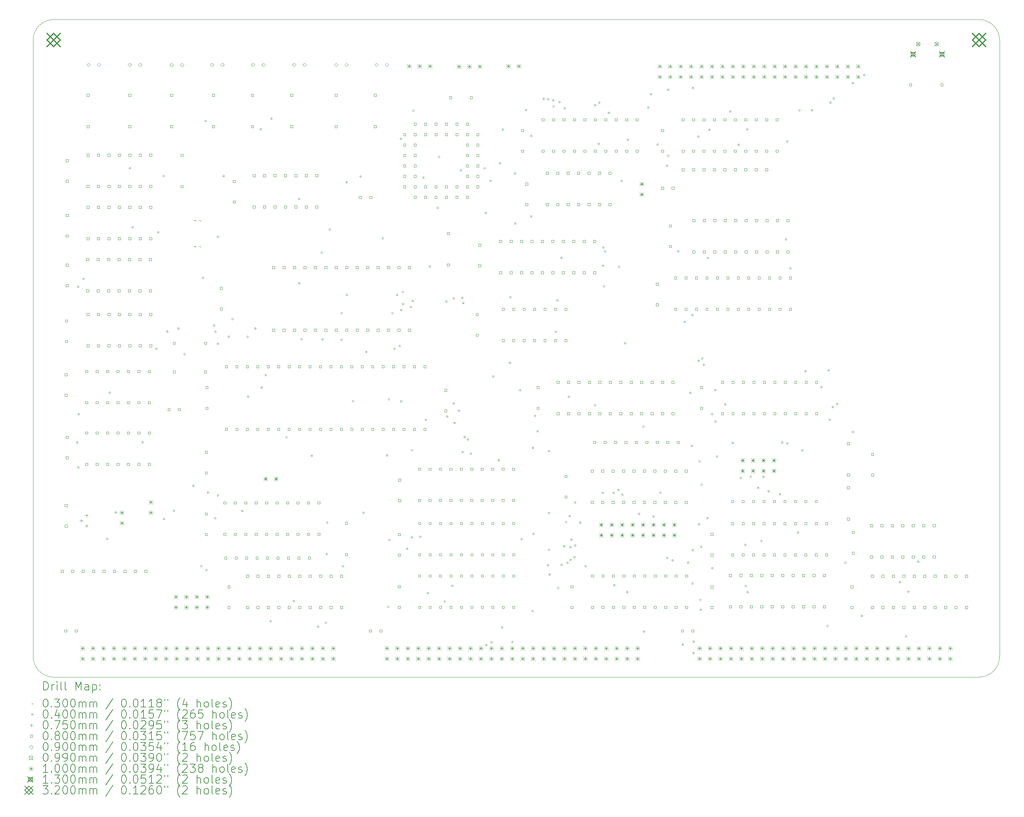
<source format=gbr>
%TF.GenerationSoftware,KiCad,Pcbnew,(6.0.11)*%
%TF.CreationDate,2024-05-06T10:31:31-05:00*%
%TF.ProjectId,processor.65816,70726f63-6573-4736-9f72-2e3635383136,v1.20*%
%TF.SameCoordinates,Original*%
%TF.FileFunction,Drillmap*%
%TF.FilePolarity,Positive*%
%FSLAX45Y45*%
G04 Gerber Fmt 4.5, Leading zero omitted, Abs format (unit mm)*
G04 Created by KiCad (PCBNEW (6.0.11)) date 2024-05-06 10:31:31*
%MOMM*%
%LPD*%
G01*
G04 APERTURE LIST*
%ADD10C,0.050000*%
%ADD11C,0.200000*%
%ADD12C,0.030000*%
%ADD13C,0.040000*%
%ADD14C,0.075000*%
%ADD15C,0.080000*%
%ADD16C,0.090000*%
%ADD17C,0.099000*%
%ADD18C,0.100000*%
%ADD19C,0.130000*%
%ADD20C,0.320000*%
G04 APERTURE END LIST*
D10*
X3500000Y-7500000D02*
X3500000Y-22500000D01*
X4000000Y-23000000D02*
X26500000Y-23000000D01*
X27000000Y-22500000D02*
X27000000Y-7500000D01*
X26500000Y-7000000D02*
X4000000Y-7000000D01*
X26500000Y-23000000D02*
G75*
G03*
X27000000Y-22500000I0J500000D01*
G01*
X3500000Y-22500000D02*
G75*
G03*
X4000000Y-23000000I500000J0D01*
G01*
X4000000Y-7000000D02*
G75*
G03*
X3500000Y-7500000I0J-500000D01*
G01*
X27000000Y-7500000D02*
G75*
G03*
X26500000Y-7000000I-500000J0D01*
G01*
D11*
D12*
X7422000Y-11872500D02*
X7452000Y-11902500D01*
X7452000Y-11872500D02*
X7422000Y-11902500D01*
X7422000Y-12507500D02*
X7452000Y-12537500D01*
X7452000Y-12507500D02*
X7422000Y-12537500D01*
X7542000Y-11872500D02*
X7572000Y-11902500D01*
X7572000Y-11872500D02*
X7542000Y-11902500D01*
X7542000Y-12507500D02*
X7572000Y-12537500D01*
X7572000Y-12507500D02*
X7542000Y-12537500D01*
D13*
X4592980Y-17292960D02*
G75*
G03*
X4592980Y-17292960I-20000J0D01*
G01*
X4615460Y-13504580D02*
G75*
G03*
X4615460Y-13504580I-20000J0D01*
G01*
X4620770Y-17901590D02*
G75*
G03*
X4620770Y-17901590I-20000J0D01*
G01*
X4630330Y-16603930D02*
G75*
G03*
X4630330Y-16603930I-20000J0D01*
G01*
X4748300Y-13311520D02*
G75*
G03*
X4748300Y-13311520I-20000J0D01*
G01*
X5320840Y-19634990D02*
G75*
G03*
X5320840Y-19634990I-20000J0D01*
G01*
X5381550Y-16080810D02*
G75*
G03*
X5381550Y-16080810I-20000J0D01*
G01*
X5530190Y-18997860D02*
G75*
G03*
X5530190Y-18997860I-20000J0D01*
G01*
X5869500Y-10617500D02*
G75*
G03*
X5869500Y-10617500I-20000J0D01*
G01*
X5936370Y-12057710D02*
G75*
G03*
X5936370Y-12057710I-20000J0D01*
G01*
X6179790Y-17286710D02*
G75*
G03*
X6179790Y-17286710I-20000J0D01*
G01*
X6519350Y-15013630D02*
G75*
G03*
X6519350Y-15013630I-20000J0D01*
G01*
X6560980Y-12178490D02*
G75*
G03*
X6560980Y-12178490I-20000J0D01*
G01*
X6695000Y-10808000D02*
G75*
G03*
X6695000Y-10808000I-20000J0D01*
G01*
X6703300Y-19151020D02*
G75*
G03*
X6703300Y-19151020I-20000J0D01*
G01*
X6782580Y-14593920D02*
G75*
G03*
X6782580Y-14593920I-20000J0D01*
G01*
X6946190Y-18954900D02*
G75*
G03*
X6946190Y-18954900I-20000J0D01*
G01*
X7053590Y-14515950D02*
G75*
G03*
X7053590Y-14515950I-20000J0D01*
G01*
X7200070Y-15144140D02*
G75*
G03*
X7200070Y-15144140I-20000J0D01*
G01*
X7416530Y-18343120D02*
G75*
G03*
X7416530Y-18343120I-20000J0D01*
G01*
X7608400Y-20299950D02*
G75*
G03*
X7608400Y-20299950I-20000J0D01*
G01*
X7648880Y-13286680D02*
G75*
G03*
X7648880Y-13286680I-20000J0D01*
G01*
X7716550Y-9469970D02*
G75*
G03*
X7716550Y-9469970I-20000J0D01*
G01*
X7732790Y-20398290D02*
G75*
G03*
X7732790Y-20398290I-20000J0D01*
G01*
X7772480Y-18510290D02*
G75*
G03*
X7772480Y-18510290I-20000J0D01*
G01*
X7920680Y-14443720D02*
G75*
G03*
X7920680Y-14443720I-20000J0D01*
G01*
X7949100Y-19133990D02*
G75*
G03*
X7949100Y-19133990I-20000J0D01*
G01*
X7953210Y-14593910D02*
G75*
G03*
X7953210Y-14593910I-20000J0D01*
G01*
X8013170Y-14891490D02*
G75*
G03*
X8013170Y-14891490I-20000J0D01*
G01*
X8014150Y-18582980D02*
G75*
G03*
X8014150Y-18582980I-20000J0D01*
G01*
X8014640Y-12287890D02*
G75*
G03*
X8014640Y-12287890I-20000J0D01*
G01*
X8155500Y-10808000D02*
G75*
G03*
X8155500Y-10808000I-20000J0D01*
G01*
X8275560Y-14717650D02*
G75*
G03*
X8275560Y-14717650I-20000J0D01*
G01*
X8369290Y-14288650D02*
G75*
G03*
X8369290Y-14288650I-20000J0D01*
G01*
X8604330Y-18958450D02*
G75*
G03*
X8604330Y-18958450I-20000J0D01*
G01*
X8734740Y-14721750D02*
G75*
G03*
X8734740Y-14721750I-20000J0D01*
G01*
X8745300Y-16176830D02*
G75*
G03*
X8745300Y-16176830I-20000J0D01*
G01*
X8924410Y-14515380D02*
G75*
G03*
X8924410Y-14515380I-20000J0D01*
G01*
X9057740Y-9668560D02*
G75*
G03*
X9057740Y-9668560I-20000J0D01*
G01*
X9076280Y-15957740D02*
G75*
G03*
X9076280Y-15957740I-20000J0D01*
G01*
X9175660Y-15653390D02*
G75*
G03*
X9175660Y-15653390I-20000J0D01*
G01*
X9296630Y-21642070D02*
G75*
G03*
X9296630Y-21642070I-20000J0D01*
G01*
X9316530Y-9410210D02*
G75*
G03*
X9316530Y-9410210I-20000J0D01*
G01*
X9683090Y-17168000D02*
G75*
G03*
X9683090Y-17168000I-20000J0D01*
G01*
X9859210Y-21149980D02*
G75*
G03*
X9859210Y-21149980I-20000J0D01*
G01*
X9987010Y-11361650D02*
G75*
G03*
X9987010Y-11361650I-20000J0D01*
G01*
X9991190Y-13415480D02*
G75*
G03*
X9991190Y-13415480I-20000J0D01*
G01*
X10045640Y-14780840D02*
G75*
G03*
X10045640Y-14780840I-20000J0D01*
G01*
X10296680Y-17617500D02*
G75*
G03*
X10296680Y-17617500I-20000J0D01*
G01*
X10448640Y-21774690D02*
G75*
G03*
X10448640Y-21774690I-20000J0D01*
G01*
X10538260Y-12670840D02*
G75*
G03*
X10538260Y-12670840I-20000J0D01*
G01*
X10556480Y-14782310D02*
G75*
G03*
X10556480Y-14782310I-20000J0D01*
G01*
X10639430Y-21680290D02*
G75*
G03*
X10639430Y-21680290I-20000J0D01*
G01*
X10657030Y-20006150D02*
G75*
G03*
X10657030Y-20006150I-20000J0D01*
G01*
X10671590Y-19242290D02*
G75*
G03*
X10671590Y-19242290I-20000J0D01*
G01*
X10734010Y-12109060D02*
G75*
G03*
X10734010Y-12109060I-20000J0D01*
G01*
X11021390Y-14144050D02*
G75*
G03*
X11021390Y-14144050I-20000J0D01*
G01*
X11021390Y-14792110D02*
G75*
G03*
X11021390Y-14792110I-20000J0D01*
G01*
X11056310Y-20302860D02*
G75*
G03*
X11056310Y-20302860I-20000J0D01*
G01*
X11142470Y-10962660D02*
G75*
G03*
X11142470Y-10962660I-20000J0D01*
G01*
X11150060Y-13700570D02*
G75*
G03*
X11150060Y-13700570I-20000J0D01*
G01*
X11298630Y-16287150D02*
G75*
G03*
X11298630Y-16287150I-20000J0D01*
G01*
X11483100Y-10823260D02*
G75*
G03*
X11483100Y-10823260I-20000J0D01*
G01*
X11555160Y-19001480D02*
G75*
G03*
X11555160Y-19001480I-20000J0D01*
G01*
X11621340Y-15089160D02*
G75*
G03*
X11621340Y-15089160I-20000J0D01*
G01*
X12020880Y-12326260D02*
G75*
G03*
X12020880Y-12326260I-20000J0D01*
G01*
X12125580Y-17610220D02*
G75*
G03*
X12125580Y-17610220I-20000J0D01*
G01*
X12154750Y-21290250D02*
G75*
G03*
X12154750Y-21290250I-20000J0D01*
G01*
X12170220Y-16245230D02*
G75*
G03*
X12170220Y-16245230I-20000J0D01*
G01*
X12179600Y-19664410D02*
G75*
G03*
X12179600Y-19664410I-20000J0D01*
G01*
X12256500Y-14143760D02*
G75*
G03*
X12256500Y-14143760I-20000J0D01*
G01*
X12306760Y-15013230D02*
G75*
G03*
X12306760Y-15013230I-20000J0D01*
G01*
X12372380Y-13701550D02*
G75*
G03*
X12372380Y-13701550I-20000J0D01*
G01*
X12431130Y-14944810D02*
G75*
G03*
X12431130Y-14944810I-20000J0D01*
G01*
X12464050Y-9904880D02*
G75*
G03*
X12464050Y-9904880I-20000J0D01*
G01*
X12471340Y-16292350D02*
G75*
G03*
X12471340Y-16292350I-20000J0D01*
G01*
X12471350Y-14070760D02*
G75*
G03*
X12471350Y-14070760I-20000J0D01*
G01*
X12510690Y-13627030D02*
G75*
G03*
X12510690Y-13627030I-20000J0D01*
G01*
X12514420Y-13924730D02*
G75*
G03*
X12514420Y-13924730I-20000J0D01*
G01*
X12615440Y-19879110D02*
G75*
G03*
X12615440Y-19879110I-20000J0D01*
G01*
X12702770Y-13997250D02*
G75*
G03*
X12702770Y-13997250I-20000J0D01*
G01*
X12728790Y-19602570D02*
G75*
G03*
X12728790Y-19602570I-20000J0D01*
G01*
X12731230Y-17481110D02*
G75*
G03*
X12731230Y-17481110I-20000J0D01*
G01*
X12751050Y-13846420D02*
G75*
G03*
X12751050Y-13846420I-20000J0D01*
G01*
X12765620Y-9216840D02*
G75*
G03*
X12765620Y-9216840I-20000J0D01*
G01*
X12936760Y-19585480D02*
G75*
G03*
X12936760Y-19585480I-20000J0D01*
G01*
X13007750Y-10848840D02*
G75*
G03*
X13007750Y-10848840I-20000J0D01*
G01*
X13071360Y-16737990D02*
G75*
G03*
X13071360Y-16737990I-20000J0D01*
G01*
X13116380Y-20957040D02*
G75*
G03*
X13116380Y-20957040I-20000J0D01*
G01*
X13167870Y-13010980D02*
G75*
G03*
X13167870Y-13010980I-20000J0D01*
G01*
X13354400Y-11584230D02*
G75*
G03*
X13354400Y-11584230I-20000J0D01*
G01*
X13391480Y-10343290D02*
G75*
G03*
X13391480Y-10343290I-20000J0D01*
G01*
X13528190Y-21164580D02*
G75*
G03*
X13528190Y-21164580I-20000J0D01*
G01*
X13571840Y-13860480D02*
G75*
G03*
X13571840Y-13860480I-20000J0D01*
G01*
X13589660Y-16662240D02*
G75*
G03*
X13589660Y-16662240I-20000J0D01*
G01*
X13714000Y-20778580D02*
G75*
G03*
X13714000Y-20778580I-20000J0D01*
G01*
X13746320Y-13784770D02*
G75*
G03*
X13746320Y-13784770I-20000J0D01*
G01*
X13750230Y-16342110D02*
G75*
G03*
X13750230Y-16342110I-20000J0D01*
G01*
X13768380Y-16814990D02*
G75*
G03*
X13768380Y-16814990I-20000J0D01*
G01*
X13873010Y-16519000D02*
G75*
G03*
X13873010Y-16519000I-20000J0D01*
G01*
X13926330Y-10670070D02*
G75*
G03*
X13926330Y-10670070I-20000J0D01*
G01*
X13954700Y-13770710D02*
G75*
G03*
X13954700Y-13770710I-20000J0D01*
G01*
X13968410Y-17525440D02*
G75*
G03*
X13968410Y-17525440I-20000J0D01*
G01*
X13978420Y-13897880D02*
G75*
G03*
X13978420Y-13897880I-20000J0D01*
G01*
X14013010Y-17157230D02*
G75*
G03*
X14013010Y-17157230I-20000J0D01*
G01*
X14091350Y-17220350D02*
G75*
G03*
X14091350Y-17220350I-20000J0D01*
G01*
X14167630Y-17565400D02*
G75*
G03*
X14167630Y-17565400I-20000J0D01*
G01*
X14500330Y-10623670D02*
G75*
G03*
X14500330Y-10623670I-20000J0D01*
G01*
X14529680Y-11703970D02*
G75*
G03*
X14529680Y-11703970I-20000J0D01*
G01*
X14537000Y-22221180D02*
G75*
G03*
X14537000Y-22221180I-20000J0D01*
G01*
X14646040Y-10921360D02*
G75*
G03*
X14646040Y-10921360I-20000J0D01*
G01*
X14664000Y-22154360D02*
G75*
G03*
X14664000Y-22154360I-20000J0D01*
G01*
X14706120Y-15685890D02*
G75*
G03*
X14706120Y-15685890I-20000J0D01*
G01*
X14844230Y-17727200D02*
G75*
G03*
X14844230Y-17727200I-20000J0D01*
G01*
X14871530Y-10498110D02*
G75*
G03*
X14871530Y-10498110I-20000J0D01*
G01*
X14925140Y-21794220D02*
G75*
G03*
X14925140Y-21794220I-20000J0D01*
G01*
X14943610Y-9674000D02*
G75*
G03*
X14943610Y-9674000I-20000J0D01*
G01*
X15114160Y-15358170D02*
G75*
G03*
X15114160Y-15358170I-20000J0D01*
G01*
X15130930Y-13759190D02*
G75*
G03*
X15130930Y-13759190I-20000J0D01*
G01*
X15171170Y-22147990D02*
G75*
G03*
X15171170Y-22147990I-20000J0D01*
G01*
X15236870Y-10746930D02*
G75*
G03*
X15236870Y-10746930I-20000J0D01*
G01*
X15242280Y-11965130D02*
G75*
G03*
X15242280Y-11965130I-20000J0D01*
G01*
X15361550Y-16021550D02*
G75*
G03*
X15361550Y-16021550I-20000J0D01*
G01*
X15397890Y-19644400D02*
G75*
G03*
X15397890Y-19644400I-20000J0D01*
G01*
X15505800Y-9203580D02*
G75*
G03*
X15505800Y-9203580I-20000J0D01*
G01*
X15632090Y-11792700D02*
G75*
G03*
X15632090Y-11792700I-20000J0D01*
G01*
X15632410Y-9830910D02*
G75*
G03*
X15632410Y-9830910I-20000J0D01*
G01*
X15667240Y-21390240D02*
G75*
G03*
X15667240Y-21390240I-20000J0D01*
G01*
X15672680Y-17418440D02*
G75*
G03*
X15672680Y-17418440I-20000J0D01*
G01*
X15685200Y-19518220D02*
G75*
G03*
X15685200Y-19518220I-20000J0D01*
G01*
X15727930Y-16647620D02*
G75*
G03*
X15727930Y-16647620I-20000J0D01*
G01*
X15789330Y-17017810D02*
G75*
G03*
X15789330Y-17017810I-20000J0D01*
G01*
X15934420Y-8927440D02*
G75*
G03*
X15934420Y-8927440I-20000J0D01*
G01*
X16040680Y-8943390D02*
G75*
G03*
X16040680Y-8943390I-20000J0D01*
G01*
X16044450Y-20277790D02*
G75*
G03*
X16044450Y-20277790I-20000J0D01*
G01*
X16066230Y-19903460D02*
G75*
G03*
X16066230Y-19903460I-20000J0D01*
G01*
X16067480Y-17503730D02*
G75*
G03*
X16067480Y-17503730I-20000J0D01*
G01*
X16068550Y-19008710D02*
G75*
G03*
X16068550Y-19008710I-20000J0D01*
G01*
X16078140Y-20501390D02*
G75*
G03*
X16078140Y-20501390I-20000J0D01*
G01*
X16168650Y-8969950D02*
G75*
G03*
X16168650Y-8969950I-20000J0D01*
G01*
X16177360Y-9116880D02*
G75*
G03*
X16177360Y-9116880I-20000J0D01*
G01*
X16228880Y-14597560D02*
G75*
G03*
X16228880Y-14597560I-20000J0D01*
G01*
X16266860Y-13835330D02*
G75*
G03*
X16266860Y-13835330I-20000J0D01*
G01*
X16287130Y-20834290D02*
G75*
G03*
X16287130Y-20834290I-20000J0D01*
G01*
X16322140Y-9011370D02*
G75*
G03*
X16322140Y-9011370I-20000J0D01*
G01*
X16366520Y-12796440D02*
G75*
G03*
X16366520Y-12796440I-20000J0D01*
G01*
X16369520Y-20269480D02*
G75*
G03*
X16369520Y-20269480I-20000J0D01*
G01*
X16434890Y-19819980D02*
G75*
G03*
X16434890Y-19819980I-20000J0D01*
G01*
X16446640Y-9160190D02*
G75*
G03*
X16446640Y-9160190I-20000J0D01*
G01*
X16480460Y-19226030D02*
G75*
G03*
X16480460Y-19226030I-20000J0D01*
G01*
X16514550Y-20217970D02*
G75*
G03*
X16514550Y-20217970I-20000J0D01*
G01*
X16546740Y-16179580D02*
G75*
G03*
X16546740Y-16179580I-20000J0D01*
G01*
X16567070Y-19083210D02*
G75*
G03*
X16567070Y-19083210I-20000J0D01*
G01*
X16586920Y-19845030D02*
G75*
G03*
X16586920Y-19845030I-20000J0D01*
G01*
X16588610Y-20149290D02*
G75*
G03*
X16588610Y-20149290I-20000J0D01*
G01*
X16611740Y-19657500D02*
G75*
G03*
X16611740Y-19657500I-20000J0D01*
G01*
X16687450Y-20084610D02*
G75*
G03*
X16687450Y-20084610I-20000J0D01*
G01*
X16699710Y-18749070D02*
G75*
G03*
X16699710Y-18749070I-20000J0D01*
G01*
X16702540Y-19797470D02*
G75*
G03*
X16702540Y-19797470I-20000J0D01*
G01*
X16823590Y-19240180D02*
G75*
G03*
X16823590Y-19240180I-20000J0D01*
G01*
X16954560Y-20304050D02*
G75*
G03*
X16954560Y-20304050I-20000J0D01*
G01*
X17181950Y-16387980D02*
G75*
G03*
X17181950Y-16387980I-20000J0D01*
G01*
X17186900Y-9085060D02*
G75*
G03*
X17186900Y-9085060I-20000J0D01*
G01*
X17275910Y-10023820D02*
G75*
G03*
X17275910Y-10023820I-20000J0D01*
G01*
X17288170Y-9020600D02*
G75*
G03*
X17288170Y-9020600I-20000J0D01*
G01*
X17372820Y-18516920D02*
G75*
G03*
X17372820Y-18516920I-20000J0D01*
G01*
X17378520Y-12989510D02*
G75*
G03*
X17378520Y-12989510I-20000J0D01*
G01*
X17387330Y-12547010D02*
G75*
G03*
X17387330Y-12547010I-20000J0D01*
G01*
X17402800Y-13492790D02*
G75*
G03*
X17402800Y-13492790I-20000J0D01*
G01*
X17431290Y-12646260D02*
G75*
G03*
X17431290Y-12646260I-20000J0D01*
G01*
X17518780Y-9271700D02*
G75*
G03*
X17518780Y-9271700I-20000J0D01*
G01*
X17637830Y-18517450D02*
G75*
G03*
X17637830Y-18517450I-20000J0D01*
G01*
X17653830Y-20766170D02*
G75*
G03*
X17653830Y-20766170I-20000J0D01*
G01*
X17756230Y-18445970D02*
G75*
G03*
X17756230Y-18445970I-20000J0D01*
G01*
X17769200Y-13018660D02*
G75*
G03*
X17769200Y-13018660I-20000J0D01*
G01*
X17833600Y-10928010D02*
G75*
G03*
X17833600Y-10928010I-20000J0D01*
G01*
X17850940Y-18562160D02*
G75*
G03*
X17850940Y-18562160I-20000J0D01*
G01*
X17914050Y-14875980D02*
G75*
G03*
X17914050Y-14875980I-20000J0D01*
G01*
X17966500Y-20936810D02*
G75*
G03*
X17966500Y-20936810I-20000J0D01*
G01*
X17983030Y-9923940D02*
G75*
G03*
X17983030Y-9923940I-20000J0D01*
G01*
X18257270Y-19028780D02*
G75*
G03*
X18257270Y-19028780I-20000J0D01*
G01*
X18361750Y-16906210D02*
G75*
G03*
X18361750Y-16906210I-20000J0D01*
G01*
X18376720Y-21890640D02*
G75*
G03*
X18376720Y-21890640I-20000J0D01*
G01*
X18478220Y-9142450D02*
G75*
G03*
X18478220Y-9142450I-20000J0D01*
G01*
X18545110Y-8817380D02*
G75*
G03*
X18545110Y-8817380I-20000J0D01*
G01*
X18605930Y-19095360D02*
G75*
G03*
X18605930Y-19095360I-20000J0D01*
G01*
X18708010Y-10044070D02*
G75*
G03*
X18708010Y-10044070I-20000J0D01*
G01*
X18774520Y-18513210D02*
G75*
G03*
X18774520Y-18513210I-20000J0D01*
G01*
X18935440Y-10558160D02*
G75*
G03*
X18935440Y-10558160I-20000J0D01*
G01*
X18938090Y-20099910D02*
G75*
G03*
X18938090Y-20099910I-20000J0D01*
G01*
X18962560Y-8707710D02*
G75*
G03*
X18962560Y-8707710I-20000J0D01*
G01*
X18963410Y-10318910D02*
G75*
G03*
X18963410Y-10318910I-20000J0D01*
G01*
X19070880Y-20158350D02*
G75*
G03*
X19070880Y-20158350I-20000J0D01*
G01*
X19206240Y-12643080D02*
G75*
G03*
X19206240Y-12643080I-20000J0D01*
G01*
X19314510Y-22209700D02*
G75*
G03*
X19314510Y-22209700I-20000J0D01*
G01*
X19365610Y-14358650D02*
G75*
G03*
X19365610Y-14358650I-20000J0D01*
G01*
X19447360Y-20213250D02*
G75*
G03*
X19447360Y-20213250I-20000J0D01*
G01*
X19501030Y-16083060D02*
G75*
G03*
X19501030Y-16083060I-20000J0D01*
G01*
X19539230Y-17373170D02*
G75*
G03*
X19539230Y-17373170I-20000J0D01*
G01*
X19552150Y-14191170D02*
G75*
G03*
X19552150Y-14191170I-20000J0D01*
G01*
X19553070Y-20722450D02*
G75*
G03*
X19553070Y-20722450I-20000J0D01*
G01*
X19562120Y-19912480D02*
G75*
G03*
X19562120Y-19912480I-20000J0D01*
G01*
X19567260Y-8668730D02*
G75*
G03*
X19567260Y-8668730I-20000J0D01*
G01*
X19577560Y-22417510D02*
G75*
G03*
X19577560Y-22417510I-20000J0D01*
G01*
X19585630Y-22136690D02*
G75*
G03*
X19585630Y-22136690I-20000J0D01*
G01*
X19697730Y-9848760D02*
G75*
G03*
X19697730Y-9848760I-20000J0D01*
G01*
X19703590Y-15305620D02*
G75*
G03*
X19703590Y-15305620I-20000J0D01*
G01*
X19710090Y-19283030D02*
G75*
G03*
X19710090Y-19283030I-20000J0D01*
G01*
X19724650Y-17750510D02*
G75*
G03*
X19724650Y-17750510I-20000J0D01*
G01*
X19748470Y-21120570D02*
G75*
G03*
X19748470Y-21120570I-20000J0D01*
G01*
X19754640Y-21363280D02*
G75*
G03*
X19754640Y-21363280I-20000J0D01*
G01*
X19762480Y-19829970D02*
G75*
G03*
X19762480Y-19829970I-20000J0D01*
G01*
X19774520Y-18318250D02*
G75*
G03*
X19774520Y-18318250I-20000J0D01*
G01*
X19790260Y-15244070D02*
G75*
G03*
X19790260Y-15244070I-20000J0D01*
G01*
X19827840Y-15404120D02*
G75*
G03*
X19827840Y-15404120I-20000J0D01*
G01*
X19920850Y-19132560D02*
G75*
G03*
X19920850Y-19132560I-20000J0D01*
G01*
X19927440Y-12801010D02*
G75*
G03*
X19927440Y-12801010I-20000J0D01*
G01*
X19965010Y-9684420D02*
G75*
G03*
X19965010Y-9684420I-20000J0D01*
G01*
X20029230Y-16601720D02*
G75*
G03*
X20029230Y-16601720I-20000J0D01*
G01*
X20031690Y-20350950D02*
G75*
G03*
X20031690Y-20350950I-20000J0D01*
G01*
X20106120Y-16017390D02*
G75*
G03*
X20106120Y-16017390I-20000J0D01*
G01*
X20114410Y-16782100D02*
G75*
G03*
X20114410Y-16782100I-20000J0D01*
G01*
X20152490Y-17633160D02*
G75*
G03*
X20152490Y-17633160I-20000J0D01*
G01*
X20349490Y-16365740D02*
G75*
G03*
X20349490Y-16365740I-20000J0D01*
G01*
X20471840Y-9236980D02*
G75*
G03*
X20471840Y-9236980I-20000J0D01*
G01*
X20532760Y-17301080D02*
G75*
G03*
X20532760Y-17301080I-20000J0D01*
G01*
X20676490Y-10047480D02*
G75*
G03*
X20676490Y-10047480I-20000J0D01*
G01*
X20726830Y-18154870D02*
G75*
G03*
X20726830Y-18154870I-20000J0D01*
G01*
X20838050Y-19781260D02*
G75*
G03*
X20838050Y-19781260I-20000J0D01*
G01*
X20852590Y-20787390D02*
G75*
G03*
X20852590Y-20787390I-20000J0D01*
G01*
X20885560Y-9672720D02*
G75*
G03*
X20885560Y-9672720I-20000J0D01*
G01*
X20895680Y-20937440D02*
G75*
G03*
X20895680Y-20937440I-20000J0D01*
G01*
X20970660Y-18124210D02*
G75*
G03*
X20970660Y-18124210I-20000J0D01*
G01*
X21151140Y-18397890D02*
G75*
G03*
X21151140Y-18397890I-20000J0D01*
G01*
X21229500Y-19690060D02*
G75*
G03*
X21229500Y-19690060I-20000J0D01*
G01*
X21278140Y-18127580D02*
G75*
G03*
X21278140Y-18127580I-20000J0D01*
G01*
X21405410Y-18477540D02*
G75*
G03*
X21405410Y-18477540I-20000J0D01*
G01*
X21680500Y-18552440D02*
G75*
G03*
X21680500Y-18552440I-20000J0D01*
G01*
X21736580Y-17292350D02*
G75*
G03*
X21736580Y-17292350I-20000J0D01*
G01*
X21830300Y-12351620D02*
G75*
G03*
X21830300Y-12351620I-20000J0D01*
G01*
X21858910Y-9967040D02*
G75*
G03*
X21858910Y-9967040I-20000J0D01*
G01*
X21859450Y-17316500D02*
G75*
G03*
X21859450Y-17316500I-20000J0D01*
G01*
X21931320Y-13057400D02*
G75*
G03*
X21931320Y-13057400I-20000J0D01*
G01*
X22116810Y-19482610D02*
G75*
G03*
X22116810Y-19482610I-20000J0D01*
G01*
X22153910Y-9208270D02*
G75*
G03*
X22153910Y-9208270I-20000J0D01*
G01*
X22224250Y-17483590D02*
G75*
G03*
X22224250Y-17483590I-20000J0D01*
G01*
X22302810Y-15560230D02*
G75*
G03*
X22302810Y-15560230I-20000J0D01*
G01*
X22460700Y-9210040D02*
G75*
G03*
X22460700Y-9210040I-20000J0D01*
G01*
X22689850Y-15945090D02*
G75*
G03*
X22689850Y-15945090I-20000J0D01*
G01*
X22840220Y-21755380D02*
G75*
G03*
X22840220Y-21755380I-20000J0D01*
G01*
X22863910Y-15538240D02*
G75*
G03*
X22863910Y-15538240I-20000J0D01*
G01*
X22893400Y-16739010D02*
G75*
G03*
X22893400Y-16739010I-20000J0D01*
G01*
X22913210Y-9022130D02*
G75*
G03*
X22913210Y-9022130I-20000J0D01*
G01*
X22965920Y-16429300D02*
G75*
G03*
X22965920Y-16429300I-20000J0D01*
G01*
X22989590Y-8919480D02*
G75*
G03*
X22989590Y-8919480I-20000J0D01*
G01*
X23073620Y-16354790D02*
G75*
G03*
X23073620Y-16354790I-20000J0D01*
G01*
X23271790Y-20215010D02*
G75*
G03*
X23271790Y-20215010I-20000J0D01*
G01*
X23453170Y-8548890D02*
G75*
G03*
X23453170Y-8548890I-20000J0D01*
G01*
X23456050Y-17035960D02*
G75*
G03*
X23456050Y-17035960I-20000J0D01*
G01*
X23673950Y-21509380D02*
G75*
G03*
X23673950Y-21509380I-20000J0D01*
G01*
X23726820Y-8350340D02*
G75*
G03*
X23726820Y-8350340I-20000J0D01*
G01*
X24596750Y-20688360D02*
G75*
G03*
X24596750Y-20688360I-20000J0D01*
G01*
X24746830Y-22009670D02*
G75*
G03*
X24746830Y-22009670I-20000J0D01*
G01*
X24803060Y-20924270D02*
G75*
G03*
X24803060Y-20924270I-20000J0D01*
G01*
X25046090Y-20191120D02*
G75*
G03*
X25046090Y-20191120I-20000J0D01*
G01*
D14*
X4673000Y-19155500D02*
X4673000Y-19230500D01*
X4635500Y-19193000D02*
X4710500Y-19193000D01*
X4800000Y-19028500D02*
X4800000Y-19103500D01*
X4762500Y-19066000D02*
X4837500Y-19066000D01*
X4800000Y-19282500D02*
X4800000Y-19357500D01*
X4762500Y-19320000D02*
X4837500Y-19320000D01*
D15*
X4235785Y-20453285D02*
X4235785Y-20396716D01*
X4179215Y-20396716D01*
X4179215Y-20453285D01*
X4235785Y-20453285D01*
X4321245Y-21903285D02*
X4321245Y-21846716D01*
X4264676Y-21846716D01*
X4264676Y-21903285D01*
X4321245Y-21903285D01*
X4328285Y-15666284D02*
X4328285Y-15609715D01*
X4271716Y-15609715D01*
X4271716Y-15666284D01*
X4328285Y-15666284D01*
X4328285Y-16166284D02*
X4328285Y-16109715D01*
X4271716Y-16109715D01*
X4271716Y-16166284D01*
X4328285Y-16166284D01*
X4328285Y-18848285D02*
X4328285Y-18791716D01*
X4271716Y-18791716D01*
X4271716Y-18848285D01*
X4328285Y-18848285D01*
X4328285Y-19348285D02*
X4328285Y-19291716D01*
X4271716Y-19291716D01*
X4271716Y-19348285D01*
X4328285Y-19348285D01*
X4340785Y-14358284D02*
X4340785Y-14301715D01*
X4284216Y-14301715D01*
X4284216Y-14358284D01*
X4340785Y-14358284D01*
X4340785Y-14858284D02*
X4340785Y-14801715D01*
X4284216Y-14801715D01*
X4284216Y-14858284D01*
X4340785Y-14858284D01*
X4353785Y-10459285D02*
X4353785Y-10402716D01*
X4297216Y-10402716D01*
X4297216Y-10459285D01*
X4353785Y-10459285D01*
X4353785Y-10959285D02*
X4353785Y-10902716D01*
X4297216Y-10902716D01*
X4297216Y-10959285D01*
X4353785Y-10959285D01*
X4353785Y-11792784D02*
X4353785Y-11736215D01*
X4297216Y-11736215D01*
X4297216Y-11792784D01*
X4353785Y-11792784D01*
X4353785Y-12292784D02*
X4353785Y-12236215D01*
X4297216Y-12236215D01*
X4297216Y-12292784D01*
X4353785Y-12292784D01*
X4353785Y-12999284D02*
X4353785Y-12942715D01*
X4297216Y-12942715D01*
X4297216Y-12999284D01*
X4353785Y-12999284D01*
X4353785Y-13499284D02*
X4353785Y-13442715D01*
X4297216Y-13442715D01*
X4297216Y-13499284D01*
X4353785Y-13499284D01*
X4353785Y-17190285D02*
X4353785Y-17133716D01*
X4297216Y-17133716D01*
X4297216Y-17190285D01*
X4353785Y-17190285D01*
X4353785Y-17690285D02*
X4353785Y-17633716D01*
X4297216Y-17633716D01*
X4297216Y-17690285D01*
X4353785Y-17690285D01*
X4489785Y-20453285D02*
X4489785Y-20396716D01*
X4433216Y-20396716D01*
X4433216Y-20453285D01*
X4489785Y-20453285D01*
X4571245Y-21903285D02*
X4571245Y-21846716D01*
X4514676Y-21846716D01*
X4514676Y-21903285D01*
X4571245Y-21903285D01*
X4743785Y-20453285D02*
X4743785Y-20396716D01*
X4687216Y-20396716D01*
X4687216Y-20453285D01*
X4743785Y-20453285D01*
X4828285Y-15586284D02*
X4828285Y-15529715D01*
X4771716Y-15529715D01*
X4771716Y-15586284D01*
X4828285Y-15586284D01*
X4828285Y-16348284D02*
X4828285Y-16291715D01*
X4771716Y-16291715D01*
X4771716Y-16348284D01*
X4828285Y-16348284D01*
X4828285Y-17086285D02*
X4828285Y-17029716D01*
X4771716Y-17029716D01*
X4771716Y-17086285D01*
X4828285Y-17086285D01*
X4828285Y-17848285D02*
X4828285Y-17791716D01*
X4771716Y-17791716D01*
X4771716Y-17848285D01*
X4828285Y-17848285D01*
X4853785Y-12867284D02*
X4853785Y-12810715D01*
X4797216Y-12810715D01*
X4797216Y-12867284D01*
X4853785Y-12867284D01*
X4853785Y-13629284D02*
X4853785Y-13572715D01*
X4797216Y-13572715D01*
X4797216Y-13629284D01*
X4853785Y-13629284D01*
X4861285Y-10327285D02*
X4861285Y-10270716D01*
X4804716Y-10270716D01*
X4804716Y-10327285D01*
X4861285Y-10327285D01*
X4861285Y-11089285D02*
X4861285Y-11032716D01*
X4804716Y-11032716D01*
X4804716Y-11089285D01*
X4861285Y-11089285D01*
X4861285Y-11597284D02*
X4861285Y-11540715D01*
X4804716Y-11540715D01*
X4804716Y-11597284D01*
X4861285Y-11597284D01*
X4861285Y-12359284D02*
X4861285Y-12302715D01*
X4804716Y-12302715D01*
X4804716Y-12359284D01*
X4861285Y-12359284D01*
X4861785Y-8867785D02*
X4861785Y-8811216D01*
X4805216Y-8811216D01*
X4805216Y-8867785D01*
X4861785Y-8867785D01*
X4861785Y-9629785D02*
X4861785Y-9573216D01*
X4805216Y-9573216D01*
X4805216Y-9629785D01*
X4861785Y-9629785D01*
X4861785Y-14201784D02*
X4861785Y-14145215D01*
X4805216Y-14145215D01*
X4805216Y-14201784D01*
X4861785Y-14201784D01*
X4861785Y-14963784D02*
X4861785Y-14907215D01*
X4805216Y-14907215D01*
X4805216Y-14963784D01*
X4861785Y-14963784D01*
X4997785Y-20453285D02*
X4997785Y-20396716D01*
X4941216Y-20396716D01*
X4941216Y-20453285D01*
X4997785Y-20453285D01*
X5082285Y-15586284D02*
X5082285Y-15529715D01*
X5025716Y-15529715D01*
X5025716Y-15586284D01*
X5082285Y-15586284D01*
X5082285Y-16348284D02*
X5082285Y-16291715D01*
X5025716Y-16291715D01*
X5025716Y-16348284D01*
X5082285Y-16348284D01*
X5082285Y-17086285D02*
X5082285Y-17029716D01*
X5025716Y-17029716D01*
X5025716Y-17086285D01*
X5082285Y-17086285D01*
X5082285Y-17848285D02*
X5082285Y-17791716D01*
X5025716Y-17791716D01*
X5025716Y-17848285D01*
X5082285Y-17848285D01*
X5107785Y-12867284D02*
X5107785Y-12810715D01*
X5051216Y-12810715D01*
X5051216Y-12867284D01*
X5107785Y-12867284D01*
X5107785Y-13629284D02*
X5107785Y-13572715D01*
X5051216Y-13572715D01*
X5051216Y-13629284D01*
X5107785Y-13629284D01*
X5115285Y-10327285D02*
X5115285Y-10270716D01*
X5058716Y-10270716D01*
X5058716Y-10327285D01*
X5115285Y-10327285D01*
X5115285Y-11089285D02*
X5115285Y-11032716D01*
X5058716Y-11032716D01*
X5058716Y-11089285D01*
X5115285Y-11089285D01*
X5115285Y-11597284D02*
X5115285Y-11540715D01*
X5058716Y-11540715D01*
X5058716Y-11597284D01*
X5115285Y-11597284D01*
X5115285Y-12359284D02*
X5115285Y-12302715D01*
X5058716Y-12302715D01*
X5058716Y-12359284D01*
X5115285Y-12359284D01*
X5115785Y-14201784D02*
X5115785Y-14145215D01*
X5059216Y-14145215D01*
X5059216Y-14201784D01*
X5115785Y-14201784D01*
X5115785Y-14963784D02*
X5115785Y-14907215D01*
X5059216Y-14907215D01*
X5059216Y-14963784D01*
X5115785Y-14963784D01*
X5251785Y-20453285D02*
X5251785Y-20396716D01*
X5195216Y-20396716D01*
X5195216Y-20453285D01*
X5251785Y-20453285D01*
X5336285Y-15586284D02*
X5336285Y-15529715D01*
X5279716Y-15529715D01*
X5279716Y-15586284D01*
X5336285Y-15586284D01*
X5336285Y-16348284D02*
X5336285Y-16291715D01*
X5279716Y-16291715D01*
X5279716Y-16348284D01*
X5336285Y-16348284D01*
X5336285Y-17086285D02*
X5336285Y-17029716D01*
X5279716Y-17029716D01*
X5279716Y-17086285D01*
X5336285Y-17086285D01*
X5336285Y-17848285D02*
X5336285Y-17791716D01*
X5279716Y-17791716D01*
X5279716Y-17848285D01*
X5336285Y-17848285D01*
X5361785Y-12867284D02*
X5361785Y-12810715D01*
X5305216Y-12810715D01*
X5305216Y-12867284D01*
X5361785Y-12867284D01*
X5361785Y-13629284D02*
X5361785Y-13572715D01*
X5305216Y-13572715D01*
X5305216Y-13629284D01*
X5361785Y-13629284D01*
X5369285Y-10327285D02*
X5369285Y-10270716D01*
X5312716Y-10270716D01*
X5312716Y-10327285D01*
X5369285Y-10327285D01*
X5369285Y-11089285D02*
X5369285Y-11032716D01*
X5312716Y-11032716D01*
X5312716Y-11089285D01*
X5369285Y-11089285D01*
X5369285Y-11597284D02*
X5369285Y-11540715D01*
X5312716Y-11540715D01*
X5312716Y-11597284D01*
X5369285Y-11597284D01*
X5369285Y-12359284D02*
X5369285Y-12302715D01*
X5312716Y-12302715D01*
X5312716Y-12359284D01*
X5369285Y-12359284D01*
X5369785Y-14201784D02*
X5369785Y-14145215D01*
X5313216Y-14145215D01*
X5313216Y-14201784D01*
X5369785Y-14201784D01*
X5369785Y-14963784D02*
X5369785Y-14907215D01*
X5313216Y-14907215D01*
X5313216Y-14963784D01*
X5369785Y-14963784D01*
X5505785Y-20453285D02*
X5505785Y-20396716D01*
X5449216Y-20396716D01*
X5449216Y-20453285D01*
X5505785Y-20453285D01*
X5590285Y-15586284D02*
X5590285Y-15529715D01*
X5533716Y-15529715D01*
X5533716Y-15586284D01*
X5590285Y-15586284D01*
X5590285Y-16348284D02*
X5590285Y-16291715D01*
X5533716Y-16291715D01*
X5533716Y-16348284D01*
X5590285Y-16348284D01*
X5590285Y-17086285D02*
X5590285Y-17029716D01*
X5533716Y-17029716D01*
X5533716Y-17086285D01*
X5590285Y-17086285D01*
X5590285Y-17848285D02*
X5590285Y-17791716D01*
X5533716Y-17791716D01*
X5533716Y-17848285D01*
X5590285Y-17848285D01*
X5615784Y-12867284D02*
X5615784Y-12810715D01*
X5559216Y-12810715D01*
X5559216Y-12867284D01*
X5615784Y-12867284D01*
X5615784Y-13629284D02*
X5615784Y-13572715D01*
X5559216Y-13572715D01*
X5559216Y-13629284D01*
X5615784Y-13629284D01*
X5623284Y-10327285D02*
X5623284Y-10270716D01*
X5566716Y-10270716D01*
X5566716Y-10327285D01*
X5623284Y-10327285D01*
X5623284Y-11089285D02*
X5623284Y-11032716D01*
X5566716Y-11032716D01*
X5566716Y-11089285D01*
X5623284Y-11089285D01*
X5623284Y-11597284D02*
X5623284Y-11540715D01*
X5566716Y-11540715D01*
X5566716Y-11597284D01*
X5623284Y-11597284D01*
X5623284Y-12359284D02*
X5623284Y-12302715D01*
X5566716Y-12302715D01*
X5566716Y-12359284D01*
X5623284Y-12359284D01*
X5623784Y-14201784D02*
X5623784Y-14145215D01*
X5567216Y-14145215D01*
X5567216Y-14201784D01*
X5623784Y-14201784D01*
X5623784Y-14963784D02*
X5623784Y-14907215D01*
X5567216Y-14907215D01*
X5567216Y-14963784D01*
X5623784Y-14963784D01*
X5759784Y-20453285D02*
X5759784Y-20396716D01*
X5703215Y-20396716D01*
X5703215Y-20453285D01*
X5759784Y-20453285D01*
X5844284Y-15586284D02*
X5844284Y-15529715D01*
X5787715Y-15529715D01*
X5787715Y-15586284D01*
X5844284Y-15586284D01*
X5844284Y-16348284D02*
X5844284Y-16291715D01*
X5787715Y-16291715D01*
X5787715Y-16348284D01*
X5844284Y-16348284D01*
X5844284Y-17086285D02*
X5844284Y-17029716D01*
X5787715Y-17029716D01*
X5787715Y-17086285D01*
X5844284Y-17086285D01*
X5844284Y-17848285D02*
X5844284Y-17791716D01*
X5787715Y-17791716D01*
X5787715Y-17848285D01*
X5844284Y-17848285D01*
X5869784Y-12867284D02*
X5869784Y-12810715D01*
X5813215Y-12810715D01*
X5813215Y-12867284D01*
X5869784Y-12867284D01*
X5869784Y-13629284D02*
X5869784Y-13572715D01*
X5813215Y-13572715D01*
X5813215Y-13629284D01*
X5869784Y-13629284D01*
X5877284Y-10327285D02*
X5877284Y-10270716D01*
X5820715Y-10270716D01*
X5820715Y-10327285D01*
X5877284Y-10327285D01*
X5877284Y-11089285D02*
X5877284Y-11032716D01*
X5820715Y-11032716D01*
X5820715Y-11089285D01*
X5877284Y-11089285D01*
X5877284Y-11597284D02*
X5877284Y-11540715D01*
X5820715Y-11540715D01*
X5820715Y-11597284D01*
X5877284Y-11597284D01*
X5877284Y-12359284D02*
X5877284Y-12302715D01*
X5820715Y-12302715D01*
X5820715Y-12359284D01*
X5877284Y-12359284D01*
X5877784Y-8867785D02*
X5877784Y-8811216D01*
X5821215Y-8811216D01*
X5821215Y-8867785D01*
X5877784Y-8867785D01*
X5877784Y-9629785D02*
X5877784Y-9573216D01*
X5821215Y-9573216D01*
X5821215Y-9629785D01*
X5877784Y-9629785D01*
X5877784Y-14201784D02*
X5877784Y-14145215D01*
X5821215Y-14145215D01*
X5821215Y-14201784D01*
X5877784Y-14201784D01*
X5877784Y-14963784D02*
X5877784Y-14907215D01*
X5821215Y-14907215D01*
X5821215Y-14963784D01*
X5877784Y-14963784D01*
X6013784Y-20453285D02*
X6013784Y-20396716D01*
X5957215Y-20396716D01*
X5957215Y-20453285D01*
X6013784Y-20453285D01*
X6098284Y-15586284D02*
X6098284Y-15529715D01*
X6041715Y-15529715D01*
X6041715Y-15586284D01*
X6098284Y-15586284D01*
X6098284Y-16348284D02*
X6098284Y-16291715D01*
X6041715Y-16291715D01*
X6041715Y-16348284D01*
X6098284Y-16348284D01*
X6098284Y-17086285D02*
X6098284Y-17029716D01*
X6041715Y-17029716D01*
X6041715Y-17086285D01*
X6098284Y-17086285D01*
X6098284Y-17848285D02*
X6098284Y-17791716D01*
X6041715Y-17791716D01*
X6041715Y-17848285D01*
X6098284Y-17848285D01*
X6123784Y-12867284D02*
X6123784Y-12810715D01*
X6067215Y-12810715D01*
X6067215Y-12867284D01*
X6123784Y-12867284D01*
X6123784Y-13629284D02*
X6123784Y-13572715D01*
X6067215Y-13572715D01*
X6067215Y-13629284D01*
X6123784Y-13629284D01*
X6131284Y-10327285D02*
X6131284Y-10270716D01*
X6074715Y-10270716D01*
X6074715Y-10327285D01*
X6131284Y-10327285D01*
X6131284Y-11089285D02*
X6131284Y-11032716D01*
X6074715Y-11032716D01*
X6074715Y-11089285D01*
X6131284Y-11089285D01*
X6131284Y-11597284D02*
X6131284Y-11540715D01*
X6074715Y-11540715D01*
X6074715Y-11597284D01*
X6131284Y-11597284D01*
X6131284Y-12359284D02*
X6131284Y-12302715D01*
X6074715Y-12302715D01*
X6074715Y-12359284D01*
X6131284Y-12359284D01*
X6131784Y-14201784D02*
X6131784Y-14145215D01*
X6075215Y-14145215D01*
X6075215Y-14201784D01*
X6131784Y-14201784D01*
X6131784Y-14963784D02*
X6131784Y-14907215D01*
X6075215Y-14907215D01*
X6075215Y-14963784D01*
X6131784Y-14963784D01*
X6267784Y-20453285D02*
X6267784Y-20396716D01*
X6211215Y-20396716D01*
X6211215Y-20453285D01*
X6267784Y-20453285D01*
X6352284Y-15586284D02*
X6352284Y-15529715D01*
X6295715Y-15529715D01*
X6295715Y-15586284D01*
X6352284Y-15586284D01*
X6352284Y-16348284D02*
X6352284Y-16291715D01*
X6295715Y-16291715D01*
X6295715Y-16348284D01*
X6352284Y-16348284D01*
X6352284Y-17086285D02*
X6352284Y-17029716D01*
X6295715Y-17029716D01*
X6295715Y-17086285D01*
X6352284Y-17086285D01*
X6352284Y-17848285D02*
X6352284Y-17791716D01*
X6295715Y-17791716D01*
X6295715Y-17848285D01*
X6352284Y-17848285D01*
X6377784Y-12867284D02*
X6377784Y-12810715D01*
X6321215Y-12810715D01*
X6321215Y-12867284D01*
X6377784Y-12867284D01*
X6377784Y-13629284D02*
X6377784Y-13572715D01*
X6321215Y-13572715D01*
X6321215Y-13629284D01*
X6377784Y-13629284D01*
X6385284Y-10327285D02*
X6385284Y-10270716D01*
X6328715Y-10270716D01*
X6328715Y-10327285D01*
X6385284Y-10327285D01*
X6385284Y-11089285D02*
X6385284Y-11032716D01*
X6328715Y-11032716D01*
X6328715Y-11089285D01*
X6385284Y-11089285D01*
X6385284Y-11597284D02*
X6385284Y-11540715D01*
X6328715Y-11540715D01*
X6328715Y-11597284D01*
X6385284Y-11597284D01*
X6385284Y-12359284D02*
X6385284Y-12302715D01*
X6328715Y-12302715D01*
X6328715Y-12359284D01*
X6385284Y-12359284D01*
X6385784Y-14201784D02*
X6385784Y-14145215D01*
X6329215Y-14145215D01*
X6329215Y-14201784D01*
X6385784Y-14201784D01*
X6385784Y-14963784D02*
X6385784Y-14907215D01*
X6329215Y-14907215D01*
X6329215Y-14963784D01*
X6385784Y-14963784D01*
X6830274Y-16518284D02*
X6830274Y-16461715D01*
X6773705Y-16461715D01*
X6773705Y-16518284D01*
X6830274Y-16518284D01*
X6893784Y-8867785D02*
X6893784Y-8811216D01*
X6837215Y-8811216D01*
X6837215Y-8867785D01*
X6893784Y-8867785D01*
X6893784Y-9629785D02*
X6893784Y-9573216D01*
X6837215Y-9573216D01*
X6837215Y-9629785D01*
X6893784Y-9629785D01*
X6957284Y-14900284D02*
X6957284Y-14843715D01*
X6900715Y-14843715D01*
X6900715Y-14900284D01*
X6957284Y-14900284D01*
X6957284Y-15598784D02*
X6957284Y-15542215D01*
X6900715Y-15542215D01*
X6900715Y-15598784D01*
X6957284Y-15598784D01*
X7080274Y-16518284D02*
X7080274Y-16461715D01*
X7023705Y-16461715D01*
X7023705Y-16518284D01*
X7080274Y-16518284D01*
X7147784Y-10328285D02*
X7147784Y-10271716D01*
X7091215Y-10271716D01*
X7091215Y-10328285D01*
X7147784Y-10328285D01*
X7147784Y-11090285D02*
X7147784Y-11033716D01*
X7091215Y-11033716D01*
X7091215Y-11090285D01*
X7147784Y-11090285D01*
X7719284Y-14900284D02*
X7719284Y-14843715D01*
X7662715Y-14843715D01*
X7662715Y-14900284D01*
X7719284Y-14900284D01*
X7719284Y-15598784D02*
X7719284Y-15542215D01*
X7662715Y-15542215D01*
X7662715Y-15598784D01*
X7719284Y-15598784D01*
X7735784Y-17558285D02*
X7735784Y-17501716D01*
X7679215Y-17501716D01*
X7679215Y-17558285D01*
X7735784Y-17558285D01*
X7735784Y-18058285D02*
X7735784Y-18001716D01*
X7679215Y-18001716D01*
X7679215Y-18058285D01*
X7735784Y-18058285D01*
X7735784Y-19058285D02*
X7735784Y-19001716D01*
X7679215Y-19001716D01*
X7679215Y-19058285D01*
X7735784Y-19058285D01*
X7735784Y-19558285D02*
X7735784Y-19501716D01*
X7679215Y-19501716D01*
X7679215Y-19558285D01*
X7735784Y-19558285D01*
X7753284Y-15983284D02*
X7753284Y-15926715D01*
X7696715Y-15926715D01*
X7696715Y-15983284D01*
X7753284Y-15983284D01*
X7753284Y-16483284D02*
X7753284Y-16426715D01*
X7696715Y-16426715D01*
X7696715Y-16483284D01*
X7753284Y-16483284D01*
X7909784Y-8867785D02*
X7909784Y-8811216D01*
X7853215Y-8811216D01*
X7853215Y-8867785D01*
X7909784Y-8867785D01*
X7909784Y-9629785D02*
X7909784Y-9573216D01*
X7853215Y-9573216D01*
X7853215Y-9629785D01*
X7909784Y-9629785D01*
X8100284Y-13567284D02*
X8100284Y-13510715D01*
X8043715Y-13510715D01*
X8043715Y-13567284D01*
X8100284Y-13567284D01*
X8100284Y-14067284D02*
X8100284Y-14010715D01*
X8043715Y-14010715D01*
X8043715Y-14067284D01*
X8100284Y-14067284D01*
X8185784Y-18786285D02*
X8185784Y-18729716D01*
X8129215Y-18729716D01*
X8129215Y-18786285D01*
X8185784Y-18786285D01*
X8185784Y-19548285D02*
X8185784Y-19491716D01*
X8129215Y-19491716D01*
X8129215Y-19548285D01*
X8185784Y-19548285D01*
X8208284Y-20128285D02*
X8208284Y-20071716D01*
X8151715Y-20071716D01*
X8151715Y-20128285D01*
X8208284Y-20128285D01*
X8227284Y-15471784D02*
X8227284Y-15415215D01*
X8170715Y-15415215D01*
X8170715Y-15471784D01*
X8227284Y-15471784D01*
X8227284Y-16995785D02*
X8227284Y-16939216D01*
X8170715Y-16939216D01*
X8170715Y-16995785D01*
X8227284Y-16995785D01*
X8285784Y-20830785D02*
X8285784Y-20774216D01*
X8229215Y-20774216D01*
X8229215Y-20830785D01*
X8285784Y-20830785D01*
X8285784Y-21330785D02*
X8285784Y-21274216D01*
X8229215Y-21274216D01*
X8229215Y-21330785D01*
X8285784Y-21330785D01*
X8417785Y-10963285D02*
X8417785Y-10906716D01*
X8361215Y-10906716D01*
X8361215Y-10963285D01*
X8417785Y-10963285D01*
X8417785Y-11463284D02*
X8417785Y-11406715D01*
X8361215Y-11406715D01*
X8361215Y-11463284D01*
X8417785Y-11463284D01*
X8439785Y-18786285D02*
X8439785Y-18729716D01*
X8383215Y-18729716D01*
X8383215Y-18786285D01*
X8439785Y-18786285D01*
X8439785Y-19548285D02*
X8439785Y-19491716D01*
X8383215Y-19491716D01*
X8383215Y-19548285D01*
X8439785Y-19548285D01*
X8462285Y-20128285D02*
X8462285Y-20071716D01*
X8405716Y-20071716D01*
X8405716Y-20128285D01*
X8462285Y-20128285D01*
X8481285Y-15471784D02*
X8481285Y-15415215D01*
X8424716Y-15415215D01*
X8424716Y-15471784D01*
X8481285Y-15471784D01*
X8481285Y-16995785D02*
X8481285Y-16939216D01*
X8424716Y-16939216D01*
X8424716Y-16995785D01*
X8481285Y-16995785D01*
X8693785Y-18786285D02*
X8693785Y-18729716D01*
X8637216Y-18729716D01*
X8637216Y-18786285D01*
X8693785Y-18786285D01*
X8693785Y-19548285D02*
X8693785Y-19491716D01*
X8637216Y-19491716D01*
X8637216Y-19548285D01*
X8693785Y-19548285D01*
X8716285Y-20128285D02*
X8716285Y-20071716D01*
X8659716Y-20071716D01*
X8659716Y-20128285D01*
X8716285Y-20128285D01*
X8735285Y-15471784D02*
X8735285Y-15415215D01*
X8678716Y-15415215D01*
X8678716Y-15471784D01*
X8735285Y-15471784D01*
X8735285Y-16995785D02*
X8735285Y-16939216D01*
X8678716Y-16939216D01*
X8678716Y-16995785D01*
X8735285Y-16995785D01*
X8735785Y-20568785D02*
X8735785Y-20512216D01*
X8679216Y-20512216D01*
X8679216Y-20568785D01*
X8735785Y-20568785D01*
X8735785Y-21330785D02*
X8735785Y-21274216D01*
X8679216Y-21274216D01*
X8679216Y-21330785D01*
X8735785Y-21330785D01*
X8862285Y-8867785D02*
X8862285Y-8811216D01*
X8805716Y-8811216D01*
X8805716Y-8867785D01*
X8862285Y-8867785D01*
X8862285Y-9629785D02*
X8862285Y-9573216D01*
X8805716Y-9573216D01*
X8805716Y-9629785D01*
X8862285Y-9629785D01*
X8896785Y-10821785D02*
X8896785Y-10765216D01*
X8840216Y-10765216D01*
X8840216Y-10821785D01*
X8896785Y-10821785D01*
X8896785Y-11583784D02*
X8896785Y-11527215D01*
X8840216Y-11527215D01*
X8840216Y-11583784D01*
X8896785Y-11583784D01*
X8947785Y-18786285D02*
X8947785Y-18729716D01*
X8891216Y-18729716D01*
X8891216Y-18786285D01*
X8947785Y-18786285D01*
X8947785Y-19548285D02*
X8947785Y-19491716D01*
X8891216Y-19491716D01*
X8891216Y-19548285D01*
X8947785Y-19548285D01*
X8970285Y-20128285D02*
X8970285Y-20071716D01*
X8913716Y-20071716D01*
X8913716Y-20128285D01*
X8970285Y-20128285D01*
X8989285Y-15471784D02*
X8989285Y-15415215D01*
X8932716Y-15415215D01*
X8932716Y-15471784D01*
X8989285Y-15471784D01*
X8989285Y-16995785D02*
X8989285Y-16939216D01*
X8932716Y-16939216D01*
X8932716Y-16995785D01*
X8989285Y-16995785D01*
X8989785Y-20568785D02*
X8989785Y-20512216D01*
X8933216Y-20512216D01*
X8933216Y-20568785D01*
X8989785Y-20568785D01*
X8989785Y-21330785D02*
X8989785Y-21274216D01*
X8933216Y-21274216D01*
X8933216Y-21330785D01*
X8989785Y-21330785D01*
X9150785Y-10821785D02*
X9150785Y-10765216D01*
X9094216Y-10765216D01*
X9094216Y-10821785D01*
X9150785Y-10821785D01*
X9150785Y-11583784D02*
X9150785Y-11527215D01*
X9094216Y-11527215D01*
X9094216Y-11583784D01*
X9150785Y-11583784D01*
X9201785Y-18786285D02*
X9201785Y-18729716D01*
X9145216Y-18729716D01*
X9145216Y-18786285D01*
X9201785Y-18786285D01*
X9201785Y-19548285D02*
X9201785Y-19491716D01*
X9145216Y-19491716D01*
X9145216Y-19548285D01*
X9201785Y-19548285D01*
X9224285Y-20128285D02*
X9224285Y-20071716D01*
X9167716Y-20071716D01*
X9167716Y-20128285D01*
X9224285Y-20128285D01*
X9243285Y-15471784D02*
X9243285Y-15415215D01*
X9186716Y-15415215D01*
X9186716Y-15471784D01*
X9243285Y-15471784D01*
X9243285Y-16995785D02*
X9243285Y-16939216D01*
X9186716Y-16939216D01*
X9186716Y-16995785D01*
X9243285Y-16995785D01*
X9243785Y-20568785D02*
X9243785Y-20512216D01*
X9187216Y-20512216D01*
X9187216Y-20568785D01*
X9243785Y-20568785D01*
X9243785Y-21330785D02*
X9243785Y-21274216D01*
X9187216Y-21274216D01*
X9187216Y-21330785D01*
X9243785Y-21330785D01*
X9371285Y-13059284D02*
X9371285Y-13002715D01*
X9314716Y-13002715D01*
X9314716Y-13059284D01*
X9371285Y-13059284D01*
X9371285Y-14583284D02*
X9371285Y-14526715D01*
X9314716Y-14526715D01*
X9314716Y-14583284D01*
X9371285Y-14583284D01*
X9404785Y-10821785D02*
X9404785Y-10765216D01*
X9348216Y-10765216D01*
X9348216Y-10821785D01*
X9404785Y-10821785D01*
X9404785Y-11583784D02*
X9404785Y-11527215D01*
X9348216Y-11527215D01*
X9348216Y-11583784D01*
X9404785Y-11583784D01*
X9455785Y-18786285D02*
X9455785Y-18729716D01*
X9399216Y-18729716D01*
X9399216Y-18786285D01*
X9455785Y-18786285D01*
X9455785Y-19548285D02*
X9455785Y-19491716D01*
X9399216Y-19491716D01*
X9399216Y-19548285D01*
X9455785Y-19548285D01*
X9478285Y-20128285D02*
X9478285Y-20071716D01*
X9421716Y-20071716D01*
X9421716Y-20128285D01*
X9478285Y-20128285D01*
X9497285Y-15471784D02*
X9497285Y-15415215D01*
X9440716Y-15415215D01*
X9440716Y-15471784D01*
X9497285Y-15471784D01*
X9497285Y-16995785D02*
X9497285Y-16939216D01*
X9440716Y-16939216D01*
X9440716Y-16995785D01*
X9497285Y-16995785D01*
X9497785Y-20568785D02*
X9497785Y-20512216D01*
X9441216Y-20512216D01*
X9441216Y-20568785D01*
X9497785Y-20568785D01*
X9497785Y-21330785D02*
X9497785Y-21274216D01*
X9441216Y-21274216D01*
X9441216Y-21330785D01*
X9497785Y-21330785D01*
X9625285Y-13059284D02*
X9625285Y-13002715D01*
X9568716Y-13002715D01*
X9568716Y-13059284D01*
X9625285Y-13059284D01*
X9625285Y-14583284D02*
X9625285Y-14526715D01*
X9568716Y-14526715D01*
X9568716Y-14583284D01*
X9625285Y-14583284D01*
X9658785Y-10821785D02*
X9658785Y-10765216D01*
X9602216Y-10765216D01*
X9602216Y-10821785D01*
X9658785Y-10821785D01*
X9658785Y-11583784D02*
X9658785Y-11527215D01*
X9602216Y-11527215D01*
X9602216Y-11583784D01*
X9658785Y-11583784D01*
X9709785Y-18786285D02*
X9709785Y-18729716D01*
X9653216Y-18729716D01*
X9653216Y-18786285D01*
X9709785Y-18786285D01*
X9709785Y-19548285D02*
X9709785Y-19491716D01*
X9653216Y-19491716D01*
X9653216Y-19548285D01*
X9709785Y-19548285D01*
X9732285Y-20128285D02*
X9732285Y-20071716D01*
X9675716Y-20071716D01*
X9675716Y-20128285D01*
X9732285Y-20128285D01*
X9751285Y-15471784D02*
X9751285Y-15415215D01*
X9694716Y-15415215D01*
X9694716Y-15471784D01*
X9751285Y-15471784D01*
X9751285Y-16995785D02*
X9751285Y-16939216D01*
X9694716Y-16939216D01*
X9694716Y-16995785D01*
X9751285Y-16995785D01*
X9751785Y-20568785D02*
X9751785Y-20512216D01*
X9695216Y-20512216D01*
X9695216Y-20568785D01*
X9751785Y-20568785D01*
X9751785Y-21330785D02*
X9751785Y-21274216D01*
X9695216Y-21274216D01*
X9695216Y-21330785D01*
X9751785Y-21330785D01*
X9814785Y-8867785D02*
X9814785Y-8811216D01*
X9758216Y-8811216D01*
X9758216Y-8867785D01*
X9814785Y-8867785D01*
X9814785Y-9629785D02*
X9814785Y-9573216D01*
X9758216Y-9573216D01*
X9758216Y-9629785D01*
X9814785Y-9629785D01*
X9879285Y-13059284D02*
X9879285Y-13002715D01*
X9822716Y-13002715D01*
X9822716Y-13059284D01*
X9879285Y-13059284D01*
X9879285Y-14583284D02*
X9879285Y-14526715D01*
X9822716Y-14526715D01*
X9822716Y-14583284D01*
X9879285Y-14583284D01*
X9912785Y-10821785D02*
X9912785Y-10765216D01*
X9856216Y-10765216D01*
X9856216Y-10821785D01*
X9912785Y-10821785D01*
X9912785Y-11583784D02*
X9912785Y-11527215D01*
X9856216Y-11527215D01*
X9856216Y-11583784D01*
X9912785Y-11583784D01*
X9963785Y-18786285D02*
X9963785Y-18729716D01*
X9907216Y-18729716D01*
X9907216Y-18786285D01*
X9963785Y-18786285D01*
X9963785Y-19548285D02*
X9963785Y-19491716D01*
X9907216Y-19491716D01*
X9907216Y-19548285D01*
X9963785Y-19548285D01*
X9986285Y-20128285D02*
X9986285Y-20071716D01*
X9929716Y-20071716D01*
X9929716Y-20128285D01*
X9986285Y-20128285D01*
X10005285Y-15471784D02*
X10005285Y-15415215D01*
X9948716Y-15415215D01*
X9948716Y-15471784D01*
X10005285Y-15471784D01*
X10005285Y-16995785D02*
X10005285Y-16939216D01*
X9948716Y-16939216D01*
X9948716Y-16995785D01*
X10005285Y-16995785D01*
X10005785Y-20568785D02*
X10005785Y-20512216D01*
X9949216Y-20512216D01*
X9949216Y-20568785D01*
X10005785Y-20568785D01*
X10005785Y-21330785D02*
X10005785Y-21274216D01*
X9949216Y-21274216D01*
X9949216Y-21330785D01*
X10005785Y-21330785D01*
X10133285Y-13059284D02*
X10133285Y-13002715D01*
X10076716Y-13002715D01*
X10076716Y-13059284D01*
X10133285Y-13059284D01*
X10133285Y-14583284D02*
X10133285Y-14526715D01*
X10076716Y-14526715D01*
X10076716Y-14583284D01*
X10133285Y-14583284D01*
X10166785Y-10821785D02*
X10166785Y-10765216D01*
X10110216Y-10765216D01*
X10110216Y-10821785D01*
X10166785Y-10821785D01*
X10166785Y-11583784D02*
X10166785Y-11527215D01*
X10110216Y-11527215D01*
X10110216Y-11583784D01*
X10166785Y-11583784D01*
X10217785Y-18786285D02*
X10217785Y-18729716D01*
X10161216Y-18729716D01*
X10161216Y-18786285D01*
X10217785Y-18786285D01*
X10217785Y-19548285D02*
X10217785Y-19491716D01*
X10161216Y-19491716D01*
X10161216Y-19548285D01*
X10217785Y-19548285D01*
X10240285Y-20128285D02*
X10240285Y-20071716D01*
X10183716Y-20071716D01*
X10183716Y-20128285D01*
X10240285Y-20128285D01*
X10259285Y-15471784D02*
X10259285Y-15415215D01*
X10202716Y-15415215D01*
X10202716Y-15471784D01*
X10259285Y-15471784D01*
X10259285Y-16995785D02*
X10259285Y-16939216D01*
X10202716Y-16939216D01*
X10202716Y-16995785D01*
X10259285Y-16995785D01*
X10259785Y-20568785D02*
X10259785Y-20512216D01*
X10203216Y-20512216D01*
X10203216Y-20568785D01*
X10259785Y-20568785D01*
X10259785Y-21330785D02*
X10259785Y-21274216D01*
X10203216Y-21274216D01*
X10203216Y-21330785D01*
X10259785Y-21330785D01*
X10387285Y-13059284D02*
X10387285Y-13002715D01*
X10330716Y-13002715D01*
X10330716Y-13059284D01*
X10387285Y-13059284D01*
X10387285Y-14583284D02*
X10387285Y-14526715D01*
X10330716Y-14526715D01*
X10330716Y-14583284D01*
X10387285Y-14583284D01*
X10420785Y-10821785D02*
X10420785Y-10765216D01*
X10364216Y-10765216D01*
X10364216Y-10821785D01*
X10420785Y-10821785D01*
X10420785Y-11583784D02*
X10420785Y-11527215D01*
X10364216Y-11527215D01*
X10364216Y-11583784D01*
X10420785Y-11583784D01*
X10471785Y-18786285D02*
X10471785Y-18729716D01*
X10415216Y-18729716D01*
X10415216Y-18786285D01*
X10471785Y-18786285D01*
X10471785Y-19548285D02*
X10471785Y-19491716D01*
X10415216Y-19491716D01*
X10415216Y-19548285D01*
X10471785Y-19548285D01*
X10513285Y-15471784D02*
X10513285Y-15415215D01*
X10456716Y-15415215D01*
X10456716Y-15471784D01*
X10513285Y-15471784D01*
X10513285Y-16995785D02*
X10513285Y-16939216D01*
X10456716Y-16939216D01*
X10456716Y-16995785D01*
X10513285Y-16995785D01*
X10513785Y-20568785D02*
X10513785Y-20512216D01*
X10457216Y-20512216D01*
X10457216Y-20568785D01*
X10513785Y-20568785D01*
X10513785Y-21330785D02*
X10513785Y-21274216D01*
X10457216Y-21274216D01*
X10457216Y-21330785D01*
X10513785Y-21330785D01*
X10641285Y-13059284D02*
X10641285Y-13002715D01*
X10584716Y-13002715D01*
X10584716Y-13059284D01*
X10641285Y-13059284D01*
X10641285Y-14583284D02*
X10641285Y-14526715D01*
X10584716Y-14526715D01*
X10584716Y-14583284D01*
X10641285Y-14583284D01*
X10767285Y-15471784D02*
X10767285Y-15415215D01*
X10710716Y-15415215D01*
X10710716Y-15471784D01*
X10767285Y-15471784D01*
X10767285Y-16995785D02*
X10767285Y-16939216D01*
X10710716Y-16939216D01*
X10710716Y-16995785D01*
X10767285Y-16995785D01*
X10767785Y-20568785D02*
X10767785Y-20512216D01*
X10711216Y-20512216D01*
X10711216Y-20568785D01*
X10767785Y-20568785D01*
X10767785Y-21330785D02*
X10767785Y-21274216D01*
X10711216Y-21274216D01*
X10711216Y-21330785D01*
X10767785Y-21330785D01*
X10894285Y-8867785D02*
X10894285Y-8811216D01*
X10837716Y-8811216D01*
X10837716Y-8867785D01*
X10894285Y-8867785D01*
X10894285Y-9629785D02*
X10894285Y-9573216D01*
X10837716Y-9573216D01*
X10837716Y-9629785D01*
X10894285Y-9629785D01*
X10895285Y-13059284D02*
X10895285Y-13002715D01*
X10838716Y-13002715D01*
X10838716Y-13059284D01*
X10895285Y-13059284D01*
X10895285Y-14583284D02*
X10895285Y-14526715D01*
X10838716Y-14526715D01*
X10838716Y-14583284D01*
X10895285Y-14583284D01*
X11021285Y-15471784D02*
X11021285Y-15415215D01*
X10964716Y-15415215D01*
X10964716Y-15471784D01*
X11021285Y-15471784D01*
X11021285Y-16995785D02*
X11021285Y-16939216D01*
X10964716Y-16939216D01*
X10964716Y-16995785D01*
X11021285Y-16995785D01*
X11021785Y-20568785D02*
X11021785Y-20512216D01*
X10965216Y-20512216D01*
X10965216Y-20568785D01*
X11021785Y-20568785D01*
X11021785Y-21330785D02*
X11021785Y-21274216D01*
X10965216Y-21274216D01*
X10965216Y-21330785D01*
X11021785Y-21330785D01*
X11148285Y-19281785D02*
X11148285Y-19225216D01*
X11091716Y-19225216D01*
X11091716Y-19281785D01*
X11148285Y-19281785D01*
X11148285Y-20043785D02*
X11148285Y-19987216D01*
X11091716Y-19987216D01*
X11091716Y-20043785D01*
X11148285Y-20043785D01*
X11149285Y-13059284D02*
X11149285Y-13002715D01*
X11092716Y-13002715D01*
X11092716Y-13059284D01*
X11149285Y-13059284D01*
X11149285Y-14583284D02*
X11149285Y-14526715D01*
X11092716Y-14526715D01*
X11092716Y-14583284D01*
X11149285Y-14583284D01*
X11275284Y-15471784D02*
X11275284Y-15415215D01*
X11218715Y-15415215D01*
X11218715Y-15471784D01*
X11275284Y-15471784D01*
X11275284Y-16995785D02*
X11275284Y-16939216D01*
X11218715Y-16939216D01*
X11218715Y-16995785D01*
X11275284Y-16995785D01*
X11403284Y-13059284D02*
X11403284Y-13002715D01*
X11346715Y-13002715D01*
X11346715Y-13059284D01*
X11403284Y-13059284D01*
X11403284Y-14583284D02*
X11403284Y-14526715D01*
X11346715Y-14526715D01*
X11346715Y-14583284D01*
X11403284Y-14583284D01*
X11482774Y-11353284D02*
X11482774Y-11296715D01*
X11426205Y-11296715D01*
X11426205Y-11353284D01*
X11482774Y-11353284D01*
X11529284Y-15471784D02*
X11529284Y-15415215D01*
X11472715Y-15415215D01*
X11472715Y-15471784D01*
X11529284Y-15471784D01*
X11529284Y-16995785D02*
X11529284Y-16939216D01*
X11472715Y-16939216D01*
X11472715Y-16995785D01*
X11529284Y-16995785D01*
X11657284Y-13059284D02*
X11657284Y-13002715D01*
X11600715Y-13002715D01*
X11600715Y-13059284D01*
X11657284Y-13059284D01*
X11657284Y-14583284D02*
X11657284Y-14526715D01*
X11600715Y-14526715D01*
X11600715Y-14583284D01*
X11657284Y-14583284D01*
X11728284Y-21903285D02*
X11728284Y-21846716D01*
X11671715Y-21846716D01*
X11671715Y-21903285D01*
X11728284Y-21903285D01*
X11732774Y-11353284D02*
X11732774Y-11296715D01*
X11676205Y-11296715D01*
X11676205Y-11353284D01*
X11732774Y-11353284D01*
X11783284Y-15471784D02*
X11783284Y-15415215D01*
X11726715Y-15415215D01*
X11726715Y-15471784D01*
X11783284Y-15471784D01*
X11783284Y-16995785D02*
X11783284Y-16939216D01*
X11726715Y-16939216D01*
X11726715Y-16995785D01*
X11783284Y-16995785D01*
X11846784Y-8867785D02*
X11846784Y-8811216D01*
X11790215Y-8811216D01*
X11790215Y-8867785D01*
X11846784Y-8867785D01*
X11846784Y-9629785D02*
X11846784Y-9573216D01*
X11790215Y-9573216D01*
X11790215Y-9629785D01*
X11846784Y-9629785D01*
X11911284Y-13059284D02*
X11911284Y-13002715D01*
X11854715Y-13002715D01*
X11854715Y-13059284D01*
X11911284Y-13059284D01*
X11911284Y-14583284D02*
X11911284Y-14526715D01*
X11854715Y-14526715D01*
X11854715Y-14583284D01*
X11911284Y-14583284D01*
X11978284Y-21903285D02*
X11978284Y-21846716D01*
X11921715Y-21846716D01*
X11921715Y-21903285D01*
X11978284Y-21903285D01*
X12037284Y-15471784D02*
X12037284Y-15415215D01*
X11980715Y-15415215D01*
X11980715Y-15471784D01*
X12037284Y-15471784D01*
X12037284Y-16995785D02*
X12037284Y-16939216D01*
X11980715Y-16939216D01*
X11980715Y-16995785D01*
X12037284Y-16995785D01*
X12165284Y-13059284D02*
X12165284Y-13002715D01*
X12108715Y-13002715D01*
X12108715Y-13059284D01*
X12165284Y-13059284D01*
X12165284Y-14583284D02*
X12165284Y-14526715D01*
X12108715Y-14526715D01*
X12108715Y-14583284D01*
X12165284Y-14583284D01*
X12291284Y-15471784D02*
X12291284Y-15415215D01*
X12234715Y-15415215D01*
X12234715Y-15471784D01*
X12291284Y-15471784D01*
X12291284Y-16995785D02*
X12291284Y-16939216D01*
X12234715Y-16939216D01*
X12234715Y-16995785D01*
X12291284Y-16995785D01*
X12419284Y-13059284D02*
X12419284Y-13002715D01*
X12362715Y-13002715D01*
X12362715Y-13059284D01*
X12419284Y-13059284D01*
X12419284Y-14583284D02*
X12419284Y-14526715D01*
X12362715Y-14526715D01*
X12362715Y-14583284D01*
X12419284Y-14583284D01*
X12428284Y-19558285D02*
X12428284Y-19501716D01*
X12371715Y-19501716D01*
X12371715Y-19558285D01*
X12428284Y-19558285D01*
X12428284Y-20058285D02*
X12428284Y-20001716D01*
X12371715Y-20001716D01*
X12371715Y-20058285D01*
X12428284Y-20058285D01*
X12428284Y-20828285D02*
X12428284Y-20771716D01*
X12371715Y-20771716D01*
X12371715Y-20828285D01*
X12428284Y-20828285D01*
X12428284Y-21328285D02*
X12428284Y-21271716D01*
X12371715Y-21271716D01*
X12371715Y-21328285D01*
X12428284Y-21328285D01*
X12435784Y-18233285D02*
X12435784Y-18176716D01*
X12379215Y-18176716D01*
X12379215Y-18233285D01*
X12435784Y-18233285D01*
X12435784Y-18733285D02*
X12435784Y-18676716D01*
X12379215Y-18676716D01*
X12379215Y-18733285D01*
X12435784Y-18733285D01*
X12545284Y-15471784D02*
X12545284Y-15415215D01*
X12488715Y-15415215D01*
X12488715Y-15471784D01*
X12545284Y-15471784D01*
X12545284Y-16995785D02*
X12545284Y-16939216D01*
X12488715Y-16939216D01*
X12488715Y-16995785D01*
X12545284Y-16995785D01*
X12562284Y-9828285D02*
X12562284Y-9771716D01*
X12505715Y-9771716D01*
X12505715Y-9828285D01*
X12562284Y-9828285D01*
X12562284Y-10082285D02*
X12562284Y-10025716D01*
X12505715Y-10025716D01*
X12505715Y-10082285D01*
X12562284Y-10082285D01*
X12562284Y-10336285D02*
X12562284Y-10279716D01*
X12505715Y-10279716D01*
X12505715Y-10336285D01*
X12562284Y-10336285D01*
X12562284Y-10590285D02*
X12562284Y-10533716D01*
X12505715Y-10533716D01*
X12505715Y-10590285D01*
X12562284Y-10590285D01*
X12562284Y-10844285D02*
X12562284Y-10787716D01*
X12505715Y-10787716D01*
X12505715Y-10844285D01*
X12562284Y-10844285D01*
X12562284Y-11098285D02*
X12562284Y-11041716D01*
X12505715Y-11041716D01*
X12505715Y-11098285D01*
X12562284Y-11098285D01*
X12673284Y-13059284D02*
X12673284Y-13002715D01*
X12616715Y-13002715D01*
X12616715Y-13059284D01*
X12673284Y-13059284D01*
X12673284Y-14583284D02*
X12673284Y-14526715D01*
X12616715Y-14526715D01*
X12616715Y-14583284D01*
X12673284Y-14583284D01*
X12799284Y-15471784D02*
X12799284Y-15415215D01*
X12742715Y-15415215D01*
X12742715Y-15471784D01*
X12799284Y-15471784D01*
X12799284Y-16995785D02*
X12799284Y-16939216D01*
X12742715Y-16939216D01*
X12742715Y-16995785D01*
X12799284Y-16995785D01*
X12816284Y-9574285D02*
X12816284Y-9517716D01*
X12759715Y-9517716D01*
X12759715Y-9574285D01*
X12816284Y-9574285D01*
X12816284Y-9828285D02*
X12816284Y-9771716D01*
X12759715Y-9771716D01*
X12759715Y-9828285D01*
X12816284Y-9828285D01*
X12816284Y-10082285D02*
X12816284Y-10025716D01*
X12759715Y-10025716D01*
X12759715Y-10082285D01*
X12816284Y-10082285D01*
X12816284Y-10336285D02*
X12816284Y-10279716D01*
X12759715Y-10279716D01*
X12759715Y-10336285D01*
X12816284Y-10336285D01*
X12816284Y-10590285D02*
X12816284Y-10533716D01*
X12759715Y-10533716D01*
X12759715Y-10590285D01*
X12816284Y-10590285D01*
X12816284Y-10844285D02*
X12816284Y-10787716D01*
X12759715Y-10787716D01*
X12759715Y-10844285D01*
X12816284Y-10844285D01*
X12816284Y-11098285D02*
X12816284Y-11041716D01*
X12759715Y-11041716D01*
X12759715Y-11098285D01*
X12816284Y-11098285D01*
X12816284Y-11352284D02*
X12816284Y-11295715D01*
X12759715Y-11295715D01*
X12759715Y-11352284D01*
X12816284Y-11352284D01*
X12923284Y-17966285D02*
X12923284Y-17909716D01*
X12866715Y-17909716D01*
X12866715Y-17966285D01*
X12923284Y-17966285D01*
X12923284Y-18728285D02*
X12923284Y-18671716D01*
X12866715Y-18671716D01*
X12866715Y-18728285D01*
X12923284Y-18728285D01*
X12925784Y-19286285D02*
X12925784Y-19229716D01*
X12869215Y-19229716D01*
X12869215Y-19286285D01*
X12925784Y-19286285D01*
X12925784Y-20048285D02*
X12925784Y-19991716D01*
X12869215Y-19991716D01*
X12869215Y-20048285D01*
X12925784Y-20048285D01*
X12925784Y-20566285D02*
X12925784Y-20509716D01*
X12869215Y-20509716D01*
X12869215Y-20566285D01*
X12925784Y-20566285D01*
X12925784Y-21328285D02*
X12925784Y-21271716D01*
X12869215Y-21271716D01*
X12869215Y-21328285D01*
X12925784Y-21328285D01*
X13053284Y-15471784D02*
X13053284Y-15415215D01*
X12996715Y-15415215D01*
X12996715Y-15471784D01*
X13053284Y-15471784D01*
X13053284Y-16995785D02*
X13053284Y-16939216D01*
X12996715Y-16939216D01*
X12996715Y-16995785D01*
X13053284Y-16995785D01*
X13070284Y-9574285D02*
X13070284Y-9517716D01*
X13013715Y-9517716D01*
X13013715Y-9574285D01*
X13070284Y-9574285D01*
X13070284Y-9828285D02*
X13070284Y-9771716D01*
X13013715Y-9771716D01*
X13013715Y-9828285D01*
X13070284Y-9828285D01*
X13070284Y-11098285D02*
X13070284Y-11041716D01*
X13013715Y-11041716D01*
X13013715Y-11098285D01*
X13070284Y-11098285D01*
X13070284Y-11352284D02*
X13070284Y-11295715D01*
X13013715Y-11295715D01*
X13013715Y-11352284D01*
X13070284Y-11352284D01*
X13177284Y-17966285D02*
X13177284Y-17909716D01*
X13120715Y-17909716D01*
X13120715Y-17966285D01*
X13177284Y-17966285D01*
X13177284Y-18728285D02*
X13177284Y-18671716D01*
X13120715Y-18671716D01*
X13120715Y-18728285D01*
X13177284Y-18728285D01*
X13179784Y-19286285D02*
X13179784Y-19229716D01*
X13123215Y-19229716D01*
X13123215Y-19286285D01*
X13179784Y-19286285D01*
X13179784Y-20048285D02*
X13179784Y-19991716D01*
X13123215Y-19991716D01*
X13123215Y-20048285D01*
X13179784Y-20048285D01*
X13179784Y-20566285D02*
X13179784Y-20509716D01*
X13123215Y-20509716D01*
X13123215Y-20566285D01*
X13179784Y-20566285D01*
X13179784Y-21328285D02*
X13179784Y-21271716D01*
X13123215Y-21271716D01*
X13123215Y-21328285D01*
X13179784Y-21328285D01*
X13324284Y-9574285D02*
X13324284Y-9517716D01*
X13267715Y-9517716D01*
X13267715Y-9574285D01*
X13324284Y-9574285D01*
X13324284Y-9828285D02*
X13324284Y-9771716D01*
X13267715Y-9771716D01*
X13267715Y-9828285D01*
X13324284Y-9828285D01*
X13324284Y-11098285D02*
X13324284Y-11041716D01*
X13267715Y-11041716D01*
X13267715Y-11098285D01*
X13324284Y-11098285D01*
X13324284Y-11352284D02*
X13324284Y-11295715D01*
X13267715Y-11295715D01*
X13267715Y-11352284D01*
X13324284Y-11352284D01*
X13431284Y-17966285D02*
X13431284Y-17909716D01*
X13374715Y-17909716D01*
X13374715Y-17966285D01*
X13431284Y-17966285D01*
X13431284Y-18728285D02*
X13431284Y-18671716D01*
X13374715Y-18671716D01*
X13374715Y-18728285D01*
X13431284Y-18728285D01*
X13433784Y-19286285D02*
X13433784Y-19229716D01*
X13377215Y-19229716D01*
X13377215Y-19286285D01*
X13433784Y-19286285D01*
X13433784Y-20048285D02*
X13433784Y-19991716D01*
X13377215Y-19991716D01*
X13377215Y-20048285D01*
X13433784Y-20048285D01*
X13433784Y-20566285D02*
X13433784Y-20509716D01*
X13377215Y-20509716D01*
X13377215Y-20566285D01*
X13433784Y-20566285D01*
X13433784Y-21328285D02*
X13433784Y-21271716D01*
X13377215Y-21271716D01*
X13377215Y-21328285D01*
X13433784Y-21328285D01*
X13561284Y-16047284D02*
X13561284Y-15990715D01*
X13504715Y-15990715D01*
X13504715Y-16047284D01*
X13561284Y-16047284D01*
X13561284Y-16547284D02*
X13561284Y-16490715D01*
X13504715Y-16490715D01*
X13504715Y-16547284D01*
X13561284Y-16547284D01*
X13578284Y-9574285D02*
X13578284Y-9517716D01*
X13521715Y-9517716D01*
X13521715Y-9574285D01*
X13578284Y-9574285D01*
X13578284Y-9828285D02*
X13578284Y-9771716D01*
X13521715Y-9771716D01*
X13521715Y-9828285D01*
X13578284Y-9828285D01*
X13578284Y-11098285D02*
X13578284Y-11041716D01*
X13521715Y-11041716D01*
X13521715Y-11098285D01*
X13578284Y-11098285D01*
X13578284Y-11352284D02*
X13578284Y-11295715D01*
X13521715Y-11295715D01*
X13521715Y-11352284D01*
X13578284Y-11352284D01*
X13624784Y-12233284D02*
X13624784Y-12176715D01*
X13568215Y-12176715D01*
X13568215Y-12233284D01*
X13624784Y-12233284D01*
X13624784Y-12995284D02*
X13624784Y-12938715D01*
X13568215Y-12938715D01*
X13568215Y-12995284D01*
X13624784Y-12995284D01*
X13678284Y-8928285D02*
X13678284Y-8871716D01*
X13621715Y-8871716D01*
X13621715Y-8928285D01*
X13678284Y-8928285D01*
X13685284Y-17966285D02*
X13685284Y-17909716D01*
X13628715Y-17909716D01*
X13628715Y-17966285D01*
X13685284Y-17966285D01*
X13685284Y-18728285D02*
X13685284Y-18671716D01*
X13628715Y-18671716D01*
X13628715Y-18728285D01*
X13685284Y-18728285D01*
X13687784Y-19286285D02*
X13687784Y-19229716D01*
X13631215Y-19229716D01*
X13631215Y-19286285D01*
X13687784Y-19286285D01*
X13687784Y-20048285D02*
X13687784Y-19991716D01*
X13631215Y-19991716D01*
X13631215Y-20048285D01*
X13687784Y-20048285D01*
X13687784Y-20566285D02*
X13687784Y-20509716D01*
X13631215Y-20509716D01*
X13631215Y-20566285D01*
X13687784Y-20566285D01*
X13687784Y-21328285D02*
X13687784Y-21271716D01*
X13631215Y-21271716D01*
X13631215Y-21328285D01*
X13687784Y-21328285D01*
X13832284Y-9574285D02*
X13832284Y-9517716D01*
X13775715Y-9517716D01*
X13775715Y-9574285D01*
X13832284Y-9574285D01*
X13832284Y-9828285D02*
X13832284Y-9771716D01*
X13775715Y-9771716D01*
X13775715Y-9828285D01*
X13832284Y-9828285D01*
X13832284Y-11098285D02*
X13832284Y-11041716D01*
X13775715Y-11041716D01*
X13775715Y-11098285D01*
X13832284Y-11098285D01*
X13832284Y-11352284D02*
X13832284Y-11295715D01*
X13775715Y-11295715D01*
X13775715Y-11352284D01*
X13832284Y-11352284D01*
X13939284Y-17966285D02*
X13939284Y-17909716D01*
X13882715Y-17909716D01*
X13882715Y-17966285D01*
X13939284Y-17966285D01*
X13939284Y-18728285D02*
X13939284Y-18671716D01*
X13882715Y-18671716D01*
X13882715Y-18728285D01*
X13939284Y-18728285D01*
X13941784Y-19286285D02*
X13941784Y-19229716D01*
X13885215Y-19229716D01*
X13885215Y-19286285D01*
X13941784Y-19286285D01*
X13941784Y-20048285D02*
X13941784Y-19991716D01*
X13885215Y-19991716D01*
X13885215Y-20048285D01*
X13941784Y-20048285D01*
X13941784Y-20566285D02*
X13941784Y-20509716D01*
X13885215Y-20509716D01*
X13885215Y-20566285D01*
X13941784Y-20566285D01*
X13941784Y-21328285D02*
X13941784Y-21271716D01*
X13885215Y-21271716D01*
X13885215Y-21328285D01*
X13941784Y-21328285D01*
X14086284Y-9574285D02*
X14086284Y-9517716D01*
X14029715Y-9517716D01*
X14029715Y-9574285D01*
X14086284Y-9574285D01*
X14086284Y-9828285D02*
X14086284Y-9771716D01*
X14029715Y-9771716D01*
X14029715Y-9828285D01*
X14086284Y-9828285D01*
X14086284Y-10082285D02*
X14086284Y-10025716D01*
X14029715Y-10025716D01*
X14029715Y-10082285D01*
X14086284Y-10082285D01*
X14086284Y-10336285D02*
X14086284Y-10279716D01*
X14029715Y-10279716D01*
X14029715Y-10336285D01*
X14086284Y-10336285D01*
X14086284Y-10590285D02*
X14086284Y-10533716D01*
X14029715Y-10533716D01*
X14029715Y-10590285D01*
X14086284Y-10590285D01*
X14086284Y-10844285D02*
X14086284Y-10787716D01*
X14029715Y-10787716D01*
X14029715Y-10844285D01*
X14086284Y-10844285D01*
X14086284Y-11098285D02*
X14086284Y-11041716D01*
X14029715Y-11041716D01*
X14029715Y-11098285D01*
X14086284Y-11098285D01*
X14086284Y-11352284D02*
X14086284Y-11295715D01*
X14029715Y-11295715D01*
X14029715Y-11352284D01*
X14086284Y-11352284D01*
X14178284Y-8928285D02*
X14178284Y-8871716D01*
X14121715Y-8871716D01*
X14121715Y-8928285D01*
X14178284Y-8928285D01*
X14193284Y-17966285D02*
X14193284Y-17909716D01*
X14136715Y-17909716D01*
X14136715Y-17966285D01*
X14193284Y-17966285D01*
X14193284Y-18728285D02*
X14193284Y-18671716D01*
X14136715Y-18671716D01*
X14136715Y-18728285D01*
X14193284Y-18728285D01*
X14195784Y-19286285D02*
X14195784Y-19229716D01*
X14139215Y-19229716D01*
X14139215Y-19286285D01*
X14195784Y-19286285D01*
X14195784Y-20048285D02*
X14195784Y-19991716D01*
X14139215Y-19991716D01*
X14139215Y-20048285D01*
X14195784Y-20048285D01*
X14195784Y-20566285D02*
X14195784Y-20509716D01*
X14139215Y-20509716D01*
X14139215Y-20566285D01*
X14195784Y-20566285D01*
X14195784Y-21328285D02*
X14195784Y-21271716D01*
X14139215Y-21271716D01*
X14139215Y-21328285D01*
X14195784Y-21328285D01*
X14323284Y-14205784D02*
X14323284Y-14149215D01*
X14266715Y-14149215D01*
X14266715Y-14205784D01*
X14323284Y-14205784D01*
X14323284Y-14705784D02*
X14323284Y-14649215D01*
X14266715Y-14649215D01*
X14266715Y-14705784D01*
X14323284Y-14705784D01*
X14340284Y-9828285D02*
X14340284Y-9771716D01*
X14283715Y-9771716D01*
X14283715Y-9828285D01*
X14340284Y-9828285D01*
X14340284Y-10082285D02*
X14340284Y-10025716D01*
X14283715Y-10025716D01*
X14283715Y-10082285D01*
X14340284Y-10082285D01*
X14340284Y-10336285D02*
X14340284Y-10279716D01*
X14283715Y-10279716D01*
X14283715Y-10336285D01*
X14340284Y-10336285D01*
X14340284Y-10590285D02*
X14340284Y-10533716D01*
X14283715Y-10533716D01*
X14283715Y-10590285D01*
X14340284Y-10590285D01*
X14340284Y-10844285D02*
X14340284Y-10787716D01*
X14283715Y-10787716D01*
X14283715Y-10844285D01*
X14340284Y-10844285D01*
X14340284Y-11098285D02*
X14340284Y-11041716D01*
X14283715Y-11041716D01*
X14283715Y-11098285D01*
X14340284Y-11098285D01*
X14388284Y-12515784D02*
X14388284Y-12459215D01*
X14331715Y-12459215D01*
X14331715Y-12515784D01*
X14388284Y-12515784D01*
X14388284Y-13015784D02*
X14388284Y-12959215D01*
X14331715Y-12959215D01*
X14331715Y-13015784D01*
X14388284Y-13015784D01*
X14447284Y-17966285D02*
X14447284Y-17909716D01*
X14390715Y-17909716D01*
X14390715Y-17966285D01*
X14447284Y-17966285D01*
X14447284Y-18728285D02*
X14447284Y-18671716D01*
X14390715Y-18671716D01*
X14390715Y-18728285D01*
X14447284Y-18728285D01*
X14449784Y-19286285D02*
X14449784Y-19229716D01*
X14393215Y-19229716D01*
X14393215Y-19286285D01*
X14449784Y-19286285D01*
X14449784Y-20048285D02*
X14449784Y-19991716D01*
X14393215Y-19991716D01*
X14393215Y-20048285D01*
X14449784Y-20048285D01*
X14449784Y-20566285D02*
X14449784Y-20509716D01*
X14393215Y-20509716D01*
X14393215Y-20566285D01*
X14449784Y-20566285D01*
X14449784Y-21328285D02*
X14449784Y-21271716D01*
X14393215Y-21271716D01*
X14393215Y-21328285D01*
X14449784Y-21328285D01*
X14701284Y-17966285D02*
X14701284Y-17909716D01*
X14644715Y-17909716D01*
X14644715Y-17966285D01*
X14701284Y-17966285D01*
X14701284Y-18728285D02*
X14701284Y-18671716D01*
X14644715Y-18671716D01*
X14644715Y-18728285D01*
X14701284Y-18728285D01*
X14703784Y-19286285D02*
X14703784Y-19229716D01*
X14647215Y-19229716D01*
X14647215Y-19286285D01*
X14703784Y-19286285D01*
X14703784Y-20048285D02*
X14703784Y-19991716D01*
X14647215Y-19991716D01*
X14647215Y-20048285D01*
X14703784Y-20048285D01*
X14703784Y-20566285D02*
X14703784Y-20509716D01*
X14647215Y-20509716D01*
X14647215Y-20566285D01*
X14703784Y-20566285D01*
X14703784Y-21328285D02*
X14703784Y-21271716D01*
X14647215Y-21271716D01*
X14647215Y-21328285D01*
X14703784Y-21328285D01*
X14895284Y-12422784D02*
X14895284Y-12366215D01*
X14838715Y-12366215D01*
X14838715Y-12422784D01*
X14895284Y-12422784D01*
X14895284Y-13184784D02*
X14895284Y-13128215D01*
X14838715Y-13128215D01*
X14838715Y-13184784D01*
X14895284Y-13184784D01*
X14955284Y-17966285D02*
X14955284Y-17909716D01*
X14898715Y-17909716D01*
X14898715Y-17966285D01*
X14955284Y-17966285D01*
X14955284Y-18728285D02*
X14955284Y-18671716D01*
X14898715Y-18671716D01*
X14898715Y-18728285D01*
X14955284Y-18728285D01*
X14957784Y-14073784D02*
X14957784Y-14017215D01*
X14901215Y-14017215D01*
X14901215Y-14073784D01*
X14957784Y-14073784D01*
X14957784Y-14835784D02*
X14957784Y-14779215D01*
X14901215Y-14779215D01*
X14901215Y-14835784D01*
X14957784Y-14835784D01*
X14957784Y-19286285D02*
X14957784Y-19229716D01*
X14901215Y-19229716D01*
X14901215Y-19286285D01*
X14957784Y-19286285D01*
X14957784Y-20048285D02*
X14957784Y-19991716D01*
X14901215Y-19991716D01*
X14901215Y-20048285D01*
X14957784Y-20048285D01*
X14957784Y-20566285D02*
X14957784Y-20509716D01*
X14901215Y-20509716D01*
X14901215Y-20566285D01*
X14957784Y-20566285D01*
X14957784Y-21328285D02*
X14957784Y-21271716D01*
X14901215Y-21271716D01*
X14901215Y-21328285D01*
X14957784Y-21328285D01*
X15149284Y-12422784D02*
X15149284Y-12366215D01*
X15092715Y-12366215D01*
X15092715Y-12422784D01*
X15149284Y-12422784D01*
X15149284Y-13184784D02*
X15149284Y-13128215D01*
X15092715Y-13128215D01*
X15092715Y-13184784D01*
X15149284Y-13184784D01*
X15209284Y-17966285D02*
X15209284Y-17909716D01*
X15152715Y-17909716D01*
X15152715Y-17966285D01*
X15209284Y-17966285D01*
X15209284Y-18728285D02*
X15209284Y-18671716D01*
X15152715Y-18671716D01*
X15152715Y-18728285D01*
X15209284Y-18728285D01*
X15211784Y-14073784D02*
X15211784Y-14017215D01*
X15155215Y-14017215D01*
X15155215Y-14073784D01*
X15211784Y-14073784D01*
X15211784Y-14835784D02*
X15211784Y-14779215D01*
X15155215Y-14779215D01*
X15155215Y-14835784D01*
X15211784Y-14835784D01*
X15211784Y-19286285D02*
X15211784Y-19229716D01*
X15155215Y-19229716D01*
X15155215Y-19286285D01*
X15211784Y-19286285D01*
X15211784Y-20048285D02*
X15211784Y-19991716D01*
X15155215Y-19991716D01*
X15155215Y-20048285D01*
X15211784Y-20048285D01*
X15211784Y-20566285D02*
X15211784Y-20509716D01*
X15155215Y-20509716D01*
X15155215Y-20566285D01*
X15211784Y-20566285D01*
X15211784Y-21328285D02*
X15211784Y-21271716D01*
X15155215Y-21271716D01*
X15155215Y-21328285D01*
X15211784Y-21328285D01*
X15403284Y-12422784D02*
X15403284Y-12366215D01*
X15346715Y-12366215D01*
X15346715Y-12422784D01*
X15403284Y-12422784D01*
X15403284Y-13184784D02*
X15403284Y-13128215D01*
X15346715Y-13128215D01*
X15346715Y-13184784D01*
X15403284Y-13184784D01*
X15428284Y-9728285D02*
X15428284Y-9671716D01*
X15371715Y-9671716D01*
X15371715Y-9728285D01*
X15428284Y-9728285D01*
X15428284Y-10228285D02*
X15428284Y-10171716D01*
X15371715Y-10171716D01*
X15371715Y-10228285D01*
X15428284Y-10228285D01*
X15465784Y-14073784D02*
X15465784Y-14017215D01*
X15409215Y-14017215D01*
X15409215Y-14073784D01*
X15465784Y-14073784D01*
X15465784Y-14835784D02*
X15465784Y-14779215D01*
X15409215Y-14779215D01*
X15409215Y-14835784D01*
X15465784Y-14835784D01*
X15528284Y-11028285D02*
X15528284Y-10971716D01*
X15471715Y-10971716D01*
X15471715Y-11028285D01*
X15528284Y-11028285D01*
X15528284Y-11528284D02*
X15528284Y-11471715D01*
X15471715Y-11471715D01*
X15471715Y-11528284D01*
X15528284Y-11528284D01*
X15657284Y-12422784D02*
X15657284Y-12366215D01*
X15600715Y-12366215D01*
X15600715Y-12422784D01*
X15657284Y-12422784D01*
X15657284Y-13184784D02*
X15657284Y-13128215D01*
X15600715Y-13128215D01*
X15600715Y-13184784D01*
X15657284Y-13184784D01*
X15719784Y-14073784D02*
X15719784Y-14017215D01*
X15663215Y-14017215D01*
X15663215Y-14073784D01*
X15719784Y-14073784D01*
X15719784Y-14835784D02*
X15719784Y-14779215D01*
X15663215Y-14779215D01*
X15663215Y-14835784D01*
X15719784Y-14835784D01*
X15803284Y-15983284D02*
X15803284Y-15926715D01*
X15746715Y-15926715D01*
X15746715Y-15983284D01*
X15803284Y-15983284D01*
X15803284Y-16483284D02*
X15803284Y-16426715D01*
X15746715Y-16426715D01*
X15746715Y-16483284D01*
X15803284Y-16483284D01*
X15911284Y-12422784D02*
X15911284Y-12366215D01*
X15854715Y-12366215D01*
X15854715Y-12422784D01*
X15911284Y-12422784D01*
X15911284Y-13184784D02*
X15911284Y-13128215D01*
X15854715Y-13128215D01*
X15854715Y-13184784D01*
X15911284Y-13184784D01*
X15928284Y-9466285D02*
X15928284Y-9409716D01*
X15871715Y-9409716D01*
X15871715Y-9466285D01*
X15928284Y-9466285D01*
X15928284Y-10228285D02*
X15928284Y-10171716D01*
X15871715Y-10171716D01*
X15871715Y-10228285D01*
X15928284Y-10228285D01*
X15973784Y-14073784D02*
X15973784Y-14017215D01*
X15917215Y-14017215D01*
X15917215Y-14073784D01*
X15973784Y-14073784D01*
X15973784Y-14835784D02*
X15973784Y-14779215D01*
X15917215Y-14779215D01*
X15917215Y-14835784D01*
X15973784Y-14835784D01*
X16028284Y-10766285D02*
X16028284Y-10709716D01*
X15971715Y-10709716D01*
X15971715Y-10766285D01*
X16028284Y-10766285D01*
X16028284Y-11528284D02*
X16028284Y-11471715D01*
X15971715Y-11471715D01*
X15971715Y-11528284D01*
X16028284Y-11528284D01*
X16165284Y-12422784D02*
X16165284Y-12366215D01*
X16108715Y-12366215D01*
X16108715Y-12422784D01*
X16165284Y-12422784D01*
X16165284Y-13184784D02*
X16165284Y-13128215D01*
X16108715Y-13128215D01*
X16108715Y-13184784D01*
X16165284Y-13184784D01*
X16182284Y-9466285D02*
X16182284Y-9409716D01*
X16125715Y-9409716D01*
X16125715Y-9466285D01*
X16182284Y-9466285D01*
X16182284Y-10228285D02*
X16182284Y-10171716D01*
X16125715Y-10171716D01*
X16125715Y-10228285D01*
X16182284Y-10228285D01*
X16227784Y-14073784D02*
X16227784Y-14017215D01*
X16171215Y-14017215D01*
X16171215Y-14073784D01*
X16227784Y-14073784D01*
X16227784Y-14835784D02*
X16227784Y-14779215D01*
X16171215Y-14779215D01*
X16171215Y-14835784D01*
X16227784Y-14835784D01*
X16282284Y-10766285D02*
X16282284Y-10709716D01*
X16225715Y-10709716D01*
X16225715Y-10766285D01*
X16282284Y-10766285D01*
X16282284Y-11528284D02*
X16282284Y-11471715D01*
X16225715Y-11471715D01*
X16225715Y-11528284D01*
X16282284Y-11528284D01*
X16291284Y-15851784D02*
X16291284Y-15795215D01*
X16234715Y-15795215D01*
X16234715Y-15851784D01*
X16291284Y-15851784D01*
X16291284Y-16613784D02*
X16291284Y-16557215D01*
X16234715Y-16557215D01*
X16234715Y-16613784D01*
X16291284Y-16613784D01*
X16419284Y-12422784D02*
X16419284Y-12366215D01*
X16362715Y-12366215D01*
X16362715Y-12422784D01*
X16419284Y-12422784D01*
X16419284Y-13184784D02*
X16419284Y-13128215D01*
X16362715Y-13128215D01*
X16362715Y-13184784D01*
X16419284Y-13184784D01*
X16436284Y-9466285D02*
X16436284Y-9409716D01*
X16379715Y-9409716D01*
X16379715Y-9466285D01*
X16436284Y-9466285D01*
X16436284Y-10228285D02*
X16436284Y-10171716D01*
X16379715Y-10171716D01*
X16379715Y-10228285D01*
X16436284Y-10228285D01*
X16481784Y-14073784D02*
X16481784Y-14017215D01*
X16425215Y-14017215D01*
X16425215Y-14073784D01*
X16481784Y-14073784D01*
X16481784Y-14835784D02*
X16481784Y-14779215D01*
X16425215Y-14779215D01*
X16425215Y-14835784D01*
X16481784Y-14835784D01*
X16482284Y-18142785D02*
X16482284Y-18086216D01*
X16425715Y-18086216D01*
X16425715Y-18142785D01*
X16482284Y-18142785D01*
X16482284Y-18642785D02*
X16482284Y-18586216D01*
X16425715Y-18586216D01*
X16425715Y-18642785D01*
X16482284Y-18642785D01*
X16536284Y-10766285D02*
X16536284Y-10709716D01*
X16479715Y-10709716D01*
X16479715Y-10766285D01*
X16536284Y-10766285D01*
X16536284Y-11528284D02*
X16536284Y-11471715D01*
X16479715Y-11471715D01*
X16479715Y-11528284D01*
X16536284Y-11528284D01*
X16545284Y-15851784D02*
X16545284Y-15795215D01*
X16488715Y-15795215D01*
X16488715Y-15851784D01*
X16545284Y-15851784D01*
X16545284Y-16613784D02*
X16545284Y-16557215D01*
X16488715Y-16557215D01*
X16488715Y-16613784D01*
X16545284Y-16613784D01*
X16628284Y-20828285D02*
X16628284Y-20771716D01*
X16571715Y-20771716D01*
X16571715Y-20828285D01*
X16628284Y-20828285D01*
X16628284Y-21328285D02*
X16628284Y-21271716D01*
X16571715Y-21271716D01*
X16571715Y-21328285D01*
X16628284Y-21328285D01*
X16673284Y-12422784D02*
X16673284Y-12366215D01*
X16616715Y-12366215D01*
X16616715Y-12422784D01*
X16673284Y-12422784D01*
X16673284Y-13184784D02*
X16673284Y-13128215D01*
X16616715Y-13128215D01*
X16616715Y-13184784D01*
X16673284Y-13184784D01*
X16690284Y-9466285D02*
X16690284Y-9409716D01*
X16633715Y-9409716D01*
X16633715Y-9466285D01*
X16690284Y-9466285D01*
X16690284Y-10228285D02*
X16690284Y-10171716D01*
X16633715Y-10171716D01*
X16633715Y-10228285D01*
X16690284Y-10228285D01*
X16790285Y-10766285D02*
X16790285Y-10709716D01*
X16733715Y-10709716D01*
X16733715Y-10766285D01*
X16790285Y-10766285D01*
X16790285Y-11528284D02*
X16790285Y-11471715D01*
X16733715Y-11471715D01*
X16733715Y-11528284D01*
X16790285Y-11528284D01*
X16799285Y-15851784D02*
X16799285Y-15795215D01*
X16742715Y-15795215D01*
X16742715Y-15851784D01*
X16799285Y-15851784D01*
X16799285Y-16613784D02*
X16799285Y-16557215D01*
X16742715Y-16557215D01*
X16742715Y-16613784D01*
X16799285Y-16613784D01*
X16927285Y-12422784D02*
X16927285Y-12366215D01*
X16870716Y-12366215D01*
X16870716Y-12422784D01*
X16927285Y-12422784D01*
X16927285Y-13184784D02*
X16927285Y-13128215D01*
X16870716Y-13128215D01*
X16870716Y-13184784D01*
X16927285Y-13184784D01*
X16944285Y-9466285D02*
X16944285Y-9409716D01*
X16887716Y-9409716D01*
X16887716Y-9466285D01*
X16944285Y-9466285D01*
X16944285Y-10228285D02*
X16944285Y-10171716D01*
X16887716Y-10171716D01*
X16887716Y-10228285D01*
X16944285Y-10228285D01*
X17044285Y-10766285D02*
X17044285Y-10709716D01*
X16987716Y-10709716D01*
X16987716Y-10766285D01*
X17044285Y-10766285D01*
X17044285Y-11528284D02*
X17044285Y-11471715D01*
X16987716Y-11471715D01*
X16987716Y-11528284D01*
X17044285Y-11528284D01*
X17053285Y-15851784D02*
X17053285Y-15795215D01*
X16996716Y-15795215D01*
X16996716Y-15851784D01*
X17053285Y-15851784D01*
X17053285Y-16613784D02*
X17053285Y-16557215D01*
X16996716Y-16557215D01*
X16996716Y-16613784D01*
X17053285Y-16613784D01*
X17117785Y-18010785D02*
X17117785Y-17954216D01*
X17061216Y-17954216D01*
X17061216Y-18010785D01*
X17117785Y-18010785D01*
X17117785Y-18772785D02*
X17117785Y-18716216D01*
X17061216Y-18716216D01*
X17061216Y-18772785D01*
X17117785Y-18772785D01*
X17128285Y-20566285D02*
X17128285Y-20509716D01*
X17071716Y-20509716D01*
X17071716Y-20566285D01*
X17128285Y-20566285D01*
X17128285Y-21328285D02*
X17128285Y-21271716D01*
X17071716Y-21271716D01*
X17071716Y-21328285D01*
X17128285Y-21328285D01*
X17180785Y-17313285D02*
X17180785Y-17256716D01*
X17124216Y-17256716D01*
X17124216Y-17313285D01*
X17180785Y-17313285D01*
X17181285Y-12422784D02*
X17181285Y-12366215D01*
X17124716Y-12366215D01*
X17124716Y-12422784D01*
X17181285Y-12422784D01*
X17181285Y-13184784D02*
X17181285Y-13128215D01*
X17124716Y-13128215D01*
X17124716Y-13184784D01*
X17181285Y-13184784D01*
X17198285Y-9466285D02*
X17198285Y-9409716D01*
X17141716Y-9409716D01*
X17141716Y-9466285D01*
X17198285Y-9466285D01*
X17198285Y-10228285D02*
X17198285Y-10171716D01*
X17141716Y-10171716D01*
X17141716Y-10228285D01*
X17198285Y-10228285D01*
X17298285Y-10766285D02*
X17298285Y-10709716D01*
X17241716Y-10709716D01*
X17241716Y-10766285D01*
X17298285Y-10766285D01*
X17298285Y-11528284D02*
X17298285Y-11471715D01*
X17241716Y-11471715D01*
X17241716Y-11528284D01*
X17298285Y-11528284D01*
X17307285Y-15851784D02*
X17307285Y-15795215D01*
X17250716Y-15795215D01*
X17250716Y-15851784D01*
X17307285Y-15851784D01*
X17307285Y-16613784D02*
X17307285Y-16557215D01*
X17250716Y-16557215D01*
X17250716Y-16613784D01*
X17307285Y-16613784D01*
X17371785Y-18010785D02*
X17371785Y-17954216D01*
X17315216Y-17954216D01*
X17315216Y-18010785D01*
X17371785Y-18010785D01*
X17371785Y-18772785D02*
X17371785Y-18716216D01*
X17315216Y-18716216D01*
X17315216Y-18772785D01*
X17371785Y-18772785D01*
X17382285Y-20566285D02*
X17382285Y-20509716D01*
X17325716Y-20509716D01*
X17325716Y-20566285D01*
X17382285Y-20566285D01*
X17382285Y-21328285D02*
X17382285Y-21271716D01*
X17325716Y-21271716D01*
X17325716Y-21328285D01*
X17382285Y-21328285D01*
X17434785Y-17313285D02*
X17434785Y-17256716D01*
X17378216Y-17256716D01*
X17378216Y-17313285D01*
X17434785Y-17313285D01*
X17452285Y-9466285D02*
X17452285Y-9409716D01*
X17395716Y-9409716D01*
X17395716Y-9466285D01*
X17452285Y-9466285D01*
X17452285Y-10228285D02*
X17452285Y-10171716D01*
X17395716Y-10171716D01*
X17395716Y-10228285D01*
X17452285Y-10228285D01*
X17552285Y-10766285D02*
X17552285Y-10709716D01*
X17495716Y-10709716D01*
X17495716Y-10766285D01*
X17552285Y-10766285D01*
X17552285Y-11528284D02*
X17552285Y-11471715D01*
X17495716Y-11471715D01*
X17495716Y-11528284D01*
X17552285Y-11528284D01*
X17561285Y-15851784D02*
X17561285Y-15795215D01*
X17504716Y-15795215D01*
X17504716Y-15851784D01*
X17561285Y-15851784D01*
X17561285Y-16613784D02*
X17561285Y-16557215D01*
X17504716Y-16557215D01*
X17504716Y-16613784D01*
X17561285Y-16613784D01*
X17625785Y-18010785D02*
X17625785Y-17954216D01*
X17569216Y-17954216D01*
X17569216Y-18010785D01*
X17625785Y-18010785D01*
X17625785Y-18772785D02*
X17625785Y-18716216D01*
X17569216Y-18716216D01*
X17569216Y-18772785D01*
X17625785Y-18772785D01*
X17636285Y-20566285D02*
X17636285Y-20509716D01*
X17579716Y-20509716D01*
X17579716Y-20566285D01*
X17636285Y-20566285D01*
X17636285Y-21328285D02*
X17636285Y-21271716D01*
X17579716Y-21271716D01*
X17579716Y-21328285D01*
X17636285Y-21328285D01*
X17688785Y-17313285D02*
X17688785Y-17256716D01*
X17632216Y-17256716D01*
X17632216Y-17313285D01*
X17688785Y-17313285D01*
X17706285Y-9466285D02*
X17706285Y-9409716D01*
X17649716Y-9409716D01*
X17649716Y-9466285D01*
X17706285Y-9466285D01*
X17706285Y-10228285D02*
X17706285Y-10171716D01*
X17649716Y-10171716D01*
X17649716Y-10228285D01*
X17706285Y-10228285D01*
X17815285Y-15851784D02*
X17815285Y-15795215D01*
X17758716Y-15795215D01*
X17758716Y-15851784D01*
X17815285Y-15851784D01*
X17815285Y-16613784D02*
X17815285Y-16557215D01*
X17758716Y-16557215D01*
X17758716Y-16613784D01*
X17815285Y-16613784D01*
X17879785Y-18010785D02*
X17879785Y-17954216D01*
X17823216Y-17954216D01*
X17823216Y-18010785D01*
X17879785Y-18010785D01*
X17879785Y-18772785D02*
X17879785Y-18716216D01*
X17823216Y-18716216D01*
X17823216Y-18772785D01*
X17879785Y-18772785D01*
X17890285Y-20566285D02*
X17890285Y-20509716D01*
X17833716Y-20509716D01*
X17833716Y-20566285D01*
X17890285Y-20566285D01*
X17890285Y-21328285D02*
X17890285Y-21271716D01*
X17833716Y-21271716D01*
X17833716Y-21328285D01*
X17890285Y-21328285D01*
X17942785Y-17313285D02*
X17942785Y-17256716D01*
X17886216Y-17256716D01*
X17886216Y-17313285D01*
X17942785Y-17313285D01*
X17960285Y-9466285D02*
X17960285Y-9409716D01*
X17903716Y-9409716D01*
X17903716Y-9466285D01*
X17960285Y-9466285D01*
X17960285Y-10228285D02*
X17960285Y-10171716D01*
X17903716Y-10171716D01*
X17903716Y-10228285D01*
X17960285Y-10228285D01*
X18069285Y-15851784D02*
X18069285Y-15795215D01*
X18012716Y-15795215D01*
X18012716Y-15851784D01*
X18069285Y-15851784D01*
X18069285Y-16613784D02*
X18069285Y-16557215D01*
X18012716Y-16557215D01*
X18012716Y-16613784D01*
X18069285Y-16613784D01*
X18133785Y-18010785D02*
X18133785Y-17954216D01*
X18077216Y-17954216D01*
X18077216Y-18010785D01*
X18133785Y-18010785D01*
X18133785Y-18772785D02*
X18133785Y-18716216D01*
X18077216Y-18716216D01*
X18077216Y-18772785D01*
X18133785Y-18772785D01*
X18144285Y-20566285D02*
X18144285Y-20509716D01*
X18087716Y-20509716D01*
X18087716Y-20566285D01*
X18144285Y-20566285D01*
X18144285Y-21328285D02*
X18144285Y-21271716D01*
X18087716Y-21271716D01*
X18087716Y-21328285D01*
X18144285Y-21328285D01*
X18196785Y-17313285D02*
X18196785Y-17256716D01*
X18140216Y-17256716D01*
X18140216Y-17313285D01*
X18196785Y-17313285D01*
X18214285Y-9466285D02*
X18214285Y-9409716D01*
X18157716Y-9409716D01*
X18157716Y-9466285D01*
X18214285Y-9466285D01*
X18214285Y-10228285D02*
X18214285Y-10171716D01*
X18157716Y-10171716D01*
X18157716Y-10228285D01*
X18214285Y-10228285D01*
X18323285Y-15851784D02*
X18323285Y-15795215D01*
X18266716Y-15795215D01*
X18266716Y-15851784D01*
X18323285Y-15851784D01*
X18323285Y-16613784D02*
X18323285Y-16557215D01*
X18266716Y-16557215D01*
X18266716Y-16613784D01*
X18323285Y-16613784D01*
X18387785Y-18010785D02*
X18387785Y-17954216D01*
X18331216Y-17954216D01*
X18331216Y-18010785D01*
X18387785Y-18010785D01*
X18387785Y-18772785D02*
X18387785Y-18716216D01*
X18331216Y-18716216D01*
X18331216Y-18772785D01*
X18387785Y-18772785D01*
X18398285Y-20566285D02*
X18398285Y-20509716D01*
X18341716Y-20509716D01*
X18341716Y-20566285D01*
X18398285Y-20566285D01*
X18398285Y-21328285D02*
X18398285Y-21271716D01*
X18341716Y-21271716D01*
X18341716Y-21328285D01*
X18398285Y-21328285D01*
X18450785Y-17313285D02*
X18450785Y-17256716D01*
X18394216Y-17256716D01*
X18394216Y-17313285D01*
X18450785Y-17313285D01*
X18577285Y-15851784D02*
X18577285Y-15795215D01*
X18520716Y-15795215D01*
X18520716Y-15851784D01*
X18577285Y-15851784D01*
X18577285Y-16613784D02*
X18577285Y-16557215D01*
X18520716Y-16557215D01*
X18520716Y-16613784D01*
X18577285Y-16613784D01*
X18641785Y-18010785D02*
X18641785Y-17954216D01*
X18585216Y-17954216D01*
X18585216Y-18010785D01*
X18641785Y-18010785D01*
X18641785Y-18772785D02*
X18641785Y-18716216D01*
X18585216Y-18716216D01*
X18585216Y-18772785D01*
X18641785Y-18772785D01*
X18652285Y-20566285D02*
X18652285Y-20509716D01*
X18595716Y-20509716D01*
X18595716Y-20566285D01*
X18652285Y-20566285D01*
X18652285Y-21328285D02*
X18652285Y-21271716D01*
X18595716Y-21271716D01*
X18595716Y-21328285D01*
X18652285Y-21328285D01*
X18703285Y-13468284D02*
X18703285Y-13411715D01*
X18646716Y-13411715D01*
X18646716Y-13468284D01*
X18703285Y-13468284D01*
X18703285Y-13968284D02*
X18703285Y-13911715D01*
X18646716Y-13911715D01*
X18646716Y-13968284D01*
X18703285Y-13968284D01*
X18704785Y-17313285D02*
X18704785Y-17256716D01*
X18648216Y-17256716D01*
X18648216Y-17313285D01*
X18704785Y-17313285D01*
X18828285Y-9728285D02*
X18828285Y-9671716D01*
X18771716Y-9671716D01*
X18771716Y-9728285D01*
X18828285Y-9728285D01*
X18828285Y-10228285D02*
X18828285Y-10171716D01*
X18771716Y-10171716D01*
X18771716Y-10228285D01*
X18828285Y-10228285D01*
X18831285Y-15851784D02*
X18831285Y-15795215D01*
X18774716Y-15795215D01*
X18774716Y-15851784D01*
X18831285Y-15851784D01*
X18831285Y-16613784D02*
X18831285Y-16557215D01*
X18774716Y-16557215D01*
X18774716Y-16613784D01*
X18831285Y-16613784D01*
X18832775Y-11128285D02*
X18832775Y-11071716D01*
X18776206Y-11071716D01*
X18776206Y-11128285D01*
X18832775Y-11128285D01*
X18895785Y-18010785D02*
X18895785Y-17954216D01*
X18839216Y-17954216D01*
X18839216Y-18010785D01*
X18895785Y-18010785D01*
X18895785Y-18772785D02*
X18895785Y-18716216D01*
X18839216Y-18716216D01*
X18839216Y-18772785D01*
X18895785Y-18772785D01*
X18906285Y-20566285D02*
X18906285Y-20509716D01*
X18849716Y-20509716D01*
X18849716Y-20566285D01*
X18906285Y-20566285D01*
X18906285Y-21328285D02*
X18906285Y-21271716D01*
X18849716Y-21271716D01*
X18849716Y-21328285D01*
X18906285Y-21328285D01*
X18958785Y-17313285D02*
X18958785Y-17256716D01*
X18902216Y-17256716D01*
X18902216Y-17313285D01*
X18958785Y-17313285D01*
X19022285Y-12046784D02*
X19022285Y-11990215D01*
X18965716Y-11990215D01*
X18965716Y-12046784D01*
X19022285Y-12046784D01*
X19022285Y-12546784D02*
X19022285Y-12490215D01*
X18965716Y-12490215D01*
X18965716Y-12546784D01*
X19022285Y-12546784D01*
X19082775Y-11128285D02*
X19082775Y-11071716D01*
X19026206Y-11071716D01*
X19026206Y-11128285D01*
X19082775Y-11128285D01*
X19085285Y-15851784D02*
X19085285Y-15795215D01*
X19028716Y-15795215D01*
X19028716Y-15851784D01*
X19085285Y-15851784D01*
X19085285Y-16613784D02*
X19085285Y-16557215D01*
X19028716Y-16557215D01*
X19028716Y-16613784D01*
X19085285Y-16613784D01*
X19148785Y-13311784D02*
X19148785Y-13255215D01*
X19092216Y-13255215D01*
X19092216Y-13311784D01*
X19148785Y-13311784D01*
X19148785Y-14073784D02*
X19148785Y-14017215D01*
X19092216Y-14017215D01*
X19092216Y-14073784D01*
X19148785Y-14073784D01*
X19149785Y-18010785D02*
X19149785Y-17954216D01*
X19093216Y-17954216D01*
X19093216Y-18010785D01*
X19149785Y-18010785D01*
X19149785Y-18772785D02*
X19149785Y-18716216D01*
X19093216Y-18716216D01*
X19093216Y-18772785D01*
X19149785Y-18772785D01*
X19160285Y-20566285D02*
X19160285Y-20509716D01*
X19103716Y-20509716D01*
X19103716Y-20566285D01*
X19160285Y-20566285D01*
X19160285Y-21328285D02*
X19160285Y-21271716D01*
X19103716Y-21271716D01*
X19103716Y-21328285D01*
X19160285Y-21328285D01*
X19212785Y-17313285D02*
X19212785Y-17256716D01*
X19156216Y-17256716D01*
X19156216Y-17313285D01*
X19212785Y-17313285D01*
X19316755Y-21903285D02*
X19316755Y-21846716D01*
X19260186Y-21846716D01*
X19260186Y-21903285D01*
X19316755Y-21903285D01*
X19328285Y-9466285D02*
X19328285Y-9409716D01*
X19271716Y-9409716D01*
X19271716Y-9466285D01*
X19328285Y-9466285D01*
X19328285Y-10228285D02*
X19328285Y-10171716D01*
X19271716Y-10171716D01*
X19271716Y-10228285D01*
X19328285Y-10228285D01*
X19328285Y-10678285D02*
X19328285Y-10621716D01*
X19271716Y-10621716D01*
X19271716Y-10678285D01*
X19328285Y-10678285D01*
X19402785Y-13311784D02*
X19402785Y-13255215D01*
X19346216Y-13255215D01*
X19346216Y-13311784D01*
X19402785Y-13311784D01*
X19402785Y-14073784D02*
X19402785Y-14017215D01*
X19346216Y-14017215D01*
X19346216Y-14073784D01*
X19402785Y-14073784D01*
X19403785Y-18010785D02*
X19403785Y-17954216D01*
X19347216Y-17954216D01*
X19347216Y-18010785D01*
X19403785Y-18010785D01*
X19403785Y-18772785D02*
X19403785Y-18716216D01*
X19347216Y-18716216D01*
X19347216Y-18772785D01*
X19403785Y-18772785D01*
X19414285Y-20566285D02*
X19414285Y-20509716D01*
X19357716Y-20509716D01*
X19357716Y-20566285D01*
X19414285Y-20566285D01*
X19414285Y-21328285D02*
X19414285Y-21271716D01*
X19357716Y-21271716D01*
X19357716Y-21328285D01*
X19414285Y-21328285D01*
X19566755Y-21903285D02*
X19566755Y-21846716D01*
X19510186Y-21846716D01*
X19510186Y-21903285D01*
X19566755Y-21903285D01*
X19582285Y-9466285D02*
X19582285Y-9409716D01*
X19525716Y-9409716D01*
X19525716Y-9466285D01*
X19582285Y-9466285D01*
X19582285Y-10228285D02*
X19582285Y-10171716D01*
X19525716Y-10171716D01*
X19525716Y-10228285D01*
X19582285Y-10228285D01*
X19582285Y-10678285D02*
X19582285Y-10621716D01*
X19525716Y-10621716D01*
X19525716Y-10678285D01*
X19582285Y-10678285D01*
X19594285Y-11914784D02*
X19594285Y-11858215D01*
X19537716Y-11858215D01*
X19537716Y-11914784D01*
X19594285Y-11914784D01*
X19594285Y-12676784D02*
X19594285Y-12620215D01*
X19537716Y-12620215D01*
X19537716Y-12676784D01*
X19594285Y-12676784D01*
X19656785Y-13311784D02*
X19656785Y-13255215D01*
X19600216Y-13255215D01*
X19600216Y-13311784D01*
X19656785Y-13311784D01*
X19656785Y-14073784D02*
X19656785Y-14017215D01*
X19600216Y-14017215D01*
X19600216Y-14073784D01*
X19656785Y-14073784D01*
X19778285Y-15983284D02*
X19778285Y-15926715D01*
X19721716Y-15926715D01*
X19721716Y-15983284D01*
X19778285Y-15983284D01*
X19778285Y-16483284D02*
X19778285Y-16426715D01*
X19721716Y-16426715D01*
X19721716Y-16483284D01*
X19778285Y-16483284D01*
X19836285Y-9466285D02*
X19836285Y-9409716D01*
X19779716Y-9409716D01*
X19779716Y-9466285D01*
X19836285Y-9466285D01*
X19836285Y-10228285D02*
X19836285Y-10171716D01*
X19779716Y-10171716D01*
X19779716Y-10228285D01*
X19836285Y-10228285D01*
X19836285Y-10678285D02*
X19836285Y-10621716D01*
X19779716Y-10621716D01*
X19779716Y-10678285D01*
X19836285Y-10678285D01*
X19848285Y-11914784D02*
X19848285Y-11858215D01*
X19791716Y-11858215D01*
X19791716Y-11914784D01*
X19848285Y-11914784D01*
X19848285Y-12676784D02*
X19848285Y-12620215D01*
X19791716Y-12620215D01*
X19791716Y-12676784D01*
X19848285Y-12676784D01*
X19910785Y-13311784D02*
X19910785Y-13255215D01*
X19854216Y-13255215D01*
X19854216Y-13311784D01*
X19910785Y-13311784D01*
X19910785Y-14073784D02*
X19910785Y-14017215D01*
X19854216Y-14017215D01*
X19854216Y-14073784D01*
X19910785Y-14073784D01*
X20035785Y-19553285D02*
X20035785Y-19496716D01*
X19979216Y-19496716D01*
X19979216Y-19553285D01*
X20035785Y-19553285D01*
X20035785Y-20053285D02*
X20035785Y-19996716D01*
X19979216Y-19996716D01*
X19979216Y-20053285D01*
X20035785Y-20053285D01*
X20035785Y-20833285D02*
X20035785Y-20776716D01*
X19979216Y-20776716D01*
X19979216Y-20833285D01*
X20035785Y-20833285D01*
X20035785Y-21333285D02*
X20035785Y-21276716D01*
X19979216Y-21276716D01*
X19979216Y-21333285D01*
X20035785Y-21333285D01*
X20090285Y-9466285D02*
X20090285Y-9409716D01*
X20033716Y-9409716D01*
X20033716Y-9466285D01*
X20090285Y-9466285D01*
X20090285Y-10228285D02*
X20090285Y-10171716D01*
X20033716Y-10171716D01*
X20033716Y-10228285D01*
X20090285Y-10228285D01*
X20090285Y-10678285D02*
X20090285Y-10621716D01*
X20033716Y-10621716D01*
X20033716Y-10678285D01*
X20090285Y-10678285D01*
X20102285Y-11914784D02*
X20102285Y-11858215D01*
X20045716Y-11858215D01*
X20045716Y-11914784D01*
X20102285Y-11914784D01*
X20102285Y-12676784D02*
X20102285Y-12620215D01*
X20045716Y-12620215D01*
X20045716Y-12676784D01*
X20102285Y-12676784D01*
X20164785Y-13311784D02*
X20164785Y-13255215D01*
X20108216Y-13255215D01*
X20108216Y-13311784D01*
X20164785Y-13311784D01*
X20164785Y-14073784D02*
X20164785Y-14017215D01*
X20108216Y-14017215D01*
X20108216Y-14073784D01*
X20164785Y-14073784D01*
X20292285Y-15852784D02*
X20292285Y-15796215D01*
X20235716Y-15796215D01*
X20235716Y-15852784D01*
X20292285Y-15852784D01*
X20292285Y-16614784D02*
X20292285Y-16558215D01*
X20235716Y-16558215D01*
X20235716Y-16614784D01*
X20292285Y-16614784D01*
X20344285Y-9466285D02*
X20344285Y-9409716D01*
X20287716Y-9409716D01*
X20287716Y-9466285D01*
X20344285Y-9466285D01*
X20344285Y-10228285D02*
X20344285Y-10171716D01*
X20287716Y-10171716D01*
X20287716Y-10228285D01*
X20344285Y-10228285D01*
X20344285Y-10678285D02*
X20344285Y-10621716D01*
X20287716Y-10621716D01*
X20287716Y-10678285D01*
X20344285Y-10678285D01*
X20356285Y-11914784D02*
X20356285Y-11858215D01*
X20299716Y-11858215D01*
X20299716Y-11914784D01*
X20356285Y-11914784D01*
X20356285Y-12676784D02*
X20356285Y-12620215D01*
X20299716Y-12620215D01*
X20299716Y-12676784D01*
X20356285Y-12676784D01*
X20418785Y-13311784D02*
X20418785Y-13255215D01*
X20362216Y-13255215D01*
X20362216Y-13311784D01*
X20418785Y-13311784D01*
X20418785Y-14073784D02*
X20418785Y-14017215D01*
X20362216Y-14017215D01*
X20362216Y-14073784D01*
X20418785Y-14073784D01*
X20482785Y-20551785D02*
X20482785Y-20495216D01*
X20426216Y-20495216D01*
X20426216Y-20551785D01*
X20482785Y-20551785D01*
X20482785Y-21313785D02*
X20482785Y-21257216D01*
X20426216Y-21257216D01*
X20426216Y-21313785D01*
X20482785Y-21313785D01*
X20535785Y-18753285D02*
X20535785Y-18696716D01*
X20479216Y-18696716D01*
X20479216Y-18753285D01*
X20535785Y-18753285D01*
X20535785Y-19291285D02*
X20535785Y-19234716D01*
X20479216Y-19234716D01*
X20479216Y-19291285D01*
X20535785Y-19291285D01*
X20535785Y-20053285D02*
X20535785Y-19996716D01*
X20479216Y-19996716D01*
X20479216Y-20053285D01*
X20535785Y-20053285D01*
X20546285Y-15852784D02*
X20546285Y-15796215D01*
X20489716Y-15796215D01*
X20489716Y-15852784D01*
X20546285Y-15852784D01*
X20546285Y-16614784D02*
X20546285Y-16558215D01*
X20489716Y-16558215D01*
X20489716Y-16614784D01*
X20546285Y-16614784D01*
X20598285Y-9466285D02*
X20598285Y-9409716D01*
X20541716Y-9409716D01*
X20541716Y-9466285D01*
X20598285Y-9466285D01*
X20598285Y-10228285D02*
X20598285Y-10171716D01*
X20541716Y-10171716D01*
X20541716Y-10228285D01*
X20598285Y-10228285D01*
X20598285Y-10678285D02*
X20598285Y-10621716D01*
X20541716Y-10621716D01*
X20541716Y-10678285D01*
X20598285Y-10678285D01*
X20610285Y-11914784D02*
X20610285Y-11858215D01*
X20553716Y-11858215D01*
X20553716Y-11914784D01*
X20610285Y-11914784D01*
X20610285Y-12676784D02*
X20610285Y-12620215D01*
X20553716Y-12620215D01*
X20553716Y-12676784D01*
X20610285Y-12676784D01*
X20672785Y-13311784D02*
X20672785Y-13255215D01*
X20616216Y-13255215D01*
X20616216Y-13311784D01*
X20672785Y-13311784D01*
X20672785Y-14073784D02*
X20672785Y-14017215D01*
X20616216Y-14017215D01*
X20616216Y-14073784D01*
X20672785Y-14073784D01*
X20736785Y-20551785D02*
X20736785Y-20495216D01*
X20680216Y-20495216D01*
X20680216Y-20551785D01*
X20736785Y-20551785D01*
X20736785Y-21313785D02*
X20736785Y-21257216D01*
X20680216Y-21257216D01*
X20680216Y-21313785D01*
X20736785Y-21313785D01*
X20789785Y-18753285D02*
X20789785Y-18696716D01*
X20733216Y-18696716D01*
X20733216Y-18753285D01*
X20789785Y-18753285D01*
X20789785Y-19291285D02*
X20789785Y-19234716D01*
X20733216Y-19234716D01*
X20733216Y-19291285D01*
X20789785Y-19291285D01*
X20789785Y-20053285D02*
X20789785Y-19996716D01*
X20733216Y-19996716D01*
X20733216Y-20053285D01*
X20789785Y-20053285D01*
X20800285Y-15852784D02*
X20800285Y-15796215D01*
X20743716Y-15796215D01*
X20743716Y-15852784D01*
X20800285Y-15852784D01*
X20800285Y-16614784D02*
X20800285Y-16558215D01*
X20743716Y-16558215D01*
X20743716Y-16614784D01*
X20800285Y-16614784D01*
X20852285Y-9466285D02*
X20852285Y-9409716D01*
X20795716Y-9409716D01*
X20795716Y-9466285D01*
X20852285Y-9466285D01*
X20852285Y-10228285D02*
X20852285Y-10171716D01*
X20795716Y-10171716D01*
X20795716Y-10228285D01*
X20852285Y-10228285D01*
X20852285Y-10678285D02*
X20852285Y-10621716D01*
X20795716Y-10621716D01*
X20795716Y-10678285D01*
X20852285Y-10678285D01*
X20864285Y-11914784D02*
X20864285Y-11858215D01*
X20807716Y-11858215D01*
X20807716Y-11914784D01*
X20864285Y-11914784D01*
X20864285Y-12676784D02*
X20864285Y-12620215D01*
X20807716Y-12620215D01*
X20807716Y-12676784D01*
X20864285Y-12676784D01*
X20926785Y-13311784D02*
X20926785Y-13255215D01*
X20870216Y-13255215D01*
X20870216Y-13311784D01*
X20926785Y-13311784D01*
X20926785Y-14073784D02*
X20926785Y-14017215D01*
X20870216Y-14017215D01*
X20870216Y-14073784D01*
X20926785Y-14073784D01*
X20990785Y-20551785D02*
X20990785Y-20495216D01*
X20934216Y-20495216D01*
X20934216Y-20551785D01*
X20990785Y-20551785D01*
X20990785Y-21313785D02*
X20990785Y-21257216D01*
X20934216Y-21257216D01*
X20934216Y-21313785D01*
X20990785Y-21313785D01*
X21043785Y-18753285D02*
X21043785Y-18696716D01*
X20987216Y-18696716D01*
X20987216Y-18753285D01*
X21043785Y-18753285D01*
X21043785Y-19291285D02*
X21043785Y-19234716D01*
X20987216Y-19234716D01*
X20987216Y-19291285D01*
X21043785Y-19291285D01*
X21043785Y-20053285D02*
X21043785Y-19996716D01*
X20987216Y-19996716D01*
X20987216Y-20053285D01*
X21043785Y-20053285D01*
X21054285Y-15852784D02*
X21054285Y-15796215D01*
X20997716Y-15796215D01*
X20997716Y-15852784D01*
X21054285Y-15852784D01*
X21054285Y-16614784D02*
X21054285Y-16558215D01*
X20997716Y-16558215D01*
X20997716Y-16614784D01*
X21054285Y-16614784D01*
X21106285Y-9466285D02*
X21106285Y-9409716D01*
X21049716Y-9409716D01*
X21049716Y-9466285D01*
X21106285Y-9466285D01*
X21106285Y-10228285D02*
X21106285Y-10171716D01*
X21049716Y-10171716D01*
X21049716Y-10228285D01*
X21106285Y-10228285D01*
X21106285Y-10678285D02*
X21106285Y-10621716D01*
X21049716Y-10621716D01*
X21049716Y-10678285D01*
X21106285Y-10678285D01*
X21118285Y-11914784D02*
X21118285Y-11858215D01*
X21061716Y-11858215D01*
X21061716Y-11914784D01*
X21118285Y-11914784D01*
X21118285Y-12676784D02*
X21118285Y-12620215D01*
X21061716Y-12620215D01*
X21061716Y-12676784D01*
X21118285Y-12676784D01*
X21180785Y-13311784D02*
X21180785Y-13255215D01*
X21124216Y-13255215D01*
X21124216Y-13311784D01*
X21180785Y-13311784D01*
X21180785Y-14073784D02*
X21180785Y-14017215D01*
X21124216Y-14017215D01*
X21124216Y-14073784D01*
X21180785Y-14073784D01*
X21244785Y-20551785D02*
X21244785Y-20495216D01*
X21188216Y-20495216D01*
X21188216Y-20551785D01*
X21244785Y-20551785D01*
X21244785Y-21313785D02*
X21244785Y-21257216D01*
X21188216Y-21257216D01*
X21188216Y-21313785D01*
X21244785Y-21313785D01*
X21297785Y-18753285D02*
X21297785Y-18696716D01*
X21241216Y-18696716D01*
X21241216Y-18753285D01*
X21297785Y-18753285D01*
X21297785Y-19291285D02*
X21297785Y-19234716D01*
X21241216Y-19234716D01*
X21241216Y-19291285D01*
X21297785Y-19291285D01*
X21297785Y-20053285D02*
X21297785Y-19996716D01*
X21241216Y-19996716D01*
X21241216Y-20053285D01*
X21297785Y-20053285D01*
X21308285Y-15852784D02*
X21308285Y-15796215D01*
X21251716Y-15796215D01*
X21251716Y-15852784D01*
X21308285Y-15852784D01*
X21308285Y-16614784D02*
X21308285Y-16558215D01*
X21251716Y-16558215D01*
X21251716Y-16614784D01*
X21308285Y-16614784D01*
X21360285Y-9466285D02*
X21360285Y-9409716D01*
X21303716Y-9409716D01*
X21303716Y-9466285D01*
X21360285Y-9466285D01*
X21360285Y-10228285D02*
X21360285Y-10171716D01*
X21303716Y-10171716D01*
X21303716Y-10228285D01*
X21360285Y-10228285D01*
X21360285Y-10678285D02*
X21360285Y-10621716D01*
X21303716Y-10621716D01*
X21303716Y-10678285D01*
X21360285Y-10678285D01*
X21372285Y-11914784D02*
X21372285Y-11858215D01*
X21315716Y-11858215D01*
X21315716Y-11914784D01*
X21372285Y-11914784D01*
X21372285Y-12676784D02*
X21372285Y-12620215D01*
X21315716Y-12620215D01*
X21315716Y-12676784D01*
X21372285Y-12676784D01*
X21434785Y-13311784D02*
X21434785Y-13255215D01*
X21378216Y-13255215D01*
X21378216Y-13311784D01*
X21434785Y-13311784D01*
X21434785Y-14073784D02*
X21434785Y-14017215D01*
X21378216Y-14017215D01*
X21378216Y-14073784D01*
X21434785Y-14073784D01*
X21498785Y-20551785D02*
X21498785Y-20495216D01*
X21442216Y-20495216D01*
X21442216Y-20551785D01*
X21498785Y-20551785D01*
X21498785Y-21313785D02*
X21498785Y-21257216D01*
X21442216Y-21257216D01*
X21442216Y-21313785D01*
X21498785Y-21313785D01*
X21551785Y-18753285D02*
X21551785Y-18696716D01*
X21495216Y-18696716D01*
X21495216Y-18753285D01*
X21551785Y-18753285D01*
X21551785Y-19291285D02*
X21551785Y-19234716D01*
X21495216Y-19234716D01*
X21495216Y-19291285D01*
X21551785Y-19291285D01*
X21551785Y-20053285D02*
X21551785Y-19996716D01*
X21495216Y-19996716D01*
X21495216Y-20053285D01*
X21551785Y-20053285D01*
X21562285Y-15852784D02*
X21562285Y-15796215D01*
X21505716Y-15796215D01*
X21505716Y-15852784D01*
X21562285Y-15852784D01*
X21562285Y-16614784D02*
X21562285Y-16558215D01*
X21505716Y-16558215D01*
X21505716Y-16614784D01*
X21562285Y-16614784D01*
X21614285Y-9466285D02*
X21614285Y-9409716D01*
X21557716Y-9409716D01*
X21557716Y-9466285D01*
X21614285Y-9466285D01*
X21614285Y-10228285D02*
X21614285Y-10171716D01*
X21557716Y-10171716D01*
X21557716Y-10228285D01*
X21614285Y-10228285D01*
X21626285Y-11914784D02*
X21626285Y-11858215D01*
X21569716Y-11858215D01*
X21569716Y-11914784D01*
X21626285Y-11914784D01*
X21626285Y-12676784D02*
X21626285Y-12620215D01*
X21569716Y-12620215D01*
X21569716Y-12676784D01*
X21626285Y-12676784D01*
X21688785Y-13311784D02*
X21688785Y-13255215D01*
X21632216Y-13255215D01*
X21632216Y-13311784D01*
X21688785Y-13311784D01*
X21688785Y-14073784D02*
X21688785Y-14017215D01*
X21632216Y-14017215D01*
X21632216Y-14073784D01*
X21688785Y-14073784D01*
X21752785Y-20551785D02*
X21752785Y-20495216D01*
X21696216Y-20495216D01*
X21696216Y-20551785D01*
X21752785Y-20551785D01*
X21752785Y-21313785D02*
X21752785Y-21257216D01*
X21696216Y-21257216D01*
X21696216Y-21313785D01*
X21752785Y-21313785D01*
X21805785Y-18753285D02*
X21805785Y-18696716D01*
X21749216Y-18696716D01*
X21749216Y-18753285D01*
X21805785Y-18753285D01*
X21805785Y-19291285D02*
X21805785Y-19234716D01*
X21749216Y-19234716D01*
X21749216Y-19291285D01*
X21805785Y-19291285D01*
X21805785Y-20053285D02*
X21805785Y-19996716D01*
X21749216Y-19996716D01*
X21749216Y-20053285D01*
X21805785Y-20053285D01*
X21816285Y-15852784D02*
X21816285Y-15796215D01*
X21759716Y-15796215D01*
X21759716Y-15852784D01*
X21816285Y-15852784D01*
X21816285Y-16614784D02*
X21816285Y-16558215D01*
X21759716Y-16558215D01*
X21759716Y-16614784D01*
X21816285Y-16614784D01*
X21880285Y-11914784D02*
X21880285Y-11858215D01*
X21823716Y-11858215D01*
X21823716Y-11914784D01*
X21880285Y-11914784D01*
X21880285Y-12676784D02*
X21880285Y-12620215D01*
X21823716Y-12620215D01*
X21823716Y-12676784D01*
X21880285Y-12676784D01*
X21942785Y-13311784D02*
X21942785Y-13255215D01*
X21886216Y-13255215D01*
X21886216Y-13311784D01*
X21942785Y-13311784D01*
X21942785Y-14073784D02*
X21942785Y-14017215D01*
X21886216Y-14017215D01*
X21886216Y-14073784D01*
X21942785Y-14073784D01*
X22006785Y-20551785D02*
X22006785Y-20495216D01*
X21950216Y-20495216D01*
X21950216Y-20551785D01*
X22006785Y-20551785D01*
X22006785Y-21313785D02*
X22006785Y-21257216D01*
X21950216Y-21257216D01*
X21950216Y-21313785D01*
X22006785Y-21313785D01*
X22059785Y-18753285D02*
X22059785Y-18696716D01*
X22003216Y-18696716D01*
X22003216Y-18753285D01*
X22059785Y-18753285D01*
X22059785Y-19291285D02*
X22059785Y-19234716D01*
X22003216Y-19234716D01*
X22003216Y-19291285D01*
X22059785Y-19291285D01*
X22059785Y-20053285D02*
X22059785Y-19996716D01*
X22003216Y-19996716D01*
X22003216Y-20053285D01*
X22059785Y-20053285D01*
X22070285Y-15852784D02*
X22070285Y-15796215D01*
X22013716Y-15796215D01*
X22013716Y-15852784D01*
X22070285Y-15852784D01*
X22070285Y-16614784D02*
X22070285Y-16558215D01*
X22013716Y-16558215D01*
X22013716Y-16614784D01*
X22070285Y-16614784D01*
X22260785Y-20551785D02*
X22260785Y-20495216D01*
X22204216Y-20495216D01*
X22204216Y-20551785D01*
X22260785Y-20551785D01*
X22260785Y-21313785D02*
X22260785Y-21257216D01*
X22204216Y-21257216D01*
X22204216Y-21313785D01*
X22260785Y-21313785D01*
X22313785Y-18753285D02*
X22313785Y-18696716D01*
X22257216Y-18696716D01*
X22257216Y-18753285D01*
X22313785Y-18753285D01*
X22313785Y-19291285D02*
X22313785Y-19234716D01*
X22257216Y-19234716D01*
X22257216Y-19291285D01*
X22313785Y-19291285D01*
X22313785Y-20053285D02*
X22313785Y-19996716D01*
X22257216Y-19996716D01*
X22257216Y-20053285D01*
X22313785Y-20053285D01*
X22324285Y-15852784D02*
X22324285Y-15796215D01*
X22267716Y-15796215D01*
X22267716Y-15852784D01*
X22324285Y-15852784D01*
X22324285Y-16614784D02*
X22324285Y-16558215D01*
X22267716Y-16558215D01*
X22267716Y-16614784D01*
X22324285Y-16614784D01*
X22514784Y-20551785D02*
X22514784Y-20495216D01*
X22458215Y-20495216D01*
X22458215Y-20551785D01*
X22514784Y-20551785D01*
X22514784Y-21313785D02*
X22514784Y-21257216D01*
X22458215Y-21257216D01*
X22458215Y-21313785D01*
X22514784Y-21313785D01*
X22567784Y-18753285D02*
X22567784Y-18696716D01*
X22511215Y-18696716D01*
X22511215Y-18753285D01*
X22567784Y-18753285D01*
X22567784Y-19291285D02*
X22567784Y-19234716D01*
X22511215Y-19234716D01*
X22511215Y-19291285D01*
X22567784Y-19291285D01*
X22567784Y-20053285D02*
X22567784Y-19996716D01*
X22511215Y-19996716D01*
X22511215Y-20053285D01*
X22567784Y-20053285D01*
X22578284Y-15852784D02*
X22578284Y-15796215D01*
X22521715Y-15796215D01*
X22521715Y-15852784D01*
X22578284Y-15852784D01*
X22578284Y-16614784D02*
X22578284Y-16558215D01*
X22521715Y-16558215D01*
X22521715Y-16614784D01*
X22578284Y-16614784D01*
X22768784Y-20551785D02*
X22768784Y-20495216D01*
X22712215Y-20495216D01*
X22712215Y-20551785D01*
X22768784Y-20551785D01*
X22768784Y-21313785D02*
X22768784Y-21257216D01*
X22712215Y-21257216D01*
X22712215Y-21313785D01*
X22768784Y-21313785D01*
X22821784Y-19291285D02*
X22821784Y-19234716D01*
X22765215Y-19234716D01*
X22765215Y-19291285D01*
X22821784Y-19291285D01*
X22821784Y-20053285D02*
X22821784Y-19996716D01*
X22765215Y-19996716D01*
X22765215Y-20053285D01*
X22821784Y-20053285D01*
X23353284Y-17341285D02*
X23353284Y-17284716D01*
X23296715Y-17284716D01*
X23296715Y-17341285D01*
X23353284Y-17341285D01*
X23353284Y-18103285D02*
X23353284Y-18046716D01*
X23296715Y-18046716D01*
X23296715Y-18103285D01*
X23353284Y-18103285D01*
X23353284Y-18416285D02*
X23353284Y-18359716D01*
X23296715Y-18359716D01*
X23296715Y-18416285D01*
X23353284Y-18416285D01*
X23353284Y-19178285D02*
X23353284Y-19121716D01*
X23296715Y-19121716D01*
X23296715Y-19178285D01*
X23353284Y-19178285D01*
X23435784Y-20833285D02*
X23435784Y-20776716D01*
X23379215Y-20776716D01*
X23379215Y-20833285D01*
X23435784Y-20833285D01*
X23435784Y-21333285D02*
X23435784Y-21276716D01*
X23379215Y-21276716D01*
X23379215Y-21333285D01*
X23435784Y-21333285D01*
X23467284Y-19508285D02*
X23467284Y-19451716D01*
X23410715Y-19451716D01*
X23410715Y-19508285D01*
X23467284Y-19508285D01*
X23467284Y-20008285D02*
X23467284Y-19951716D01*
X23410715Y-19951716D01*
X23410715Y-20008285D01*
X23467284Y-20008285D01*
X23911284Y-19344285D02*
X23911284Y-19287716D01*
X23854715Y-19287716D01*
X23854715Y-19344285D01*
X23911284Y-19344285D01*
X23911284Y-20106285D02*
X23911284Y-20049716D01*
X23854715Y-20049716D01*
X23854715Y-20106285D01*
X23911284Y-20106285D01*
X23935784Y-20571285D02*
X23935784Y-20514716D01*
X23879215Y-20514716D01*
X23879215Y-20571285D01*
X23935784Y-20571285D01*
X23935784Y-21333285D02*
X23935784Y-21276716D01*
X23879215Y-21276716D01*
X23879215Y-21333285D01*
X23935784Y-21333285D01*
X23940784Y-17608285D02*
X23940784Y-17551716D01*
X23884215Y-17551716D01*
X23884215Y-17608285D01*
X23940784Y-17608285D01*
X23940784Y-18108285D02*
X23940784Y-18051716D01*
X23884215Y-18051716D01*
X23884215Y-18108285D01*
X23940784Y-18108285D01*
X24165284Y-19344285D02*
X24165284Y-19287716D01*
X24108715Y-19287716D01*
X24108715Y-19344285D01*
X24165284Y-19344285D01*
X24165284Y-20106285D02*
X24165284Y-20049716D01*
X24108715Y-20049716D01*
X24108715Y-20106285D01*
X24165284Y-20106285D01*
X24189784Y-20571285D02*
X24189784Y-20514716D01*
X24133215Y-20514716D01*
X24133215Y-20571285D01*
X24189784Y-20571285D01*
X24189784Y-21333285D02*
X24189784Y-21276716D01*
X24133215Y-21276716D01*
X24133215Y-21333285D01*
X24189784Y-21333285D01*
X24419284Y-19344285D02*
X24419284Y-19287716D01*
X24362715Y-19287716D01*
X24362715Y-19344285D01*
X24419284Y-19344285D01*
X24419284Y-20106285D02*
X24419284Y-20049716D01*
X24362715Y-20049716D01*
X24362715Y-20106285D01*
X24419284Y-20106285D01*
X24443784Y-20571285D02*
X24443784Y-20514716D01*
X24387215Y-20514716D01*
X24387215Y-20571285D01*
X24443784Y-20571285D01*
X24443784Y-21333285D02*
X24443784Y-21276716D01*
X24387215Y-21276716D01*
X24387215Y-21333285D01*
X24443784Y-21333285D01*
X24673284Y-19344285D02*
X24673284Y-19287716D01*
X24616715Y-19287716D01*
X24616715Y-19344285D01*
X24673284Y-19344285D01*
X24673284Y-20106285D02*
X24673284Y-20049716D01*
X24616715Y-20049716D01*
X24616715Y-20106285D01*
X24673284Y-20106285D01*
X24697784Y-20571285D02*
X24697784Y-20514716D01*
X24641215Y-20514716D01*
X24641215Y-20571285D01*
X24697784Y-20571285D01*
X24697784Y-21333285D02*
X24697784Y-21276716D01*
X24641215Y-21276716D01*
X24641215Y-21333285D01*
X24697784Y-21333285D01*
X24864284Y-8613785D02*
X24864284Y-8557216D01*
X24807715Y-8557216D01*
X24807715Y-8613785D01*
X24864284Y-8613785D01*
X24927284Y-19344285D02*
X24927284Y-19287716D01*
X24870715Y-19287716D01*
X24870715Y-19344285D01*
X24927284Y-19344285D01*
X24927284Y-20106285D02*
X24927284Y-20049716D01*
X24870715Y-20049716D01*
X24870715Y-20106285D01*
X24927284Y-20106285D01*
X24951784Y-20571285D02*
X24951784Y-20514716D01*
X24895215Y-20514716D01*
X24895215Y-20571285D01*
X24951784Y-20571285D01*
X24951784Y-21333285D02*
X24951784Y-21276716D01*
X24895215Y-21276716D01*
X24895215Y-21333285D01*
X24951784Y-21333285D01*
X25181284Y-19344285D02*
X25181284Y-19287716D01*
X25124715Y-19287716D01*
X25124715Y-19344285D01*
X25181284Y-19344285D01*
X25181284Y-20106285D02*
X25181284Y-20049716D01*
X25124715Y-20049716D01*
X25124715Y-20106285D01*
X25181284Y-20106285D01*
X25205784Y-20571285D02*
X25205784Y-20514716D01*
X25149215Y-20514716D01*
X25149215Y-20571285D01*
X25205784Y-20571285D01*
X25205784Y-21333285D02*
X25205784Y-21276716D01*
X25149215Y-21276716D01*
X25149215Y-21333285D01*
X25205784Y-21333285D01*
X25435284Y-19344285D02*
X25435284Y-19287716D01*
X25378715Y-19287716D01*
X25378715Y-19344285D01*
X25435284Y-19344285D01*
X25435284Y-20106285D02*
X25435284Y-20049716D01*
X25378715Y-20049716D01*
X25378715Y-20106285D01*
X25435284Y-20106285D01*
X25459784Y-20571285D02*
X25459784Y-20514716D01*
X25403215Y-20514716D01*
X25403215Y-20571285D01*
X25459784Y-20571285D01*
X25459784Y-21333285D02*
X25459784Y-21276716D01*
X25403215Y-21276716D01*
X25403215Y-21333285D01*
X25459784Y-21333285D01*
X25626284Y-8613785D02*
X25626284Y-8557216D01*
X25569715Y-8557216D01*
X25569715Y-8613785D01*
X25626284Y-8613785D01*
X25713784Y-20571285D02*
X25713784Y-20514716D01*
X25657215Y-20514716D01*
X25657215Y-20571285D01*
X25713784Y-20571285D01*
X25713784Y-21333285D02*
X25713784Y-21276716D01*
X25657215Y-21276716D01*
X25657215Y-21333285D01*
X25713784Y-21333285D01*
X25967784Y-20571285D02*
X25967784Y-20514716D01*
X25911215Y-20514716D01*
X25911215Y-20571285D01*
X25967784Y-20571285D01*
X25967784Y-21333285D02*
X25967784Y-21276716D01*
X25911215Y-21276716D01*
X25911215Y-21333285D01*
X25967784Y-21333285D01*
X26221784Y-20571285D02*
X26221784Y-20514716D01*
X26165215Y-20514716D01*
X26165215Y-20571285D01*
X26221784Y-20571285D01*
X26221784Y-21333285D02*
X26221784Y-21276716D01*
X26165215Y-21276716D01*
X26165215Y-21333285D01*
X26221784Y-21333285D01*
D16*
X4846000Y-8145000D02*
X4891000Y-8100000D01*
X4846000Y-8055000D01*
X4801000Y-8100000D01*
X4846000Y-8145000D01*
X5100000Y-8145000D02*
X5145000Y-8100000D01*
X5100000Y-8055000D01*
X5055000Y-8100000D01*
X5100000Y-8145000D01*
X5846000Y-8145000D02*
X5891000Y-8100000D01*
X5846000Y-8055000D01*
X5801000Y-8100000D01*
X5846000Y-8145000D01*
X6100000Y-8145000D02*
X6145000Y-8100000D01*
X6100000Y-8055000D01*
X6055000Y-8100000D01*
X6100000Y-8145000D01*
X6863500Y-8151500D02*
X6908500Y-8106500D01*
X6863500Y-8061500D01*
X6818500Y-8106500D01*
X6863500Y-8151500D01*
X7117500Y-8151500D02*
X7162500Y-8106500D01*
X7117500Y-8061500D01*
X7072500Y-8106500D01*
X7117500Y-8151500D01*
X7846000Y-8145000D02*
X7891000Y-8100000D01*
X7846000Y-8055000D01*
X7801000Y-8100000D01*
X7846000Y-8145000D01*
X8100000Y-8145000D02*
X8145000Y-8100000D01*
X8100000Y-8055000D01*
X8055000Y-8100000D01*
X8100000Y-8145000D01*
X8846000Y-8145000D02*
X8891000Y-8100000D01*
X8846000Y-8055000D01*
X8801000Y-8100000D01*
X8846000Y-8145000D01*
X9100000Y-8145000D02*
X9145000Y-8100000D01*
X9100000Y-8055000D01*
X9055000Y-8100000D01*
X9100000Y-8145000D01*
X9846000Y-8145000D02*
X9891000Y-8100000D01*
X9846000Y-8055000D01*
X9801000Y-8100000D01*
X9846000Y-8145000D01*
X10100000Y-8145000D02*
X10145000Y-8100000D01*
X10100000Y-8055000D01*
X10055000Y-8100000D01*
X10100000Y-8145000D01*
X10864000Y-8145000D02*
X10909000Y-8100000D01*
X10864000Y-8055000D01*
X10819000Y-8100000D01*
X10864000Y-8145000D01*
X11118000Y-8145000D02*
X11163000Y-8100000D01*
X11118000Y-8055000D01*
X11073000Y-8100000D01*
X11118000Y-8145000D01*
X11846000Y-8145000D02*
X11891000Y-8100000D01*
X11846000Y-8055000D01*
X11801000Y-8100000D01*
X11846000Y-8145000D01*
X12100000Y-8145000D02*
X12145000Y-8100000D01*
X12100000Y-8055000D01*
X12055000Y-8100000D01*
X12100000Y-8145000D01*
D17*
X24973000Y-7546750D02*
X25072000Y-7645750D01*
X25072000Y-7546750D02*
X24973000Y-7645750D01*
X25072000Y-7596250D02*
G75*
G03*
X25072000Y-7596250I-49500J0D01*
G01*
X25423000Y-7546750D02*
X25522000Y-7645750D01*
X25522000Y-7546750D02*
X25423000Y-7645750D01*
X25522000Y-7596250D02*
G75*
G03*
X25522000Y-7596250I-49500J0D01*
G01*
D18*
X4654000Y-22250000D02*
X4754000Y-22350000D01*
X4754000Y-22250000D02*
X4654000Y-22350000D01*
X4704000Y-22250000D02*
X4704000Y-22350000D01*
X4654000Y-22300000D02*
X4754000Y-22300000D01*
X4654000Y-22504000D02*
X4754000Y-22604000D01*
X4754000Y-22504000D02*
X4654000Y-22604000D01*
X4704000Y-22504000D02*
X4704000Y-22604000D01*
X4654000Y-22554000D02*
X4754000Y-22554000D01*
X4908000Y-22250000D02*
X5008000Y-22350000D01*
X5008000Y-22250000D02*
X4908000Y-22350000D01*
X4958000Y-22250000D02*
X4958000Y-22350000D01*
X4908000Y-22300000D02*
X5008000Y-22300000D01*
X4908000Y-22504000D02*
X5008000Y-22604000D01*
X5008000Y-22504000D02*
X4908000Y-22604000D01*
X4958000Y-22504000D02*
X4958000Y-22604000D01*
X4908000Y-22554000D02*
X5008000Y-22554000D01*
X5162000Y-22250000D02*
X5262000Y-22350000D01*
X5262000Y-22250000D02*
X5162000Y-22350000D01*
X5212000Y-22250000D02*
X5212000Y-22350000D01*
X5162000Y-22300000D02*
X5262000Y-22300000D01*
X5162000Y-22504000D02*
X5262000Y-22604000D01*
X5262000Y-22504000D02*
X5162000Y-22604000D01*
X5212000Y-22504000D02*
X5212000Y-22604000D01*
X5162000Y-22554000D02*
X5262000Y-22554000D01*
X5416000Y-22250000D02*
X5516000Y-22350000D01*
X5516000Y-22250000D02*
X5416000Y-22350000D01*
X5466000Y-22250000D02*
X5466000Y-22350000D01*
X5416000Y-22300000D02*
X5516000Y-22300000D01*
X5416000Y-22504000D02*
X5516000Y-22604000D01*
X5516000Y-22504000D02*
X5416000Y-22604000D01*
X5466000Y-22504000D02*
X5466000Y-22604000D01*
X5416000Y-22554000D02*
X5516000Y-22554000D01*
X5609000Y-18949500D02*
X5709000Y-19049500D01*
X5709000Y-18949500D02*
X5609000Y-19049500D01*
X5659000Y-18949500D02*
X5659000Y-19049500D01*
X5609000Y-18999500D02*
X5709000Y-18999500D01*
X5609000Y-19203500D02*
X5709000Y-19303500D01*
X5709000Y-19203500D02*
X5609000Y-19303500D01*
X5659000Y-19203500D02*
X5659000Y-19303500D01*
X5609000Y-19253500D02*
X5709000Y-19253500D01*
X5670000Y-22250000D02*
X5770000Y-22350000D01*
X5770000Y-22250000D02*
X5670000Y-22350000D01*
X5720000Y-22250000D02*
X5720000Y-22350000D01*
X5670000Y-22300000D02*
X5770000Y-22300000D01*
X5670000Y-22504000D02*
X5770000Y-22604000D01*
X5770000Y-22504000D02*
X5670000Y-22604000D01*
X5720000Y-22504000D02*
X5720000Y-22604000D01*
X5670000Y-22554000D02*
X5770000Y-22554000D01*
X5924000Y-22250000D02*
X6024000Y-22350000D01*
X6024000Y-22250000D02*
X5924000Y-22350000D01*
X5974000Y-22250000D02*
X5974000Y-22350000D01*
X5924000Y-22300000D02*
X6024000Y-22300000D01*
X5924000Y-22504000D02*
X6024000Y-22604000D01*
X6024000Y-22504000D02*
X5924000Y-22604000D01*
X5974000Y-22504000D02*
X5974000Y-22604000D01*
X5924000Y-22554000D02*
X6024000Y-22554000D01*
X6178000Y-22250000D02*
X6278000Y-22350000D01*
X6278000Y-22250000D02*
X6178000Y-22350000D01*
X6228000Y-22250000D02*
X6228000Y-22350000D01*
X6178000Y-22300000D02*
X6278000Y-22300000D01*
X6178000Y-22504000D02*
X6278000Y-22604000D01*
X6278000Y-22504000D02*
X6178000Y-22604000D01*
X6228000Y-22504000D02*
X6228000Y-22604000D01*
X6178000Y-22554000D02*
X6278000Y-22554000D01*
X6307500Y-18695500D02*
X6407500Y-18795500D01*
X6407500Y-18695500D02*
X6307500Y-18795500D01*
X6357500Y-18695500D02*
X6357500Y-18795500D01*
X6307500Y-18745500D02*
X6407500Y-18745500D01*
X6307500Y-18949500D02*
X6407500Y-19049500D01*
X6407500Y-18949500D02*
X6307500Y-19049500D01*
X6357500Y-18949500D02*
X6357500Y-19049500D01*
X6307500Y-18999500D02*
X6407500Y-18999500D01*
X6432000Y-22250000D02*
X6532000Y-22350000D01*
X6532000Y-22250000D02*
X6432000Y-22350000D01*
X6482000Y-22250000D02*
X6482000Y-22350000D01*
X6432000Y-22300000D02*
X6532000Y-22300000D01*
X6432000Y-22504000D02*
X6532000Y-22604000D01*
X6532000Y-22504000D02*
X6432000Y-22604000D01*
X6482000Y-22504000D02*
X6482000Y-22604000D01*
X6432000Y-22554000D02*
X6532000Y-22554000D01*
X6686000Y-22250000D02*
X6786000Y-22350000D01*
X6786000Y-22250000D02*
X6686000Y-22350000D01*
X6736000Y-22250000D02*
X6736000Y-22350000D01*
X6686000Y-22300000D02*
X6786000Y-22300000D01*
X6686000Y-22504000D02*
X6786000Y-22604000D01*
X6786000Y-22504000D02*
X6686000Y-22604000D01*
X6736000Y-22504000D02*
X6736000Y-22604000D01*
X6686000Y-22554000D02*
X6786000Y-22554000D01*
X6920000Y-20998500D02*
X7020000Y-21098500D01*
X7020000Y-20998500D02*
X6920000Y-21098500D01*
X6970000Y-20998500D02*
X6970000Y-21098500D01*
X6920000Y-21048500D02*
X7020000Y-21048500D01*
X6920000Y-21252500D02*
X7020000Y-21352500D01*
X7020000Y-21252500D02*
X6920000Y-21352500D01*
X6970000Y-21252500D02*
X6970000Y-21352500D01*
X6920000Y-21302500D02*
X7020000Y-21302500D01*
X6940000Y-22250000D02*
X7040000Y-22350000D01*
X7040000Y-22250000D02*
X6940000Y-22350000D01*
X6990000Y-22250000D02*
X6990000Y-22350000D01*
X6940000Y-22300000D02*
X7040000Y-22300000D01*
X6940000Y-22504000D02*
X7040000Y-22604000D01*
X7040000Y-22504000D02*
X6940000Y-22604000D01*
X6990000Y-22504000D02*
X6990000Y-22604000D01*
X6940000Y-22554000D02*
X7040000Y-22554000D01*
X7174000Y-20998500D02*
X7274000Y-21098500D01*
X7274000Y-20998500D02*
X7174000Y-21098500D01*
X7224000Y-20998500D02*
X7224000Y-21098500D01*
X7174000Y-21048500D02*
X7274000Y-21048500D01*
X7174000Y-21252500D02*
X7274000Y-21352500D01*
X7274000Y-21252500D02*
X7174000Y-21352500D01*
X7224000Y-21252500D02*
X7224000Y-21352500D01*
X7174000Y-21302500D02*
X7274000Y-21302500D01*
X7194000Y-22250000D02*
X7294000Y-22350000D01*
X7294000Y-22250000D02*
X7194000Y-22350000D01*
X7244000Y-22250000D02*
X7244000Y-22350000D01*
X7194000Y-22300000D02*
X7294000Y-22300000D01*
X7194000Y-22504000D02*
X7294000Y-22604000D01*
X7294000Y-22504000D02*
X7194000Y-22604000D01*
X7244000Y-22504000D02*
X7244000Y-22604000D01*
X7194000Y-22554000D02*
X7294000Y-22554000D01*
X7428000Y-20998500D02*
X7528000Y-21098500D01*
X7528000Y-20998500D02*
X7428000Y-21098500D01*
X7478000Y-20998500D02*
X7478000Y-21098500D01*
X7428000Y-21048500D02*
X7528000Y-21048500D01*
X7428000Y-21252500D02*
X7528000Y-21352500D01*
X7528000Y-21252500D02*
X7428000Y-21352500D01*
X7478000Y-21252500D02*
X7478000Y-21352500D01*
X7428000Y-21302500D02*
X7528000Y-21302500D01*
X7448000Y-22250000D02*
X7548000Y-22350000D01*
X7548000Y-22250000D02*
X7448000Y-22350000D01*
X7498000Y-22250000D02*
X7498000Y-22350000D01*
X7448000Y-22300000D02*
X7548000Y-22300000D01*
X7448000Y-22504000D02*
X7548000Y-22604000D01*
X7548000Y-22504000D02*
X7448000Y-22604000D01*
X7498000Y-22504000D02*
X7498000Y-22604000D01*
X7448000Y-22554000D02*
X7548000Y-22554000D01*
X7682000Y-20998500D02*
X7782000Y-21098500D01*
X7782000Y-20998500D02*
X7682000Y-21098500D01*
X7732000Y-20998500D02*
X7732000Y-21098500D01*
X7682000Y-21048500D02*
X7782000Y-21048500D01*
X7682000Y-21252500D02*
X7782000Y-21352500D01*
X7782000Y-21252500D02*
X7682000Y-21352500D01*
X7732000Y-21252500D02*
X7732000Y-21352500D01*
X7682000Y-21302500D02*
X7782000Y-21302500D01*
X7702000Y-22250000D02*
X7802000Y-22350000D01*
X7802000Y-22250000D02*
X7702000Y-22350000D01*
X7752000Y-22250000D02*
X7752000Y-22350000D01*
X7702000Y-22300000D02*
X7802000Y-22300000D01*
X7702000Y-22504000D02*
X7802000Y-22604000D01*
X7802000Y-22504000D02*
X7702000Y-22604000D01*
X7752000Y-22504000D02*
X7752000Y-22604000D01*
X7702000Y-22554000D02*
X7802000Y-22554000D01*
X7956000Y-22250000D02*
X8056000Y-22350000D01*
X8056000Y-22250000D02*
X7956000Y-22350000D01*
X8006000Y-22250000D02*
X8006000Y-22350000D01*
X7956000Y-22300000D02*
X8056000Y-22300000D01*
X7956000Y-22504000D02*
X8056000Y-22604000D01*
X8056000Y-22504000D02*
X7956000Y-22604000D01*
X8006000Y-22504000D02*
X8006000Y-22604000D01*
X7956000Y-22554000D02*
X8056000Y-22554000D01*
X8210000Y-22250000D02*
X8310000Y-22350000D01*
X8310000Y-22250000D02*
X8210000Y-22350000D01*
X8260000Y-22250000D02*
X8260000Y-22350000D01*
X8210000Y-22300000D02*
X8310000Y-22300000D01*
X8210000Y-22504000D02*
X8310000Y-22604000D01*
X8310000Y-22504000D02*
X8210000Y-22604000D01*
X8260000Y-22504000D02*
X8260000Y-22604000D01*
X8210000Y-22554000D02*
X8310000Y-22554000D01*
X8464000Y-22250000D02*
X8564000Y-22350000D01*
X8564000Y-22250000D02*
X8464000Y-22350000D01*
X8514000Y-22250000D02*
X8514000Y-22350000D01*
X8464000Y-22300000D02*
X8564000Y-22300000D01*
X8464000Y-22504000D02*
X8564000Y-22604000D01*
X8564000Y-22504000D02*
X8464000Y-22604000D01*
X8514000Y-22504000D02*
X8514000Y-22604000D01*
X8464000Y-22554000D02*
X8564000Y-22554000D01*
X8718000Y-22250000D02*
X8818000Y-22350000D01*
X8818000Y-22250000D02*
X8718000Y-22350000D01*
X8768000Y-22250000D02*
X8768000Y-22350000D01*
X8718000Y-22300000D02*
X8818000Y-22300000D01*
X8718000Y-22504000D02*
X8818000Y-22604000D01*
X8818000Y-22504000D02*
X8718000Y-22604000D01*
X8768000Y-22504000D02*
X8768000Y-22604000D01*
X8718000Y-22554000D02*
X8818000Y-22554000D01*
X8972000Y-22250000D02*
X9072000Y-22350000D01*
X9072000Y-22250000D02*
X8972000Y-22350000D01*
X9022000Y-22250000D02*
X9022000Y-22350000D01*
X8972000Y-22300000D02*
X9072000Y-22300000D01*
X8972000Y-22504000D02*
X9072000Y-22604000D01*
X9072000Y-22504000D02*
X8972000Y-22604000D01*
X9022000Y-22504000D02*
X9022000Y-22604000D01*
X8972000Y-22554000D02*
X9072000Y-22554000D01*
X9101000Y-18124000D02*
X9201000Y-18224000D01*
X9201000Y-18124000D02*
X9101000Y-18224000D01*
X9151000Y-18124000D02*
X9151000Y-18224000D01*
X9101000Y-18174000D02*
X9201000Y-18174000D01*
X9226000Y-22250000D02*
X9326000Y-22350000D01*
X9326000Y-22250000D02*
X9226000Y-22350000D01*
X9276000Y-22250000D02*
X9276000Y-22350000D01*
X9226000Y-22300000D02*
X9326000Y-22300000D01*
X9226000Y-22504000D02*
X9326000Y-22604000D01*
X9326000Y-22504000D02*
X9226000Y-22604000D01*
X9276000Y-22504000D02*
X9276000Y-22604000D01*
X9226000Y-22554000D02*
X9326000Y-22554000D01*
X9355000Y-18124000D02*
X9455000Y-18224000D01*
X9455000Y-18124000D02*
X9355000Y-18224000D01*
X9405000Y-18124000D02*
X9405000Y-18224000D01*
X9355000Y-18174000D02*
X9455000Y-18174000D01*
X9480000Y-22250000D02*
X9580000Y-22350000D01*
X9580000Y-22250000D02*
X9480000Y-22350000D01*
X9530000Y-22250000D02*
X9530000Y-22350000D01*
X9480000Y-22300000D02*
X9580000Y-22300000D01*
X9480000Y-22504000D02*
X9580000Y-22604000D01*
X9580000Y-22504000D02*
X9480000Y-22604000D01*
X9530000Y-22504000D02*
X9530000Y-22604000D01*
X9480000Y-22554000D02*
X9580000Y-22554000D01*
X9734000Y-22250000D02*
X9834000Y-22350000D01*
X9834000Y-22250000D02*
X9734000Y-22350000D01*
X9784000Y-22250000D02*
X9784000Y-22350000D01*
X9734000Y-22300000D02*
X9834000Y-22300000D01*
X9734000Y-22504000D02*
X9834000Y-22604000D01*
X9834000Y-22504000D02*
X9734000Y-22604000D01*
X9784000Y-22504000D02*
X9784000Y-22604000D01*
X9734000Y-22554000D02*
X9834000Y-22554000D01*
X9988000Y-22250000D02*
X10088000Y-22350000D01*
X10088000Y-22250000D02*
X9988000Y-22350000D01*
X10038000Y-22250000D02*
X10038000Y-22350000D01*
X9988000Y-22300000D02*
X10088000Y-22300000D01*
X9988000Y-22504000D02*
X10088000Y-22604000D01*
X10088000Y-22504000D02*
X9988000Y-22604000D01*
X10038000Y-22504000D02*
X10038000Y-22604000D01*
X9988000Y-22554000D02*
X10088000Y-22554000D01*
X10242000Y-22250000D02*
X10342000Y-22350000D01*
X10342000Y-22250000D02*
X10242000Y-22350000D01*
X10292000Y-22250000D02*
X10292000Y-22350000D01*
X10242000Y-22300000D02*
X10342000Y-22300000D01*
X10242000Y-22504000D02*
X10342000Y-22604000D01*
X10342000Y-22504000D02*
X10242000Y-22604000D01*
X10292000Y-22504000D02*
X10292000Y-22604000D01*
X10242000Y-22554000D02*
X10342000Y-22554000D01*
X10496000Y-22250000D02*
X10596000Y-22350000D01*
X10596000Y-22250000D02*
X10496000Y-22350000D01*
X10546000Y-22250000D02*
X10546000Y-22350000D01*
X10496000Y-22300000D02*
X10596000Y-22300000D01*
X10496000Y-22504000D02*
X10596000Y-22604000D01*
X10596000Y-22504000D02*
X10496000Y-22604000D01*
X10546000Y-22504000D02*
X10546000Y-22604000D01*
X10496000Y-22554000D02*
X10596000Y-22554000D01*
X10750000Y-22250000D02*
X10850000Y-22350000D01*
X10850000Y-22250000D02*
X10750000Y-22350000D01*
X10800000Y-22250000D02*
X10800000Y-22350000D01*
X10750000Y-22300000D02*
X10850000Y-22300000D01*
X10750000Y-22504000D02*
X10850000Y-22604000D01*
X10850000Y-22504000D02*
X10750000Y-22604000D01*
X10800000Y-22504000D02*
X10800000Y-22604000D01*
X10750000Y-22554000D02*
X10850000Y-22554000D01*
X12054000Y-22250000D02*
X12154000Y-22350000D01*
X12154000Y-22250000D02*
X12054000Y-22350000D01*
X12104000Y-22250000D02*
X12104000Y-22350000D01*
X12054000Y-22300000D02*
X12154000Y-22300000D01*
X12054000Y-22504000D02*
X12154000Y-22604000D01*
X12154000Y-22504000D02*
X12054000Y-22604000D01*
X12104000Y-22504000D02*
X12104000Y-22604000D01*
X12054000Y-22554000D02*
X12154000Y-22554000D01*
X12308000Y-22250000D02*
X12408000Y-22350000D01*
X12408000Y-22250000D02*
X12308000Y-22350000D01*
X12358000Y-22250000D02*
X12358000Y-22350000D01*
X12308000Y-22300000D02*
X12408000Y-22300000D01*
X12308000Y-22504000D02*
X12408000Y-22604000D01*
X12408000Y-22504000D02*
X12308000Y-22604000D01*
X12358000Y-22504000D02*
X12358000Y-22604000D01*
X12308000Y-22554000D02*
X12408000Y-22554000D01*
X12562000Y-22250000D02*
X12662000Y-22350000D01*
X12662000Y-22250000D02*
X12562000Y-22350000D01*
X12612000Y-22250000D02*
X12612000Y-22350000D01*
X12562000Y-22300000D02*
X12662000Y-22300000D01*
X12562000Y-22504000D02*
X12662000Y-22604000D01*
X12662000Y-22504000D02*
X12562000Y-22604000D01*
X12612000Y-22504000D02*
X12612000Y-22604000D01*
X12562000Y-22554000D02*
X12662000Y-22554000D01*
X12595500Y-8084000D02*
X12695500Y-8184000D01*
X12695500Y-8084000D02*
X12595500Y-8184000D01*
X12645500Y-8084000D02*
X12645500Y-8184000D01*
X12595500Y-8134000D02*
X12695500Y-8134000D01*
X12816000Y-22250000D02*
X12916000Y-22350000D01*
X12916000Y-22250000D02*
X12816000Y-22350000D01*
X12866000Y-22250000D02*
X12866000Y-22350000D01*
X12816000Y-22300000D02*
X12916000Y-22300000D01*
X12816000Y-22504000D02*
X12916000Y-22604000D01*
X12916000Y-22504000D02*
X12816000Y-22604000D01*
X12866000Y-22504000D02*
X12866000Y-22604000D01*
X12816000Y-22554000D02*
X12916000Y-22554000D01*
X12849500Y-8084000D02*
X12949500Y-8184000D01*
X12949500Y-8084000D02*
X12849500Y-8184000D01*
X12899500Y-8084000D02*
X12899500Y-8184000D01*
X12849500Y-8134000D02*
X12949500Y-8134000D01*
X13070000Y-22250000D02*
X13170000Y-22350000D01*
X13170000Y-22250000D02*
X13070000Y-22350000D01*
X13120000Y-22250000D02*
X13120000Y-22350000D01*
X13070000Y-22300000D02*
X13170000Y-22300000D01*
X13070000Y-22504000D02*
X13170000Y-22604000D01*
X13170000Y-22504000D02*
X13070000Y-22604000D01*
X13120000Y-22504000D02*
X13120000Y-22604000D01*
X13070000Y-22554000D02*
X13170000Y-22554000D01*
X13103500Y-8084000D02*
X13203500Y-8184000D01*
X13203500Y-8084000D02*
X13103500Y-8184000D01*
X13153500Y-8084000D02*
X13153500Y-8184000D01*
X13103500Y-8134000D02*
X13203500Y-8134000D01*
X13324000Y-22250000D02*
X13424000Y-22350000D01*
X13424000Y-22250000D02*
X13324000Y-22350000D01*
X13374000Y-22250000D02*
X13374000Y-22350000D01*
X13324000Y-22300000D02*
X13424000Y-22300000D01*
X13324000Y-22504000D02*
X13424000Y-22604000D01*
X13424000Y-22504000D02*
X13324000Y-22604000D01*
X13374000Y-22504000D02*
X13374000Y-22604000D01*
X13324000Y-22554000D02*
X13424000Y-22554000D01*
X13578000Y-22250000D02*
X13678000Y-22350000D01*
X13678000Y-22250000D02*
X13578000Y-22350000D01*
X13628000Y-22250000D02*
X13628000Y-22350000D01*
X13578000Y-22300000D02*
X13678000Y-22300000D01*
X13578000Y-22504000D02*
X13678000Y-22604000D01*
X13678000Y-22504000D02*
X13578000Y-22604000D01*
X13628000Y-22504000D02*
X13628000Y-22604000D01*
X13578000Y-22554000D02*
X13678000Y-22554000D01*
X13800500Y-8091000D02*
X13900500Y-8191000D01*
X13900500Y-8091000D02*
X13800500Y-8191000D01*
X13850500Y-8091000D02*
X13850500Y-8191000D01*
X13800500Y-8141000D02*
X13900500Y-8141000D01*
X13832000Y-22250000D02*
X13932000Y-22350000D01*
X13932000Y-22250000D02*
X13832000Y-22350000D01*
X13882000Y-22250000D02*
X13882000Y-22350000D01*
X13832000Y-22300000D02*
X13932000Y-22300000D01*
X13832000Y-22504000D02*
X13932000Y-22604000D01*
X13932000Y-22504000D02*
X13832000Y-22604000D01*
X13882000Y-22504000D02*
X13882000Y-22604000D01*
X13832000Y-22554000D02*
X13932000Y-22554000D01*
X14054500Y-8091000D02*
X14154500Y-8191000D01*
X14154500Y-8091000D02*
X14054500Y-8191000D01*
X14104500Y-8091000D02*
X14104500Y-8191000D01*
X14054500Y-8141000D02*
X14154500Y-8141000D01*
X14086000Y-22250000D02*
X14186000Y-22350000D01*
X14186000Y-22250000D02*
X14086000Y-22350000D01*
X14136000Y-22250000D02*
X14136000Y-22350000D01*
X14086000Y-22300000D02*
X14186000Y-22300000D01*
X14086000Y-22504000D02*
X14186000Y-22604000D01*
X14186000Y-22504000D02*
X14086000Y-22604000D01*
X14136000Y-22504000D02*
X14136000Y-22604000D01*
X14086000Y-22554000D02*
X14186000Y-22554000D01*
X14308500Y-8091000D02*
X14408500Y-8191000D01*
X14408500Y-8091000D02*
X14308500Y-8191000D01*
X14358500Y-8091000D02*
X14358500Y-8191000D01*
X14308500Y-8141000D02*
X14408500Y-8141000D01*
X14340000Y-22250000D02*
X14440000Y-22350000D01*
X14440000Y-22250000D02*
X14340000Y-22350000D01*
X14390000Y-22250000D02*
X14390000Y-22350000D01*
X14340000Y-22300000D02*
X14440000Y-22300000D01*
X14340000Y-22504000D02*
X14440000Y-22604000D01*
X14440000Y-22504000D02*
X14340000Y-22604000D01*
X14390000Y-22504000D02*
X14390000Y-22604000D01*
X14340000Y-22554000D02*
X14440000Y-22554000D01*
X14594000Y-22250000D02*
X14694000Y-22350000D01*
X14694000Y-22250000D02*
X14594000Y-22350000D01*
X14644000Y-22250000D02*
X14644000Y-22350000D01*
X14594000Y-22300000D02*
X14694000Y-22300000D01*
X14594000Y-22504000D02*
X14694000Y-22604000D01*
X14694000Y-22504000D02*
X14594000Y-22604000D01*
X14644000Y-22504000D02*
X14644000Y-22604000D01*
X14594000Y-22554000D02*
X14694000Y-22554000D01*
X14848000Y-22250000D02*
X14948000Y-22350000D01*
X14948000Y-22250000D02*
X14848000Y-22350000D01*
X14898000Y-22250000D02*
X14898000Y-22350000D01*
X14848000Y-22300000D02*
X14948000Y-22300000D01*
X14848000Y-22504000D02*
X14948000Y-22604000D01*
X14948000Y-22504000D02*
X14848000Y-22604000D01*
X14898000Y-22504000D02*
X14898000Y-22604000D01*
X14848000Y-22554000D02*
X14948000Y-22554000D01*
X15006500Y-8084000D02*
X15106500Y-8184000D01*
X15106500Y-8084000D02*
X15006500Y-8184000D01*
X15056500Y-8084000D02*
X15056500Y-8184000D01*
X15006500Y-8134000D02*
X15106500Y-8134000D01*
X15102000Y-22250000D02*
X15202000Y-22350000D01*
X15202000Y-22250000D02*
X15102000Y-22350000D01*
X15152000Y-22250000D02*
X15152000Y-22350000D01*
X15102000Y-22300000D02*
X15202000Y-22300000D01*
X15102000Y-22504000D02*
X15202000Y-22604000D01*
X15202000Y-22504000D02*
X15102000Y-22604000D01*
X15152000Y-22504000D02*
X15152000Y-22604000D01*
X15102000Y-22554000D02*
X15202000Y-22554000D01*
X15260500Y-8084000D02*
X15360500Y-8184000D01*
X15360500Y-8084000D02*
X15260500Y-8184000D01*
X15310500Y-8084000D02*
X15310500Y-8184000D01*
X15260500Y-8134000D02*
X15360500Y-8134000D01*
X15356000Y-22250000D02*
X15456000Y-22350000D01*
X15456000Y-22250000D02*
X15356000Y-22350000D01*
X15406000Y-22250000D02*
X15406000Y-22350000D01*
X15356000Y-22300000D02*
X15456000Y-22300000D01*
X15356000Y-22504000D02*
X15456000Y-22604000D01*
X15456000Y-22504000D02*
X15356000Y-22604000D01*
X15406000Y-22504000D02*
X15406000Y-22604000D01*
X15356000Y-22554000D02*
X15456000Y-22554000D01*
X15610000Y-22250000D02*
X15710000Y-22350000D01*
X15710000Y-22250000D02*
X15610000Y-22350000D01*
X15660000Y-22250000D02*
X15660000Y-22350000D01*
X15610000Y-22300000D02*
X15710000Y-22300000D01*
X15610000Y-22504000D02*
X15710000Y-22604000D01*
X15710000Y-22504000D02*
X15610000Y-22604000D01*
X15660000Y-22504000D02*
X15660000Y-22604000D01*
X15610000Y-22554000D02*
X15710000Y-22554000D01*
X15864000Y-22250000D02*
X15964000Y-22350000D01*
X15964000Y-22250000D02*
X15864000Y-22350000D01*
X15914000Y-22250000D02*
X15914000Y-22350000D01*
X15864000Y-22300000D02*
X15964000Y-22300000D01*
X15864000Y-22504000D02*
X15964000Y-22604000D01*
X15964000Y-22504000D02*
X15864000Y-22604000D01*
X15914000Y-22504000D02*
X15914000Y-22604000D01*
X15864000Y-22554000D02*
X15964000Y-22554000D01*
X16118000Y-22250000D02*
X16218000Y-22350000D01*
X16218000Y-22250000D02*
X16118000Y-22350000D01*
X16168000Y-22250000D02*
X16168000Y-22350000D01*
X16118000Y-22300000D02*
X16218000Y-22300000D01*
X16118000Y-22504000D02*
X16218000Y-22604000D01*
X16218000Y-22504000D02*
X16118000Y-22604000D01*
X16168000Y-22504000D02*
X16168000Y-22604000D01*
X16118000Y-22554000D02*
X16218000Y-22554000D01*
X16372000Y-22250000D02*
X16472000Y-22350000D01*
X16472000Y-22250000D02*
X16372000Y-22350000D01*
X16422000Y-22250000D02*
X16422000Y-22350000D01*
X16372000Y-22300000D02*
X16472000Y-22300000D01*
X16372000Y-22504000D02*
X16472000Y-22604000D01*
X16472000Y-22504000D02*
X16372000Y-22604000D01*
X16422000Y-22504000D02*
X16422000Y-22604000D01*
X16372000Y-22554000D02*
X16472000Y-22554000D01*
X16626000Y-22250000D02*
X16726000Y-22350000D01*
X16726000Y-22250000D02*
X16626000Y-22350000D01*
X16676000Y-22250000D02*
X16676000Y-22350000D01*
X16626000Y-22300000D02*
X16726000Y-22300000D01*
X16626000Y-22504000D02*
X16726000Y-22604000D01*
X16726000Y-22504000D02*
X16626000Y-22604000D01*
X16676000Y-22504000D02*
X16676000Y-22604000D01*
X16626000Y-22554000D02*
X16726000Y-22554000D01*
X16880000Y-22250000D02*
X16980000Y-22350000D01*
X16980000Y-22250000D02*
X16880000Y-22350000D01*
X16930000Y-22250000D02*
X16930000Y-22350000D01*
X16880000Y-22300000D02*
X16980000Y-22300000D01*
X16880000Y-22504000D02*
X16980000Y-22604000D01*
X16980000Y-22504000D02*
X16880000Y-22604000D01*
X16930000Y-22504000D02*
X16930000Y-22604000D01*
X16880000Y-22554000D02*
X16980000Y-22554000D01*
X17134000Y-22250000D02*
X17234000Y-22350000D01*
X17234000Y-22250000D02*
X17134000Y-22350000D01*
X17184000Y-22250000D02*
X17184000Y-22350000D01*
X17134000Y-22300000D02*
X17234000Y-22300000D01*
X17134000Y-22504000D02*
X17234000Y-22604000D01*
X17234000Y-22504000D02*
X17134000Y-22604000D01*
X17184000Y-22504000D02*
X17184000Y-22604000D01*
X17134000Y-22554000D02*
X17234000Y-22554000D01*
X17262500Y-19243500D02*
X17362500Y-19343500D01*
X17362500Y-19243500D02*
X17262500Y-19343500D01*
X17312500Y-19243500D02*
X17312500Y-19343500D01*
X17262500Y-19293500D02*
X17362500Y-19293500D01*
X17262500Y-19497500D02*
X17362500Y-19597500D01*
X17362500Y-19497500D02*
X17262500Y-19597500D01*
X17312500Y-19497500D02*
X17312500Y-19597500D01*
X17262500Y-19547500D02*
X17362500Y-19547500D01*
X17388000Y-22250000D02*
X17488000Y-22350000D01*
X17488000Y-22250000D02*
X17388000Y-22350000D01*
X17438000Y-22250000D02*
X17438000Y-22350000D01*
X17388000Y-22300000D02*
X17488000Y-22300000D01*
X17388000Y-22504000D02*
X17488000Y-22604000D01*
X17488000Y-22504000D02*
X17388000Y-22604000D01*
X17438000Y-22504000D02*
X17438000Y-22604000D01*
X17388000Y-22554000D02*
X17488000Y-22554000D01*
X17516500Y-19243500D02*
X17616500Y-19343500D01*
X17616500Y-19243500D02*
X17516500Y-19343500D01*
X17566500Y-19243500D02*
X17566500Y-19343500D01*
X17516500Y-19293500D02*
X17616500Y-19293500D01*
X17516500Y-19497500D02*
X17616500Y-19597500D01*
X17616500Y-19497500D02*
X17516500Y-19597500D01*
X17566500Y-19497500D02*
X17566500Y-19597500D01*
X17516500Y-19547500D02*
X17616500Y-19547500D01*
X17642000Y-22250000D02*
X17742000Y-22350000D01*
X17742000Y-22250000D02*
X17642000Y-22350000D01*
X17692000Y-22250000D02*
X17692000Y-22350000D01*
X17642000Y-22300000D02*
X17742000Y-22300000D01*
X17642000Y-22504000D02*
X17742000Y-22604000D01*
X17742000Y-22504000D02*
X17642000Y-22604000D01*
X17692000Y-22504000D02*
X17692000Y-22604000D01*
X17642000Y-22554000D02*
X17742000Y-22554000D01*
X17770500Y-19243500D02*
X17870500Y-19343500D01*
X17870500Y-19243500D02*
X17770500Y-19343500D01*
X17820500Y-19243500D02*
X17820500Y-19343500D01*
X17770500Y-19293500D02*
X17870500Y-19293500D01*
X17770500Y-19497500D02*
X17870500Y-19597500D01*
X17870500Y-19497500D02*
X17770500Y-19597500D01*
X17820500Y-19497500D02*
X17820500Y-19597500D01*
X17770500Y-19547500D02*
X17870500Y-19547500D01*
X17896000Y-22250000D02*
X17996000Y-22350000D01*
X17996000Y-22250000D02*
X17896000Y-22350000D01*
X17946000Y-22250000D02*
X17946000Y-22350000D01*
X17896000Y-22300000D02*
X17996000Y-22300000D01*
X17896000Y-22504000D02*
X17996000Y-22604000D01*
X17996000Y-22504000D02*
X17896000Y-22604000D01*
X17946000Y-22504000D02*
X17946000Y-22604000D01*
X17896000Y-22554000D02*
X17996000Y-22554000D01*
X18024500Y-19243500D02*
X18124500Y-19343500D01*
X18124500Y-19243500D02*
X18024500Y-19343500D01*
X18074500Y-19243500D02*
X18074500Y-19343500D01*
X18024500Y-19293500D02*
X18124500Y-19293500D01*
X18024500Y-19497500D02*
X18124500Y-19597500D01*
X18124500Y-19497500D02*
X18024500Y-19597500D01*
X18074500Y-19497500D02*
X18074500Y-19597500D01*
X18024500Y-19547500D02*
X18124500Y-19547500D01*
X18150000Y-22250000D02*
X18250000Y-22350000D01*
X18250000Y-22250000D02*
X18150000Y-22350000D01*
X18200000Y-22250000D02*
X18200000Y-22350000D01*
X18150000Y-22300000D02*
X18250000Y-22300000D01*
X18150000Y-22504000D02*
X18250000Y-22604000D01*
X18250000Y-22504000D02*
X18150000Y-22604000D01*
X18200000Y-22504000D02*
X18200000Y-22604000D01*
X18150000Y-22554000D02*
X18250000Y-22554000D01*
X18250000Y-10950000D02*
X18350000Y-11050000D01*
X18350000Y-10950000D02*
X18250000Y-11050000D01*
X18300000Y-10950000D02*
X18300000Y-11050000D01*
X18250000Y-11000000D02*
X18350000Y-11000000D01*
X18250000Y-11204000D02*
X18350000Y-11304000D01*
X18350000Y-11204000D02*
X18250000Y-11304000D01*
X18300000Y-11204000D02*
X18300000Y-11304000D01*
X18250000Y-11254000D02*
X18350000Y-11254000D01*
X18278500Y-19243500D02*
X18378500Y-19343500D01*
X18378500Y-19243500D02*
X18278500Y-19343500D01*
X18328500Y-19243500D02*
X18328500Y-19343500D01*
X18278500Y-19293500D02*
X18378500Y-19293500D01*
X18278500Y-19497500D02*
X18378500Y-19597500D01*
X18378500Y-19497500D02*
X18278500Y-19597500D01*
X18328500Y-19497500D02*
X18328500Y-19597500D01*
X18278500Y-19547500D02*
X18378500Y-19547500D01*
X18532500Y-19243500D02*
X18632500Y-19343500D01*
X18632500Y-19243500D02*
X18532500Y-19343500D01*
X18582500Y-19243500D02*
X18582500Y-19343500D01*
X18532500Y-19293500D02*
X18632500Y-19293500D01*
X18532500Y-19497500D02*
X18632500Y-19597500D01*
X18632500Y-19497500D02*
X18532500Y-19597500D01*
X18582500Y-19497500D02*
X18582500Y-19597500D01*
X18532500Y-19547500D02*
X18632500Y-19547500D01*
X18685000Y-8087750D02*
X18785000Y-8187750D01*
X18785000Y-8087750D02*
X18685000Y-8187750D01*
X18735000Y-8087750D02*
X18735000Y-8187750D01*
X18685000Y-8137750D02*
X18785000Y-8137750D01*
X18685000Y-8341750D02*
X18785000Y-8441750D01*
X18785000Y-8341750D02*
X18685000Y-8441750D01*
X18735000Y-8341750D02*
X18735000Y-8441750D01*
X18685000Y-8391750D02*
X18785000Y-8391750D01*
X18786500Y-19243500D02*
X18886500Y-19343500D01*
X18886500Y-19243500D02*
X18786500Y-19343500D01*
X18836500Y-19243500D02*
X18836500Y-19343500D01*
X18786500Y-19293500D02*
X18886500Y-19293500D01*
X18786500Y-19497500D02*
X18886500Y-19597500D01*
X18886500Y-19497500D02*
X18786500Y-19597500D01*
X18836500Y-19497500D02*
X18836500Y-19597500D01*
X18786500Y-19547500D02*
X18886500Y-19547500D01*
X18939000Y-8087750D02*
X19039000Y-8187750D01*
X19039000Y-8087750D02*
X18939000Y-8187750D01*
X18989000Y-8087750D02*
X18989000Y-8187750D01*
X18939000Y-8137750D02*
X19039000Y-8137750D01*
X18939000Y-8341750D02*
X19039000Y-8441750D01*
X19039000Y-8341750D02*
X18939000Y-8441750D01*
X18989000Y-8341750D02*
X18989000Y-8441750D01*
X18939000Y-8391750D02*
X19039000Y-8391750D01*
X19040500Y-19243500D02*
X19140500Y-19343500D01*
X19140500Y-19243500D02*
X19040500Y-19343500D01*
X19090500Y-19243500D02*
X19090500Y-19343500D01*
X19040500Y-19293500D02*
X19140500Y-19293500D01*
X19040500Y-19497500D02*
X19140500Y-19597500D01*
X19140500Y-19497500D02*
X19040500Y-19597500D01*
X19090500Y-19497500D02*
X19090500Y-19597500D01*
X19040500Y-19547500D02*
X19140500Y-19547500D01*
X19193000Y-8087750D02*
X19293000Y-8187750D01*
X19293000Y-8087750D02*
X19193000Y-8187750D01*
X19243000Y-8087750D02*
X19243000Y-8187750D01*
X19193000Y-8137750D02*
X19293000Y-8137750D01*
X19193000Y-8341750D02*
X19293000Y-8441750D01*
X19293000Y-8341750D02*
X19193000Y-8441750D01*
X19243000Y-8341750D02*
X19243000Y-8441750D01*
X19193000Y-8391750D02*
X19293000Y-8391750D01*
X19447000Y-8087750D02*
X19547000Y-8187750D01*
X19547000Y-8087750D02*
X19447000Y-8187750D01*
X19497000Y-8087750D02*
X19497000Y-8187750D01*
X19447000Y-8137750D02*
X19547000Y-8137750D01*
X19447000Y-8341750D02*
X19547000Y-8441750D01*
X19547000Y-8341750D02*
X19447000Y-8441750D01*
X19497000Y-8341750D02*
X19497000Y-8441750D01*
X19447000Y-8391750D02*
X19547000Y-8391750D01*
X19654000Y-22250000D02*
X19754000Y-22350000D01*
X19754000Y-22250000D02*
X19654000Y-22350000D01*
X19704000Y-22250000D02*
X19704000Y-22350000D01*
X19654000Y-22300000D02*
X19754000Y-22300000D01*
X19654000Y-22504000D02*
X19754000Y-22604000D01*
X19754000Y-22504000D02*
X19654000Y-22604000D01*
X19704000Y-22504000D02*
X19704000Y-22604000D01*
X19654000Y-22554000D02*
X19754000Y-22554000D01*
X19701000Y-8087750D02*
X19801000Y-8187750D01*
X19801000Y-8087750D02*
X19701000Y-8187750D01*
X19751000Y-8087750D02*
X19751000Y-8187750D01*
X19701000Y-8137750D02*
X19801000Y-8137750D01*
X19701000Y-8341750D02*
X19801000Y-8441750D01*
X19801000Y-8341750D02*
X19701000Y-8441750D01*
X19751000Y-8341750D02*
X19751000Y-8441750D01*
X19701000Y-8391750D02*
X19801000Y-8391750D01*
X19908000Y-22250000D02*
X20008000Y-22350000D01*
X20008000Y-22250000D02*
X19908000Y-22350000D01*
X19958000Y-22250000D02*
X19958000Y-22350000D01*
X19908000Y-22300000D02*
X20008000Y-22300000D01*
X19908000Y-22504000D02*
X20008000Y-22604000D01*
X20008000Y-22504000D02*
X19908000Y-22604000D01*
X19958000Y-22504000D02*
X19958000Y-22604000D01*
X19908000Y-22554000D02*
X20008000Y-22554000D01*
X19955000Y-8087750D02*
X20055000Y-8187750D01*
X20055000Y-8087750D02*
X19955000Y-8187750D01*
X20005000Y-8087750D02*
X20005000Y-8187750D01*
X19955000Y-8137750D02*
X20055000Y-8137750D01*
X19955000Y-8341750D02*
X20055000Y-8441750D01*
X20055000Y-8341750D02*
X19955000Y-8441750D01*
X20005000Y-8341750D02*
X20005000Y-8441750D01*
X19955000Y-8391750D02*
X20055000Y-8391750D01*
X20162000Y-22250000D02*
X20262000Y-22350000D01*
X20262000Y-22250000D02*
X20162000Y-22350000D01*
X20212000Y-22250000D02*
X20212000Y-22350000D01*
X20162000Y-22300000D02*
X20262000Y-22300000D01*
X20162000Y-22504000D02*
X20262000Y-22604000D01*
X20262000Y-22504000D02*
X20162000Y-22604000D01*
X20212000Y-22504000D02*
X20212000Y-22604000D01*
X20162000Y-22554000D02*
X20262000Y-22554000D01*
X20209000Y-8087750D02*
X20309000Y-8187750D01*
X20309000Y-8087750D02*
X20209000Y-8187750D01*
X20259000Y-8087750D02*
X20259000Y-8187750D01*
X20209000Y-8137750D02*
X20309000Y-8137750D01*
X20209000Y-8341750D02*
X20309000Y-8441750D01*
X20309000Y-8341750D02*
X20209000Y-8441750D01*
X20259000Y-8341750D02*
X20259000Y-8441750D01*
X20209000Y-8391750D02*
X20309000Y-8391750D01*
X20416000Y-22250000D02*
X20516000Y-22350000D01*
X20516000Y-22250000D02*
X20416000Y-22350000D01*
X20466000Y-22250000D02*
X20466000Y-22350000D01*
X20416000Y-22300000D02*
X20516000Y-22300000D01*
X20416000Y-22504000D02*
X20516000Y-22604000D01*
X20516000Y-22504000D02*
X20416000Y-22604000D01*
X20466000Y-22504000D02*
X20466000Y-22604000D01*
X20416000Y-22554000D02*
X20516000Y-22554000D01*
X20463000Y-8087750D02*
X20563000Y-8187750D01*
X20563000Y-8087750D02*
X20463000Y-8187750D01*
X20513000Y-8087750D02*
X20513000Y-8187750D01*
X20463000Y-8137750D02*
X20563000Y-8137750D01*
X20463000Y-8341750D02*
X20563000Y-8441750D01*
X20563000Y-8341750D02*
X20463000Y-8441750D01*
X20513000Y-8341750D02*
X20513000Y-8441750D01*
X20463000Y-8391750D02*
X20563000Y-8391750D01*
X20670000Y-22250000D02*
X20770000Y-22350000D01*
X20770000Y-22250000D02*
X20670000Y-22350000D01*
X20720000Y-22250000D02*
X20720000Y-22350000D01*
X20670000Y-22300000D02*
X20770000Y-22300000D01*
X20670000Y-22504000D02*
X20770000Y-22604000D01*
X20770000Y-22504000D02*
X20670000Y-22604000D01*
X20720000Y-22504000D02*
X20720000Y-22604000D01*
X20670000Y-22554000D02*
X20770000Y-22554000D01*
X20700000Y-17673500D02*
X20800000Y-17773500D01*
X20800000Y-17673500D02*
X20700000Y-17773500D01*
X20750000Y-17673500D02*
X20750000Y-17773500D01*
X20700000Y-17723500D02*
X20800000Y-17723500D01*
X20700000Y-17927500D02*
X20800000Y-18027500D01*
X20800000Y-17927500D02*
X20700000Y-18027500D01*
X20750000Y-17927500D02*
X20750000Y-18027500D01*
X20700000Y-17977500D02*
X20800000Y-17977500D01*
X20717000Y-8087750D02*
X20817000Y-8187750D01*
X20817000Y-8087750D02*
X20717000Y-8187750D01*
X20767000Y-8087750D02*
X20767000Y-8187750D01*
X20717000Y-8137750D02*
X20817000Y-8137750D01*
X20717000Y-8341750D02*
X20817000Y-8441750D01*
X20817000Y-8341750D02*
X20717000Y-8441750D01*
X20767000Y-8341750D02*
X20767000Y-8441750D01*
X20717000Y-8391750D02*
X20817000Y-8391750D01*
X20924000Y-22250000D02*
X21024000Y-22350000D01*
X21024000Y-22250000D02*
X20924000Y-22350000D01*
X20974000Y-22250000D02*
X20974000Y-22350000D01*
X20924000Y-22300000D02*
X21024000Y-22300000D01*
X20924000Y-22504000D02*
X21024000Y-22604000D01*
X21024000Y-22504000D02*
X20924000Y-22604000D01*
X20974000Y-22504000D02*
X20974000Y-22604000D01*
X20924000Y-22554000D02*
X21024000Y-22554000D01*
X20954000Y-17673500D02*
X21054000Y-17773500D01*
X21054000Y-17673500D02*
X20954000Y-17773500D01*
X21004000Y-17673500D02*
X21004000Y-17773500D01*
X20954000Y-17723500D02*
X21054000Y-17723500D01*
X20954000Y-17927500D02*
X21054000Y-18027500D01*
X21054000Y-17927500D02*
X20954000Y-18027500D01*
X21004000Y-17927500D02*
X21004000Y-18027500D01*
X20954000Y-17977500D02*
X21054000Y-17977500D01*
X20971000Y-8087750D02*
X21071000Y-8187750D01*
X21071000Y-8087750D02*
X20971000Y-8187750D01*
X21021000Y-8087750D02*
X21021000Y-8187750D01*
X20971000Y-8137750D02*
X21071000Y-8137750D01*
X20971000Y-8341750D02*
X21071000Y-8441750D01*
X21071000Y-8341750D02*
X20971000Y-8441750D01*
X21021000Y-8341750D02*
X21021000Y-8441750D01*
X20971000Y-8391750D02*
X21071000Y-8391750D01*
X21178000Y-22250000D02*
X21278000Y-22350000D01*
X21278000Y-22250000D02*
X21178000Y-22350000D01*
X21228000Y-22250000D02*
X21228000Y-22350000D01*
X21178000Y-22300000D02*
X21278000Y-22300000D01*
X21178000Y-22504000D02*
X21278000Y-22604000D01*
X21278000Y-22504000D02*
X21178000Y-22604000D01*
X21228000Y-22504000D02*
X21228000Y-22604000D01*
X21178000Y-22554000D02*
X21278000Y-22554000D01*
X21208000Y-17673500D02*
X21308000Y-17773500D01*
X21308000Y-17673500D02*
X21208000Y-17773500D01*
X21258000Y-17673500D02*
X21258000Y-17773500D01*
X21208000Y-17723500D02*
X21308000Y-17723500D01*
X21208000Y-17927500D02*
X21308000Y-18027500D01*
X21308000Y-17927500D02*
X21208000Y-18027500D01*
X21258000Y-17927500D02*
X21258000Y-18027500D01*
X21208000Y-17977500D02*
X21308000Y-17977500D01*
X21225000Y-8087750D02*
X21325000Y-8187750D01*
X21325000Y-8087750D02*
X21225000Y-8187750D01*
X21275000Y-8087750D02*
X21275000Y-8187750D01*
X21225000Y-8137750D02*
X21325000Y-8137750D01*
X21225000Y-8341750D02*
X21325000Y-8441750D01*
X21325000Y-8341750D02*
X21225000Y-8441750D01*
X21275000Y-8341750D02*
X21275000Y-8441750D01*
X21225000Y-8391750D02*
X21325000Y-8391750D01*
X21432000Y-22250000D02*
X21532000Y-22350000D01*
X21532000Y-22250000D02*
X21432000Y-22350000D01*
X21482000Y-22250000D02*
X21482000Y-22350000D01*
X21432000Y-22300000D02*
X21532000Y-22300000D01*
X21432000Y-22504000D02*
X21532000Y-22604000D01*
X21532000Y-22504000D02*
X21432000Y-22604000D01*
X21482000Y-22504000D02*
X21482000Y-22604000D01*
X21432000Y-22554000D02*
X21532000Y-22554000D01*
X21462000Y-17673500D02*
X21562000Y-17773500D01*
X21562000Y-17673500D02*
X21462000Y-17773500D01*
X21512000Y-17673500D02*
X21512000Y-17773500D01*
X21462000Y-17723500D02*
X21562000Y-17723500D01*
X21462000Y-17927500D02*
X21562000Y-18027500D01*
X21562000Y-17927500D02*
X21462000Y-18027500D01*
X21512000Y-17927500D02*
X21512000Y-18027500D01*
X21462000Y-17977500D02*
X21562000Y-17977500D01*
X21479000Y-8087750D02*
X21579000Y-8187750D01*
X21579000Y-8087750D02*
X21479000Y-8187750D01*
X21529000Y-8087750D02*
X21529000Y-8187750D01*
X21479000Y-8137750D02*
X21579000Y-8137750D01*
X21479000Y-8341750D02*
X21579000Y-8441750D01*
X21579000Y-8341750D02*
X21479000Y-8441750D01*
X21529000Y-8341750D02*
X21529000Y-8441750D01*
X21479000Y-8391750D02*
X21579000Y-8391750D01*
X21686000Y-22250000D02*
X21786000Y-22350000D01*
X21786000Y-22250000D02*
X21686000Y-22350000D01*
X21736000Y-22250000D02*
X21736000Y-22350000D01*
X21686000Y-22300000D02*
X21786000Y-22300000D01*
X21686000Y-22504000D02*
X21786000Y-22604000D01*
X21786000Y-22504000D02*
X21686000Y-22604000D01*
X21736000Y-22504000D02*
X21736000Y-22604000D01*
X21686000Y-22554000D02*
X21786000Y-22554000D01*
X21733000Y-8087750D02*
X21833000Y-8187750D01*
X21833000Y-8087750D02*
X21733000Y-8187750D01*
X21783000Y-8087750D02*
X21783000Y-8187750D01*
X21733000Y-8137750D02*
X21833000Y-8137750D01*
X21733000Y-8341750D02*
X21833000Y-8441750D01*
X21833000Y-8341750D02*
X21733000Y-8441750D01*
X21783000Y-8341750D02*
X21783000Y-8441750D01*
X21733000Y-8391750D02*
X21833000Y-8391750D01*
X21940000Y-22250000D02*
X22040000Y-22350000D01*
X22040000Y-22250000D02*
X21940000Y-22350000D01*
X21990000Y-22250000D02*
X21990000Y-22350000D01*
X21940000Y-22300000D02*
X22040000Y-22300000D01*
X21940000Y-22504000D02*
X22040000Y-22604000D01*
X22040000Y-22504000D02*
X21940000Y-22604000D01*
X21990000Y-22504000D02*
X21990000Y-22604000D01*
X21940000Y-22554000D02*
X22040000Y-22554000D01*
X21987000Y-8087750D02*
X22087000Y-8187750D01*
X22087000Y-8087750D02*
X21987000Y-8187750D01*
X22037000Y-8087750D02*
X22037000Y-8187750D01*
X21987000Y-8137750D02*
X22087000Y-8137750D01*
X21987000Y-8341750D02*
X22087000Y-8441750D01*
X22087000Y-8341750D02*
X21987000Y-8441750D01*
X22037000Y-8341750D02*
X22037000Y-8441750D01*
X21987000Y-8391750D02*
X22087000Y-8391750D01*
X22194000Y-22250000D02*
X22294000Y-22350000D01*
X22294000Y-22250000D02*
X22194000Y-22350000D01*
X22244000Y-22250000D02*
X22244000Y-22350000D01*
X22194000Y-22300000D02*
X22294000Y-22300000D01*
X22194000Y-22504000D02*
X22294000Y-22604000D01*
X22294000Y-22504000D02*
X22194000Y-22604000D01*
X22244000Y-22504000D02*
X22244000Y-22604000D01*
X22194000Y-22554000D02*
X22294000Y-22554000D01*
X22241000Y-8087750D02*
X22341000Y-8187750D01*
X22341000Y-8087750D02*
X22241000Y-8187750D01*
X22291000Y-8087750D02*
X22291000Y-8187750D01*
X22241000Y-8137750D02*
X22341000Y-8137750D01*
X22241000Y-8341750D02*
X22341000Y-8441750D01*
X22341000Y-8341750D02*
X22241000Y-8441750D01*
X22291000Y-8341750D02*
X22291000Y-8441750D01*
X22241000Y-8391750D02*
X22341000Y-8391750D01*
X22448000Y-22250000D02*
X22548000Y-22350000D01*
X22548000Y-22250000D02*
X22448000Y-22350000D01*
X22498000Y-22250000D02*
X22498000Y-22350000D01*
X22448000Y-22300000D02*
X22548000Y-22300000D01*
X22448000Y-22504000D02*
X22548000Y-22604000D01*
X22548000Y-22504000D02*
X22448000Y-22604000D01*
X22498000Y-22504000D02*
X22498000Y-22604000D01*
X22448000Y-22554000D02*
X22548000Y-22554000D01*
X22495000Y-8087750D02*
X22595000Y-8187750D01*
X22595000Y-8087750D02*
X22495000Y-8187750D01*
X22545000Y-8087750D02*
X22545000Y-8187750D01*
X22495000Y-8137750D02*
X22595000Y-8137750D01*
X22495000Y-8341750D02*
X22595000Y-8441750D01*
X22595000Y-8341750D02*
X22495000Y-8441750D01*
X22545000Y-8341750D02*
X22545000Y-8441750D01*
X22495000Y-8391750D02*
X22595000Y-8391750D01*
X22702000Y-22250000D02*
X22802000Y-22350000D01*
X22802000Y-22250000D02*
X22702000Y-22350000D01*
X22752000Y-22250000D02*
X22752000Y-22350000D01*
X22702000Y-22300000D02*
X22802000Y-22300000D01*
X22702000Y-22504000D02*
X22802000Y-22604000D01*
X22802000Y-22504000D02*
X22702000Y-22604000D01*
X22752000Y-22504000D02*
X22752000Y-22604000D01*
X22702000Y-22554000D02*
X22802000Y-22554000D01*
X22749000Y-8087750D02*
X22849000Y-8187750D01*
X22849000Y-8087750D02*
X22749000Y-8187750D01*
X22799000Y-8087750D02*
X22799000Y-8187750D01*
X22749000Y-8137750D02*
X22849000Y-8137750D01*
X22749000Y-8341750D02*
X22849000Y-8441750D01*
X22849000Y-8341750D02*
X22749000Y-8441750D01*
X22799000Y-8341750D02*
X22799000Y-8441750D01*
X22749000Y-8391750D02*
X22849000Y-8391750D01*
X22956000Y-22250000D02*
X23056000Y-22350000D01*
X23056000Y-22250000D02*
X22956000Y-22350000D01*
X23006000Y-22250000D02*
X23006000Y-22350000D01*
X22956000Y-22300000D02*
X23056000Y-22300000D01*
X22956000Y-22504000D02*
X23056000Y-22604000D01*
X23056000Y-22504000D02*
X22956000Y-22604000D01*
X23006000Y-22504000D02*
X23006000Y-22604000D01*
X22956000Y-22554000D02*
X23056000Y-22554000D01*
X23003000Y-8087750D02*
X23103000Y-8187750D01*
X23103000Y-8087750D02*
X23003000Y-8187750D01*
X23053000Y-8087750D02*
X23053000Y-8187750D01*
X23003000Y-8137750D02*
X23103000Y-8137750D01*
X23003000Y-8341750D02*
X23103000Y-8441750D01*
X23103000Y-8341750D02*
X23003000Y-8441750D01*
X23053000Y-8341750D02*
X23053000Y-8441750D01*
X23003000Y-8391750D02*
X23103000Y-8391750D01*
X23210000Y-22250000D02*
X23310000Y-22350000D01*
X23310000Y-22250000D02*
X23210000Y-22350000D01*
X23260000Y-22250000D02*
X23260000Y-22350000D01*
X23210000Y-22300000D02*
X23310000Y-22300000D01*
X23210000Y-22504000D02*
X23310000Y-22604000D01*
X23310000Y-22504000D02*
X23210000Y-22604000D01*
X23260000Y-22504000D02*
X23260000Y-22604000D01*
X23210000Y-22554000D02*
X23310000Y-22554000D01*
X23257000Y-8087750D02*
X23357000Y-8187750D01*
X23357000Y-8087750D02*
X23257000Y-8187750D01*
X23307000Y-8087750D02*
X23307000Y-8187750D01*
X23257000Y-8137750D02*
X23357000Y-8137750D01*
X23257000Y-8341750D02*
X23357000Y-8441750D01*
X23357000Y-8341750D02*
X23257000Y-8441750D01*
X23307000Y-8341750D02*
X23307000Y-8441750D01*
X23257000Y-8391750D02*
X23357000Y-8391750D01*
X23464000Y-22250000D02*
X23564000Y-22350000D01*
X23564000Y-22250000D02*
X23464000Y-22350000D01*
X23514000Y-22250000D02*
X23514000Y-22350000D01*
X23464000Y-22300000D02*
X23564000Y-22300000D01*
X23464000Y-22504000D02*
X23564000Y-22604000D01*
X23564000Y-22504000D02*
X23464000Y-22604000D01*
X23514000Y-22504000D02*
X23514000Y-22604000D01*
X23464000Y-22554000D02*
X23564000Y-22554000D01*
X23511000Y-8087750D02*
X23611000Y-8187750D01*
X23611000Y-8087750D02*
X23511000Y-8187750D01*
X23561000Y-8087750D02*
X23561000Y-8187750D01*
X23511000Y-8137750D02*
X23611000Y-8137750D01*
X23511000Y-8341750D02*
X23611000Y-8441750D01*
X23611000Y-8341750D02*
X23511000Y-8441750D01*
X23561000Y-8341750D02*
X23561000Y-8441750D01*
X23511000Y-8391750D02*
X23611000Y-8391750D01*
X23718000Y-22250000D02*
X23818000Y-22350000D01*
X23818000Y-22250000D02*
X23718000Y-22350000D01*
X23768000Y-22250000D02*
X23768000Y-22350000D01*
X23718000Y-22300000D02*
X23818000Y-22300000D01*
X23718000Y-22504000D02*
X23818000Y-22604000D01*
X23818000Y-22504000D02*
X23718000Y-22604000D01*
X23768000Y-22504000D02*
X23768000Y-22604000D01*
X23718000Y-22554000D02*
X23818000Y-22554000D01*
X23972000Y-22250000D02*
X24072000Y-22350000D01*
X24072000Y-22250000D02*
X23972000Y-22350000D01*
X24022000Y-22250000D02*
X24022000Y-22350000D01*
X23972000Y-22300000D02*
X24072000Y-22300000D01*
X23972000Y-22504000D02*
X24072000Y-22604000D01*
X24072000Y-22504000D02*
X23972000Y-22604000D01*
X24022000Y-22504000D02*
X24022000Y-22604000D01*
X23972000Y-22554000D02*
X24072000Y-22554000D01*
X24226000Y-22250000D02*
X24326000Y-22350000D01*
X24326000Y-22250000D02*
X24226000Y-22350000D01*
X24276000Y-22250000D02*
X24276000Y-22350000D01*
X24226000Y-22300000D02*
X24326000Y-22300000D01*
X24226000Y-22504000D02*
X24326000Y-22604000D01*
X24326000Y-22504000D02*
X24226000Y-22604000D01*
X24276000Y-22504000D02*
X24276000Y-22604000D01*
X24226000Y-22554000D02*
X24326000Y-22554000D01*
X24480000Y-22250000D02*
X24580000Y-22350000D01*
X24580000Y-22250000D02*
X24480000Y-22350000D01*
X24530000Y-22250000D02*
X24530000Y-22350000D01*
X24480000Y-22300000D02*
X24580000Y-22300000D01*
X24480000Y-22504000D02*
X24580000Y-22604000D01*
X24580000Y-22504000D02*
X24480000Y-22604000D01*
X24530000Y-22504000D02*
X24530000Y-22604000D01*
X24480000Y-22554000D02*
X24580000Y-22554000D01*
X24734000Y-22250000D02*
X24834000Y-22350000D01*
X24834000Y-22250000D02*
X24734000Y-22350000D01*
X24784000Y-22250000D02*
X24784000Y-22350000D01*
X24734000Y-22300000D02*
X24834000Y-22300000D01*
X24734000Y-22504000D02*
X24834000Y-22604000D01*
X24834000Y-22504000D02*
X24734000Y-22604000D01*
X24784000Y-22504000D02*
X24784000Y-22604000D01*
X24734000Y-22554000D02*
X24834000Y-22554000D01*
X24988000Y-22250000D02*
X25088000Y-22350000D01*
X25088000Y-22250000D02*
X24988000Y-22350000D01*
X25038000Y-22250000D02*
X25038000Y-22350000D01*
X24988000Y-22300000D02*
X25088000Y-22300000D01*
X24988000Y-22504000D02*
X25088000Y-22604000D01*
X25088000Y-22504000D02*
X24988000Y-22604000D01*
X25038000Y-22504000D02*
X25038000Y-22604000D01*
X24988000Y-22554000D02*
X25088000Y-22554000D01*
X25242000Y-22250000D02*
X25342000Y-22350000D01*
X25342000Y-22250000D02*
X25242000Y-22350000D01*
X25292000Y-22250000D02*
X25292000Y-22350000D01*
X25242000Y-22300000D02*
X25342000Y-22300000D01*
X25242000Y-22504000D02*
X25342000Y-22604000D01*
X25342000Y-22504000D02*
X25242000Y-22604000D01*
X25292000Y-22504000D02*
X25292000Y-22604000D01*
X25242000Y-22554000D02*
X25342000Y-22554000D01*
X25496000Y-22250000D02*
X25596000Y-22350000D01*
X25596000Y-22250000D02*
X25496000Y-22350000D01*
X25546000Y-22250000D02*
X25546000Y-22350000D01*
X25496000Y-22300000D02*
X25596000Y-22300000D01*
X25496000Y-22504000D02*
X25596000Y-22604000D01*
X25596000Y-22504000D02*
X25496000Y-22604000D01*
X25546000Y-22504000D02*
X25546000Y-22604000D01*
X25496000Y-22554000D02*
X25596000Y-22554000D01*
X25750000Y-22250000D02*
X25850000Y-22350000D01*
X25850000Y-22250000D02*
X25750000Y-22350000D01*
X25800000Y-22250000D02*
X25800000Y-22350000D01*
X25750000Y-22300000D02*
X25850000Y-22300000D01*
X25750000Y-22504000D02*
X25850000Y-22604000D01*
X25850000Y-22504000D02*
X25750000Y-22604000D01*
X25800000Y-22504000D02*
X25800000Y-22604000D01*
X25750000Y-22554000D02*
X25850000Y-22554000D01*
D19*
X24832500Y-7780250D02*
X24962500Y-7910250D01*
X24962500Y-7780250D02*
X24832500Y-7910250D01*
X24943462Y-7891212D02*
X24943462Y-7799288D01*
X24851538Y-7799288D01*
X24851538Y-7891212D01*
X24943462Y-7891212D01*
X25533500Y-7780250D02*
X25663500Y-7910250D01*
X25663500Y-7780250D02*
X25533500Y-7910250D01*
X25644462Y-7891212D02*
X25644462Y-7799288D01*
X25552538Y-7799288D01*
X25552538Y-7891212D01*
X25644462Y-7891212D01*
D20*
X3840000Y-7340000D02*
X4160000Y-7660000D01*
X4160000Y-7340000D02*
X3840000Y-7660000D01*
X4000000Y-7660000D02*
X4160000Y-7500000D01*
X4000000Y-7340000D01*
X3840000Y-7500000D01*
X4000000Y-7660000D01*
X26340000Y-7340000D02*
X26660000Y-7660000D01*
X26660000Y-7340000D02*
X26340000Y-7660000D01*
X26500000Y-7660000D02*
X26660000Y-7500000D01*
X26500000Y-7340000D01*
X26340000Y-7500000D01*
X26500000Y-7660000D01*
D11*
X3755119Y-23312976D02*
X3755119Y-23112976D01*
X3802738Y-23112976D01*
X3831309Y-23122500D01*
X3850357Y-23141548D01*
X3859881Y-23160595D01*
X3869405Y-23198690D01*
X3869405Y-23227262D01*
X3859881Y-23265357D01*
X3850357Y-23284405D01*
X3831309Y-23303452D01*
X3802738Y-23312976D01*
X3755119Y-23312976D01*
X3955119Y-23312976D02*
X3955119Y-23179643D01*
X3955119Y-23217738D02*
X3964643Y-23198690D01*
X3974167Y-23189167D01*
X3993214Y-23179643D01*
X4012262Y-23179643D01*
X4078928Y-23312976D02*
X4078928Y-23179643D01*
X4078928Y-23112976D02*
X4069405Y-23122500D01*
X4078928Y-23132024D01*
X4088452Y-23122500D01*
X4078928Y-23112976D01*
X4078928Y-23132024D01*
X4202738Y-23312976D02*
X4183690Y-23303452D01*
X4174167Y-23284405D01*
X4174167Y-23112976D01*
X4307500Y-23312976D02*
X4288452Y-23303452D01*
X4278929Y-23284405D01*
X4278929Y-23112976D01*
X4536071Y-23312976D02*
X4536071Y-23112976D01*
X4602738Y-23255833D01*
X4669405Y-23112976D01*
X4669405Y-23312976D01*
X4850357Y-23312976D02*
X4850357Y-23208214D01*
X4840833Y-23189167D01*
X4821786Y-23179643D01*
X4783690Y-23179643D01*
X4764643Y-23189167D01*
X4850357Y-23303452D02*
X4831310Y-23312976D01*
X4783690Y-23312976D01*
X4764643Y-23303452D01*
X4755119Y-23284405D01*
X4755119Y-23265357D01*
X4764643Y-23246309D01*
X4783690Y-23236786D01*
X4831310Y-23236786D01*
X4850357Y-23227262D01*
X4945595Y-23179643D02*
X4945595Y-23379643D01*
X4945595Y-23189167D02*
X4964643Y-23179643D01*
X5002738Y-23179643D01*
X5021786Y-23189167D01*
X5031310Y-23198690D01*
X5040833Y-23217738D01*
X5040833Y-23274881D01*
X5031310Y-23293928D01*
X5021786Y-23303452D01*
X5002738Y-23312976D01*
X4964643Y-23312976D01*
X4945595Y-23303452D01*
X5126548Y-23293928D02*
X5136071Y-23303452D01*
X5126548Y-23312976D01*
X5117024Y-23303452D01*
X5126548Y-23293928D01*
X5126548Y-23312976D01*
X5126548Y-23189167D02*
X5136071Y-23198690D01*
X5126548Y-23208214D01*
X5117024Y-23198690D01*
X5126548Y-23189167D01*
X5126548Y-23208214D01*
D12*
X3467500Y-23627500D02*
X3497500Y-23657500D01*
X3497500Y-23627500D02*
X3467500Y-23657500D01*
D11*
X3793214Y-23532976D02*
X3812262Y-23532976D01*
X3831309Y-23542500D01*
X3840833Y-23552024D01*
X3850357Y-23571071D01*
X3859881Y-23609167D01*
X3859881Y-23656786D01*
X3850357Y-23694881D01*
X3840833Y-23713928D01*
X3831309Y-23723452D01*
X3812262Y-23732976D01*
X3793214Y-23732976D01*
X3774167Y-23723452D01*
X3764643Y-23713928D01*
X3755119Y-23694881D01*
X3745595Y-23656786D01*
X3745595Y-23609167D01*
X3755119Y-23571071D01*
X3764643Y-23552024D01*
X3774167Y-23542500D01*
X3793214Y-23532976D01*
X3945595Y-23713928D02*
X3955119Y-23723452D01*
X3945595Y-23732976D01*
X3936071Y-23723452D01*
X3945595Y-23713928D01*
X3945595Y-23732976D01*
X4021786Y-23532976D02*
X4145595Y-23532976D01*
X4078928Y-23609167D01*
X4107500Y-23609167D01*
X4126548Y-23618690D01*
X4136071Y-23628214D01*
X4145595Y-23647262D01*
X4145595Y-23694881D01*
X4136071Y-23713928D01*
X4126548Y-23723452D01*
X4107500Y-23732976D01*
X4050357Y-23732976D01*
X4031309Y-23723452D01*
X4021786Y-23713928D01*
X4269405Y-23532976D02*
X4288452Y-23532976D01*
X4307500Y-23542500D01*
X4317024Y-23552024D01*
X4326548Y-23571071D01*
X4336071Y-23609167D01*
X4336071Y-23656786D01*
X4326548Y-23694881D01*
X4317024Y-23713928D01*
X4307500Y-23723452D01*
X4288452Y-23732976D01*
X4269405Y-23732976D01*
X4250357Y-23723452D01*
X4240833Y-23713928D01*
X4231310Y-23694881D01*
X4221786Y-23656786D01*
X4221786Y-23609167D01*
X4231310Y-23571071D01*
X4240833Y-23552024D01*
X4250357Y-23542500D01*
X4269405Y-23532976D01*
X4459881Y-23532976D02*
X4478929Y-23532976D01*
X4497976Y-23542500D01*
X4507500Y-23552024D01*
X4517024Y-23571071D01*
X4526548Y-23609167D01*
X4526548Y-23656786D01*
X4517024Y-23694881D01*
X4507500Y-23713928D01*
X4497976Y-23723452D01*
X4478929Y-23732976D01*
X4459881Y-23732976D01*
X4440833Y-23723452D01*
X4431310Y-23713928D01*
X4421786Y-23694881D01*
X4412262Y-23656786D01*
X4412262Y-23609167D01*
X4421786Y-23571071D01*
X4431310Y-23552024D01*
X4440833Y-23542500D01*
X4459881Y-23532976D01*
X4612262Y-23732976D02*
X4612262Y-23599643D01*
X4612262Y-23618690D02*
X4621786Y-23609167D01*
X4640833Y-23599643D01*
X4669405Y-23599643D01*
X4688452Y-23609167D01*
X4697976Y-23628214D01*
X4697976Y-23732976D01*
X4697976Y-23628214D02*
X4707500Y-23609167D01*
X4726548Y-23599643D01*
X4755119Y-23599643D01*
X4774167Y-23609167D01*
X4783690Y-23628214D01*
X4783690Y-23732976D01*
X4878929Y-23732976D02*
X4878929Y-23599643D01*
X4878929Y-23618690D02*
X4888452Y-23609167D01*
X4907500Y-23599643D01*
X4936071Y-23599643D01*
X4955119Y-23609167D01*
X4964643Y-23628214D01*
X4964643Y-23732976D01*
X4964643Y-23628214D02*
X4974167Y-23609167D01*
X4993214Y-23599643D01*
X5021786Y-23599643D01*
X5040833Y-23609167D01*
X5050357Y-23628214D01*
X5050357Y-23732976D01*
X5440833Y-23523452D02*
X5269405Y-23780595D01*
X5697976Y-23532976D02*
X5717024Y-23532976D01*
X5736071Y-23542500D01*
X5745595Y-23552024D01*
X5755119Y-23571071D01*
X5764643Y-23609167D01*
X5764643Y-23656786D01*
X5755119Y-23694881D01*
X5745595Y-23713928D01*
X5736071Y-23723452D01*
X5717024Y-23732976D01*
X5697976Y-23732976D01*
X5678928Y-23723452D01*
X5669405Y-23713928D01*
X5659881Y-23694881D01*
X5650357Y-23656786D01*
X5650357Y-23609167D01*
X5659881Y-23571071D01*
X5669405Y-23552024D01*
X5678928Y-23542500D01*
X5697976Y-23532976D01*
X5850357Y-23713928D02*
X5859881Y-23723452D01*
X5850357Y-23732976D01*
X5840833Y-23723452D01*
X5850357Y-23713928D01*
X5850357Y-23732976D01*
X5983690Y-23532976D02*
X6002738Y-23532976D01*
X6021786Y-23542500D01*
X6031309Y-23552024D01*
X6040833Y-23571071D01*
X6050357Y-23609167D01*
X6050357Y-23656786D01*
X6040833Y-23694881D01*
X6031309Y-23713928D01*
X6021786Y-23723452D01*
X6002738Y-23732976D01*
X5983690Y-23732976D01*
X5964643Y-23723452D01*
X5955119Y-23713928D01*
X5945595Y-23694881D01*
X5936071Y-23656786D01*
X5936071Y-23609167D01*
X5945595Y-23571071D01*
X5955119Y-23552024D01*
X5964643Y-23542500D01*
X5983690Y-23532976D01*
X6240833Y-23732976D02*
X6126548Y-23732976D01*
X6183690Y-23732976D02*
X6183690Y-23532976D01*
X6164643Y-23561548D01*
X6145595Y-23580595D01*
X6126548Y-23590119D01*
X6431309Y-23732976D02*
X6317024Y-23732976D01*
X6374167Y-23732976D02*
X6374167Y-23532976D01*
X6355119Y-23561548D01*
X6336071Y-23580595D01*
X6317024Y-23590119D01*
X6545595Y-23618690D02*
X6526548Y-23609167D01*
X6517024Y-23599643D01*
X6507500Y-23580595D01*
X6507500Y-23571071D01*
X6517024Y-23552024D01*
X6526548Y-23542500D01*
X6545595Y-23532976D01*
X6583690Y-23532976D01*
X6602738Y-23542500D01*
X6612262Y-23552024D01*
X6621786Y-23571071D01*
X6621786Y-23580595D01*
X6612262Y-23599643D01*
X6602738Y-23609167D01*
X6583690Y-23618690D01*
X6545595Y-23618690D01*
X6526548Y-23628214D01*
X6517024Y-23637738D01*
X6507500Y-23656786D01*
X6507500Y-23694881D01*
X6517024Y-23713928D01*
X6526548Y-23723452D01*
X6545595Y-23732976D01*
X6583690Y-23732976D01*
X6602738Y-23723452D01*
X6612262Y-23713928D01*
X6621786Y-23694881D01*
X6621786Y-23656786D01*
X6612262Y-23637738D01*
X6602738Y-23628214D01*
X6583690Y-23618690D01*
X6697976Y-23532976D02*
X6697976Y-23571071D01*
X6774167Y-23532976D02*
X6774167Y-23571071D01*
X7069405Y-23809167D02*
X7059881Y-23799643D01*
X7040833Y-23771071D01*
X7031309Y-23752024D01*
X7021786Y-23723452D01*
X7012262Y-23675833D01*
X7012262Y-23637738D01*
X7021786Y-23590119D01*
X7031309Y-23561548D01*
X7040833Y-23542500D01*
X7059881Y-23513928D01*
X7069405Y-23504405D01*
X7231309Y-23599643D02*
X7231309Y-23732976D01*
X7183690Y-23523452D02*
X7136071Y-23666309D01*
X7259881Y-23666309D01*
X7488452Y-23732976D02*
X7488452Y-23532976D01*
X7574167Y-23732976D02*
X7574167Y-23628214D01*
X7564643Y-23609167D01*
X7545595Y-23599643D01*
X7517024Y-23599643D01*
X7497976Y-23609167D01*
X7488452Y-23618690D01*
X7697976Y-23732976D02*
X7678928Y-23723452D01*
X7669405Y-23713928D01*
X7659881Y-23694881D01*
X7659881Y-23637738D01*
X7669405Y-23618690D01*
X7678928Y-23609167D01*
X7697976Y-23599643D01*
X7726548Y-23599643D01*
X7745595Y-23609167D01*
X7755119Y-23618690D01*
X7764643Y-23637738D01*
X7764643Y-23694881D01*
X7755119Y-23713928D01*
X7745595Y-23723452D01*
X7726548Y-23732976D01*
X7697976Y-23732976D01*
X7878928Y-23732976D02*
X7859881Y-23723452D01*
X7850357Y-23704405D01*
X7850357Y-23532976D01*
X8031309Y-23723452D02*
X8012262Y-23732976D01*
X7974167Y-23732976D01*
X7955119Y-23723452D01*
X7945595Y-23704405D01*
X7945595Y-23628214D01*
X7955119Y-23609167D01*
X7974167Y-23599643D01*
X8012262Y-23599643D01*
X8031309Y-23609167D01*
X8040833Y-23628214D01*
X8040833Y-23647262D01*
X7945595Y-23666309D01*
X8117024Y-23723452D02*
X8136071Y-23732976D01*
X8174167Y-23732976D01*
X8193214Y-23723452D01*
X8202738Y-23704405D01*
X8202738Y-23694881D01*
X8193214Y-23675833D01*
X8174167Y-23666309D01*
X8145595Y-23666309D01*
X8126548Y-23656786D01*
X8117024Y-23637738D01*
X8117024Y-23628214D01*
X8126548Y-23609167D01*
X8145595Y-23599643D01*
X8174167Y-23599643D01*
X8193214Y-23609167D01*
X8269405Y-23809167D02*
X8278928Y-23799643D01*
X8297976Y-23771071D01*
X8307500Y-23752024D01*
X8317024Y-23723452D01*
X8326548Y-23675833D01*
X8326548Y-23637738D01*
X8317024Y-23590119D01*
X8307500Y-23561548D01*
X8297976Y-23542500D01*
X8278928Y-23513928D01*
X8269405Y-23504405D01*
D13*
X3497500Y-23906500D02*
G75*
G03*
X3497500Y-23906500I-20000J0D01*
G01*
D11*
X3793214Y-23796976D02*
X3812262Y-23796976D01*
X3831309Y-23806500D01*
X3840833Y-23816024D01*
X3850357Y-23835071D01*
X3859881Y-23873167D01*
X3859881Y-23920786D01*
X3850357Y-23958881D01*
X3840833Y-23977928D01*
X3831309Y-23987452D01*
X3812262Y-23996976D01*
X3793214Y-23996976D01*
X3774167Y-23987452D01*
X3764643Y-23977928D01*
X3755119Y-23958881D01*
X3745595Y-23920786D01*
X3745595Y-23873167D01*
X3755119Y-23835071D01*
X3764643Y-23816024D01*
X3774167Y-23806500D01*
X3793214Y-23796976D01*
X3945595Y-23977928D02*
X3955119Y-23987452D01*
X3945595Y-23996976D01*
X3936071Y-23987452D01*
X3945595Y-23977928D01*
X3945595Y-23996976D01*
X4126548Y-23863643D02*
X4126548Y-23996976D01*
X4078928Y-23787452D02*
X4031309Y-23930309D01*
X4155119Y-23930309D01*
X4269405Y-23796976D02*
X4288452Y-23796976D01*
X4307500Y-23806500D01*
X4317024Y-23816024D01*
X4326548Y-23835071D01*
X4336071Y-23873167D01*
X4336071Y-23920786D01*
X4326548Y-23958881D01*
X4317024Y-23977928D01*
X4307500Y-23987452D01*
X4288452Y-23996976D01*
X4269405Y-23996976D01*
X4250357Y-23987452D01*
X4240833Y-23977928D01*
X4231310Y-23958881D01*
X4221786Y-23920786D01*
X4221786Y-23873167D01*
X4231310Y-23835071D01*
X4240833Y-23816024D01*
X4250357Y-23806500D01*
X4269405Y-23796976D01*
X4459881Y-23796976D02*
X4478929Y-23796976D01*
X4497976Y-23806500D01*
X4507500Y-23816024D01*
X4517024Y-23835071D01*
X4526548Y-23873167D01*
X4526548Y-23920786D01*
X4517024Y-23958881D01*
X4507500Y-23977928D01*
X4497976Y-23987452D01*
X4478929Y-23996976D01*
X4459881Y-23996976D01*
X4440833Y-23987452D01*
X4431310Y-23977928D01*
X4421786Y-23958881D01*
X4412262Y-23920786D01*
X4412262Y-23873167D01*
X4421786Y-23835071D01*
X4431310Y-23816024D01*
X4440833Y-23806500D01*
X4459881Y-23796976D01*
X4612262Y-23996976D02*
X4612262Y-23863643D01*
X4612262Y-23882690D02*
X4621786Y-23873167D01*
X4640833Y-23863643D01*
X4669405Y-23863643D01*
X4688452Y-23873167D01*
X4697976Y-23892214D01*
X4697976Y-23996976D01*
X4697976Y-23892214D02*
X4707500Y-23873167D01*
X4726548Y-23863643D01*
X4755119Y-23863643D01*
X4774167Y-23873167D01*
X4783690Y-23892214D01*
X4783690Y-23996976D01*
X4878929Y-23996976D02*
X4878929Y-23863643D01*
X4878929Y-23882690D02*
X4888452Y-23873167D01*
X4907500Y-23863643D01*
X4936071Y-23863643D01*
X4955119Y-23873167D01*
X4964643Y-23892214D01*
X4964643Y-23996976D01*
X4964643Y-23892214D02*
X4974167Y-23873167D01*
X4993214Y-23863643D01*
X5021786Y-23863643D01*
X5040833Y-23873167D01*
X5050357Y-23892214D01*
X5050357Y-23996976D01*
X5440833Y-23787452D02*
X5269405Y-24044595D01*
X5697976Y-23796976D02*
X5717024Y-23796976D01*
X5736071Y-23806500D01*
X5745595Y-23816024D01*
X5755119Y-23835071D01*
X5764643Y-23873167D01*
X5764643Y-23920786D01*
X5755119Y-23958881D01*
X5745595Y-23977928D01*
X5736071Y-23987452D01*
X5717024Y-23996976D01*
X5697976Y-23996976D01*
X5678928Y-23987452D01*
X5669405Y-23977928D01*
X5659881Y-23958881D01*
X5650357Y-23920786D01*
X5650357Y-23873167D01*
X5659881Y-23835071D01*
X5669405Y-23816024D01*
X5678928Y-23806500D01*
X5697976Y-23796976D01*
X5850357Y-23977928D02*
X5859881Y-23987452D01*
X5850357Y-23996976D01*
X5840833Y-23987452D01*
X5850357Y-23977928D01*
X5850357Y-23996976D01*
X5983690Y-23796976D02*
X6002738Y-23796976D01*
X6021786Y-23806500D01*
X6031309Y-23816024D01*
X6040833Y-23835071D01*
X6050357Y-23873167D01*
X6050357Y-23920786D01*
X6040833Y-23958881D01*
X6031309Y-23977928D01*
X6021786Y-23987452D01*
X6002738Y-23996976D01*
X5983690Y-23996976D01*
X5964643Y-23987452D01*
X5955119Y-23977928D01*
X5945595Y-23958881D01*
X5936071Y-23920786D01*
X5936071Y-23873167D01*
X5945595Y-23835071D01*
X5955119Y-23816024D01*
X5964643Y-23806500D01*
X5983690Y-23796976D01*
X6240833Y-23996976D02*
X6126548Y-23996976D01*
X6183690Y-23996976D02*
X6183690Y-23796976D01*
X6164643Y-23825548D01*
X6145595Y-23844595D01*
X6126548Y-23854119D01*
X6421786Y-23796976D02*
X6326548Y-23796976D01*
X6317024Y-23892214D01*
X6326548Y-23882690D01*
X6345595Y-23873167D01*
X6393214Y-23873167D01*
X6412262Y-23882690D01*
X6421786Y-23892214D01*
X6431309Y-23911262D01*
X6431309Y-23958881D01*
X6421786Y-23977928D01*
X6412262Y-23987452D01*
X6393214Y-23996976D01*
X6345595Y-23996976D01*
X6326548Y-23987452D01*
X6317024Y-23977928D01*
X6497976Y-23796976D02*
X6631309Y-23796976D01*
X6545595Y-23996976D01*
X6697976Y-23796976D02*
X6697976Y-23835071D01*
X6774167Y-23796976D02*
X6774167Y-23835071D01*
X7069405Y-24073167D02*
X7059881Y-24063643D01*
X7040833Y-24035071D01*
X7031309Y-24016024D01*
X7021786Y-23987452D01*
X7012262Y-23939833D01*
X7012262Y-23901738D01*
X7021786Y-23854119D01*
X7031309Y-23825548D01*
X7040833Y-23806500D01*
X7059881Y-23777928D01*
X7069405Y-23768405D01*
X7136071Y-23816024D02*
X7145595Y-23806500D01*
X7164643Y-23796976D01*
X7212262Y-23796976D01*
X7231309Y-23806500D01*
X7240833Y-23816024D01*
X7250357Y-23835071D01*
X7250357Y-23854119D01*
X7240833Y-23882690D01*
X7126548Y-23996976D01*
X7250357Y-23996976D01*
X7421786Y-23796976D02*
X7383690Y-23796976D01*
X7364643Y-23806500D01*
X7355119Y-23816024D01*
X7336071Y-23844595D01*
X7326548Y-23882690D01*
X7326548Y-23958881D01*
X7336071Y-23977928D01*
X7345595Y-23987452D01*
X7364643Y-23996976D01*
X7402738Y-23996976D01*
X7421786Y-23987452D01*
X7431309Y-23977928D01*
X7440833Y-23958881D01*
X7440833Y-23911262D01*
X7431309Y-23892214D01*
X7421786Y-23882690D01*
X7402738Y-23873167D01*
X7364643Y-23873167D01*
X7345595Y-23882690D01*
X7336071Y-23892214D01*
X7326548Y-23911262D01*
X7621786Y-23796976D02*
X7526548Y-23796976D01*
X7517024Y-23892214D01*
X7526548Y-23882690D01*
X7545595Y-23873167D01*
X7593214Y-23873167D01*
X7612262Y-23882690D01*
X7621786Y-23892214D01*
X7631309Y-23911262D01*
X7631309Y-23958881D01*
X7621786Y-23977928D01*
X7612262Y-23987452D01*
X7593214Y-23996976D01*
X7545595Y-23996976D01*
X7526548Y-23987452D01*
X7517024Y-23977928D01*
X7869405Y-23996976D02*
X7869405Y-23796976D01*
X7955119Y-23996976D02*
X7955119Y-23892214D01*
X7945595Y-23873167D01*
X7926548Y-23863643D01*
X7897976Y-23863643D01*
X7878928Y-23873167D01*
X7869405Y-23882690D01*
X8078928Y-23996976D02*
X8059881Y-23987452D01*
X8050357Y-23977928D01*
X8040833Y-23958881D01*
X8040833Y-23901738D01*
X8050357Y-23882690D01*
X8059881Y-23873167D01*
X8078928Y-23863643D01*
X8107500Y-23863643D01*
X8126548Y-23873167D01*
X8136071Y-23882690D01*
X8145595Y-23901738D01*
X8145595Y-23958881D01*
X8136071Y-23977928D01*
X8126548Y-23987452D01*
X8107500Y-23996976D01*
X8078928Y-23996976D01*
X8259881Y-23996976D02*
X8240833Y-23987452D01*
X8231309Y-23968405D01*
X8231309Y-23796976D01*
X8412262Y-23987452D02*
X8393214Y-23996976D01*
X8355119Y-23996976D01*
X8336071Y-23987452D01*
X8326548Y-23968405D01*
X8326548Y-23892214D01*
X8336071Y-23873167D01*
X8355119Y-23863643D01*
X8393214Y-23863643D01*
X8412262Y-23873167D01*
X8421786Y-23892214D01*
X8421786Y-23911262D01*
X8326548Y-23930309D01*
X8497976Y-23987452D02*
X8517024Y-23996976D01*
X8555119Y-23996976D01*
X8574167Y-23987452D01*
X8583690Y-23968405D01*
X8583690Y-23958881D01*
X8574167Y-23939833D01*
X8555119Y-23930309D01*
X8526548Y-23930309D01*
X8507500Y-23920786D01*
X8497976Y-23901738D01*
X8497976Y-23892214D01*
X8507500Y-23873167D01*
X8526548Y-23863643D01*
X8555119Y-23863643D01*
X8574167Y-23873167D01*
X8650357Y-24073167D02*
X8659881Y-24063643D01*
X8678929Y-24035071D01*
X8688452Y-24016024D01*
X8697976Y-23987452D01*
X8707500Y-23939833D01*
X8707500Y-23901738D01*
X8697976Y-23854119D01*
X8688452Y-23825548D01*
X8678929Y-23806500D01*
X8659881Y-23777928D01*
X8650357Y-23768405D01*
D14*
X3460000Y-24133000D02*
X3460000Y-24208000D01*
X3422500Y-24170500D02*
X3497500Y-24170500D01*
D11*
X3793214Y-24060976D02*
X3812262Y-24060976D01*
X3831309Y-24070500D01*
X3840833Y-24080024D01*
X3850357Y-24099071D01*
X3859881Y-24137167D01*
X3859881Y-24184786D01*
X3850357Y-24222881D01*
X3840833Y-24241928D01*
X3831309Y-24251452D01*
X3812262Y-24260976D01*
X3793214Y-24260976D01*
X3774167Y-24251452D01*
X3764643Y-24241928D01*
X3755119Y-24222881D01*
X3745595Y-24184786D01*
X3745595Y-24137167D01*
X3755119Y-24099071D01*
X3764643Y-24080024D01*
X3774167Y-24070500D01*
X3793214Y-24060976D01*
X3945595Y-24241928D02*
X3955119Y-24251452D01*
X3945595Y-24260976D01*
X3936071Y-24251452D01*
X3945595Y-24241928D01*
X3945595Y-24260976D01*
X4021786Y-24060976D02*
X4155119Y-24060976D01*
X4069405Y-24260976D01*
X4326548Y-24060976D02*
X4231310Y-24060976D01*
X4221786Y-24156214D01*
X4231310Y-24146690D01*
X4250357Y-24137167D01*
X4297976Y-24137167D01*
X4317024Y-24146690D01*
X4326548Y-24156214D01*
X4336071Y-24175262D01*
X4336071Y-24222881D01*
X4326548Y-24241928D01*
X4317024Y-24251452D01*
X4297976Y-24260976D01*
X4250357Y-24260976D01*
X4231310Y-24251452D01*
X4221786Y-24241928D01*
X4459881Y-24060976D02*
X4478929Y-24060976D01*
X4497976Y-24070500D01*
X4507500Y-24080024D01*
X4517024Y-24099071D01*
X4526548Y-24137167D01*
X4526548Y-24184786D01*
X4517024Y-24222881D01*
X4507500Y-24241928D01*
X4497976Y-24251452D01*
X4478929Y-24260976D01*
X4459881Y-24260976D01*
X4440833Y-24251452D01*
X4431310Y-24241928D01*
X4421786Y-24222881D01*
X4412262Y-24184786D01*
X4412262Y-24137167D01*
X4421786Y-24099071D01*
X4431310Y-24080024D01*
X4440833Y-24070500D01*
X4459881Y-24060976D01*
X4612262Y-24260976D02*
X4612262Y-24127643D01*
X4612262Y-24146690D02*
X4621786Y-24137167D01*
X4640833Y-24127643D01*
X4669405Y-24127643D01*
X4688452Y-24137167D01*
X4697976Y-24156214D01*
X4697976Y-24260976D01*
X4697976Y-24156214D02*
X4707500Y-24137167D01*
X4726548Y-24127643D01*
X4755119Y-24127643D01*
X4774167Y-24137167D01*
X4783690Y-24156214D01*
X4783690Y-24260976D01*
X4878929Y-24260976D02*
X4878929Y-24127643D01*
X4878929Y-24146690D02*
X4888452Y-24137167D01*
X4907500Y-24127643D01*
X4936071Y-24127643D01*
X4955119Y-24137167D01*
X4964643Y-24156214D01*
X4964643Y-24260976D01*
X4964643Y-24156214D02*
X4974167Y-24137167D01*
X4993214Y-24127643D01*
X5021786Y-24127643D01*
X5040833Y-24137167D01*
X5050357Y-24156214D01*
X5050357Y-24260976D01*
X5440833Y-24051452D02*
X5269405Y-24308595D01*
X5697976Y-24060976D02*
X5717024Y-24060976D01*
X5736071Y-24070500D01*
X5745595Y-24080024D01*
X5755119Y-24099071D01*
X5764643Y-24137167D01*
X5764643Y-24184786D01*
X5755119Y-24222881D01*
X5745595Y-24241928D01*
X5736071Y-24251452D01*
X5717024Y-24260976D01*
X5697976Y-24260976D01*
X5678928Y-24251452D01*
X5669405Y-24241928D01*
X5659881Y-24222881D01*
X5650357Y-24184786D01*
X5650357Y-24137167D01*
X5659881Y-24099071D01*
X5669405Y-24080024D01*
X5678928Y-24070500D01*
X5697976Y-24060976D01*
X5850357Y-24241928D02*
X5859881Y-24251452D01*
X5850357Y-24260976D01*
X5840833Y-24251452D01*
X5850357Y-24241928D01*
X5850357Y-24260976D01*
X5983690Y-24060976D02*
X6002738Y-24060976D01*
X6021786Y-24070500D01*
X6031309Y-24080024D01*
X6040833Y-24099071D01*
X6050357Y-24137167D01*
X6050357Y-24184786D01*
X6040833Y-24222881D01*
X6031309Y-24241928D01*
X6021786Y-24251452D01*
X6002738Y-24260976D01*
X5983690Y-24260976D01*
X5964643Y-24251452D01*
X5955119Y-24241928D01*
X5945595Y-24222881D01*
X5936071Y-24184786D01*
X5936071Y-24137167D01*
X5945595Y-24099071D01*
X5955119Y-24080024D01*
X5964643Y-24070500D01*
X5983690Y-24060976D01*
X6126548Y-24080024D02*
X6136071Y-24070500D01*
X6155119Y-24060976D01*
X6202738Y-24060976D01*
X6221786Y-24070500D01*
X6231309Y-24080024D01*
X6240833Y-24099071D01*
X6240833Y-24118119D01*
X6231309Y-24146690D01*
X6117024Y-24260976D01*
X6240833Y-24260976D01*
X6336071Y-24260976D02*
X6374167Y-24260976D01*
X6393214Y-24251452D01*
X6402738Y-24241928D01*
X6421786Y-24213357D01*
X6431309Y-24175262D01*
X6431309Y-24099071D01*
X6421786Y-24080024D01*
X6412262Y-24070500D01*
X6393214Y-24060976D01*
X6355119Y-24060976D01*
X6336071Y-24070500D01*
X6326548Y-24080024D01*
X6317024Y-24099071D01*
X6317024Y-24146690D01*
X6326548Y-24165738D01*
X6336071Y-24175262D01*
X6355119Y-24184786D01*
X6393214Y-24184786D01*
X6412262Y-24175262D01*
X6421786Y-24165738D01*
X6431309Y-24146690D01*
X6612262Y-24060976D02*
X6517024Y-24060976D01*
X6507500Y-24156214D01*
X6517024Y-24146690D01*
X6536071Y-24137167D01*
X6583690Y-24137167D01*
X6602738Y-24146690D01*
X6612262Y-24156214D01*
X6621786Y-24175262D01*
X6621786Y-24222881D01*
X6612262Y-24241928D01*
X6602738Y-24251452D01*
X6583690Y-24260976D01*
X6536071Y-24260976D01*
X6517024Y-24251452D01*
X6507500Y-24241928D01*
X6697976Y-24060976D02*
X6697976Y-24099071D01*
X6774167Y-24060976D02*
X6774167Y-24099071D01*
X7069405Y-24337167D02*
X7059881Y-24327643D01*
X7040833Y-24299071D01*
X7031309Y-24280024D01*
X7021786Y-24251452D01*
X7012262Y-24203833D01*
X7012262Y-24165738D01*
X7021786Y-24118119D01*
X7031309Y-24089548D01*
X7040833Y-24070500D01*
X7059881Y-24041928D01*
X7069405Y-24032405D01*
X7126548Y-24060976D02*
X7250357Y-24060976D01*
X7183690Y-24137167D01*
X7212262Y-24137167D01*
X7231309Y-24146690D01*
X7240833Y-24156214D01*
X7250357Y-24175262D01*
X7250357Y-24222881D01*
X7240833Y-24241928D01*
X7231309Y-24251452D01*
X7212262Y-24260976D01*
X7155119Y-24260976D01*
X7136071Y-24251452D01*
X7126548Y-24241928D01*
X7488452Y-24260976D02*
X7488452Y-24060976D01*
X7574167Y-24260976D02*
X7574167Y-24156214D01*
X7564643Y-24137167D01*
X7545595Y-24127643D01*
X7517024Y-24127643D01*
X7497976Y-24137167D01*
X7488452Y-24146690D01*
X7697976Y-24260976D02*
X7678928Y-24251452D01*
X7669405Y-24241928D01*
X7659881Y-24222881D01*
X7659881Y-24165738D01*
X7669405Y-24146690D01*
X7678928Y-24137167D01*
X7697976Y-24127643D01*
X7726548Y-24127643D01*
X7745595Y-24137167D01*
X7755119Y-24146690D01*
X7764643Y-24165738D01*
X7764643Y-24222881D01*
X7755119Y-24241928D01*
X7745595Y-24251452D01*
X7726548Y-24260976D01*
X7697976Y-24260976D01*
X7878928Y-24260976D02*
X7859881Y-24251452D01*
X7850357Y-24232405D01*
X7850357Y-24060976D01*
X8031309Y-24251452D02*
X8012262Y-24260976D01*
X7974167Y-24260976D01*
X7955119Y-24251452D01*
X7945595Y-24232405D01*
X7945595Y-24156214D01*
X7955119Y-24137167D01*
X7974167Y-24127643D01*
X8012262Y-24127643D01*
X8031309Y-24137167D01*
X8040833Y-24156214D01*
X8040833Y-24175262D01*
X7945595Y-24194309D01*
X8117024Y-24251452D02*
X8136071Y-24260976D01*
X8174167Y-24260976D01*
X8193214Y-24251452D01*
X8202738Y-24232405D01*
X8202738Y-24222881D01*
X8193214Y-24203833D01*
X8174167Y-24194309D01*
X8145595Y-24194309D01*
X8126548Y-24184786D01*
X8117024Y-24165738D01*
X8117024Y-24156214D01*
X8126548Y-24137167D01*
X8145595Y-24127643D01*
X8174167Y-24127643D01*
X8193214Y-24137167D01*
X8269405Y-24337167D02*
X8278928Y-24327643D01*
X8297976Y-24299071D01*
X8307500Y-24280024D01*
X8317024Y-24251452D01*
X8326548Y-24203833D01*
X8326548Y-24165738D01*
X8317024Y-24118119D01*
X8307500Y-24089548D01*
X8297976Y-24070500D01*
X8278928Y-24041928D01*
X8269405Y-24032405D01*
D15*
X3485784Y-24462784D02*
X3485784Y-24406215D01*
X3429215Y-24406215D01*
X3429215Y-24462784D01*
X3485784Y-24462784D01*
D11*
X3793214Y-24324976D02*
X3812262Y-24324976D01*
X3831309Y-24334500D01*
X3840833Y-24344024D01*
X3850357Y-24363071D01*
X3859881Y-24401167D01*
X3859881Y-24448786D01*
X3850357Y-24486881D01*
X3840833Y-24505928D01*
X3831309Y-24515452D01*
X3812262Y-24524976D01*
X3793214Y-24524976D01*
X3774167Y-24515452D01*
X3764643Y-24505928D01*
X3755119Y-24486881D01*
X3745595Y-24448786D01*
X3745595Y-24401167D01*
X3755119Y-24363071D01*
X3764643Y-24344024D01*
X3774167Y-24334500D01*
X3793214Y-24324976D01*
X3945595Y-24505928D02*
X3955119Y-24515452D01*
X3945595Y-24524976D01*
X3936071Y-24515452D01*
X3945595Y-24505928D01*
X3945595Y-24524976D01*
X4069405Y-24410690D02*
X4050357Y-24401167D01*
X4040833Y-24391643D01*
X4031309Y-24372595D01*
X4031309Y-24363071D01*
X4040833Y-24344024D01*
X4050357Y-24334500D01*
X4069405Y-24324976D01*
X4107500Y-24324976D01*
X4126548Y-24334500D01*
X4136071Y-24344024D01*
X4145595Y-24363071D01*
X4145595Y-24372595D01*
X4136071Y-24391643D01*
X4126548Y-24401167D01*
X4107500Y-24410690D01*
X4069405Y-24410690D01*
X4050357Y-24420214D01*
X4040833Y-24429738D01*
X4031309Y-24448786D01*
X4031309Y-24486881D01*
X4040833Y-24505928D01*
X4050357Y-24515452D01*
X4069405Y-24524976D01*
X4107500Y-24524976D01*
X4126548Y-24515452D01*
X4136071Y-24505928D01*
X4145595Y-24486881D01*
X4145595Y-24448786D01*
X4136071Y-24429738D01*
X4126548Y-24420214D01*
X4107500Y-24410690D01*
X4269405Y-24324976D02*
X4288452Y-24324976D01*
X4307500Y-24334500D01*
X4317024Y-24344024D01*
X4326548Y-24363071D01*
X4336071Y-24401167D01*
X4336071Y-24448786D01*
X4326548Y-24486881D01*
X4317024Y-24505928D01*
X4307500Y-24515452D01*
X4288452Y-24524976D01*
X4269405Y-24524976D01*
X4250357Y-24515452D01*
X4240833Y-24505928D01*
X4231310Y-24486881D01*
X4221786Y-24448786D01*
X4221786Y-24401167D01*
X4231310Y-24363071D01*
X4240833Y-24344024D01*
X4250357Y-24334500D01*
X4269405Y-24324976D01*
X4459881Y-24324976D02*
X4478929Y-24324976D01*
X4497976Y-24334500D01*
X4507500Y-24344024D01*
X4517024Y-24363071D01*
X4526548Y-24401167D01*
X4526548Y-24448786D01*
X4517024Y-24486881D01*
X4507500Y-24505928D01*
X4497976Y-24515452D01*
X4478929Y-24524976D01*
X4459881Y-24524976D01*
X4440833Y-24515452D01*
X4431310Y-24505928D01*
X4421786Y-24486881D01*
X4412262Y-24448786D01*
X4412262Y-24401167D01*
X4421786Y-24363071D01*
X4431310Y-24344024D01*
X4440833Y-24334500D01*
X4459881Y-24324976D01*
X4612262Y-24524976D02*
X4612262Y-24391643D01*
X4612262Y-24410690D02*
X4621786Y-24401167D01*
X4640833Y-24391643D01*
X4669405Y-24391643D01*
X4688452Y-24401167D01*
X4697976Y-24420214D01*
X4697976Y-24524976D01*
X4697976Y-24420214D02*
X4707500Y-24401167D01*
X4726548Y-24391643D01*
X4755119Y-24391643D01*
X4774167Y-24401167D01*
X4783690Y-24420214D01*
X4783690Y-24524976D01*
X4878929Y-24524976D02*
X4878929Y-24391643D01*
X4878929Y-24410690D02*
X4888452Y-24401167D01*
X4907500Y-24391643D01*
X4936071Y-24391643D01*
X4955119Y-24401167D01*
X4964643Y-24420214D01*
X4964643Y-24524976D01*
X4964643Y-24420214D02*
X4974167Y-24401167D01*
X4993214Y-24391643D01*
X5021786Y-24391643D01*
X5040833Y-24401167D01*
X5050357Y-24420214D01*
X5050357Y-24524976D01*
X5440833Y-24315452D02*
X5269405Y-24572595D01*
X5697976Y-24324976D02*
X5717024Y-24324976D01*
X5736071Y-24334500D01*
X5745595Y-24344024D01*
X5755119Y-24363071D01*
X5764643Y-24401167D01*
X5764643Y-24448786D01*
X5755119Y-24486881D01*
X5745595Y-24505928D01*
X5736071Y-24515452D01*
X5717024Y-24524976D01*
X5697976Y-24524976D01*
X5678928Y-24515452D01*
X5669405Y-24505928D01*
X5659881Y-24486881D01*
X5650357Y-24448786D01*
X5650357Y-24401167D01*
X5659881Y-24363071D01*
X5669405Y-24344024D01*
X5678928Y-24334500D01*
X5697976Y-24324976D01*
X5850357Y-24505928D02*
X5859881Y-24515452D01*
X5850357Y-24524976D01*
X5840833Y-24515452D01*
X5850357Y-24505928D01*
X5850357Y-24524976D01*
X5983690Y-24324976D02*
X6002738Y-24324976D01*
X6021786Y-24334500D01*
X6031309Y-24344024D01*
X6040833Y-24363071D01*
X6050357Y-24401167D01*
X6050357Y-24448786D01*
X6040833Y-24486881D01*
X6031309Y-24505928D01*
X6021786Y-24515452D01*
X6002738Y-24524976D01*
X5983690Y-24524976D01*
X5964643Y-24515452D01*
X5955119Y-24505928D01*
X5945595Y-24486881D01*
X5936071Y-24448786D01*
X5936071Y-24401167D01*
X5945595Y-24363071D01*
X5955119Y-24344024D01*
X5964643Y-24334500D01*
X5983690Y-24324976D01*
X6117024Y-24324976D02*
X6240833Y-24324976D01*
X6174167Y-24401167D01*
X6202738Y-24401167D01*
X6221786Y-24410690D01*
X6231309Y-24420214D01*
X6240833Y-24439262D01*
X6240833Y-24486881D01*
X6231309Y-24505928D01*
X6221786Y-24515452D01*
X6202738Y-24524976D01*
X6145595Y-24524976D01*
X6126548Y-24515452D01*
X6117024Y-24505928D01*
X6431309Y-24524976D02*
X6317024Y-24524976D01*
X6374167Y-24524976D02*
X6374167Y-24324976D01*
X6355119Y-24353548D01*
X6336071Y-24372595D01*
X6317024Y-24382119D01*
X6612262Y-24324976D02*
X6517024Y-24324976D01*
X6507500Y-24420214D01*
X6517024Y-24410690D01*
X6536071Y-24401167D01*
X6583690Y-24401167D01*
X6602738Y-24410690D01*
X6612262Y-24420214D01*
X6621786Y-24439262D01*
X6621786Y-24486881D01*
X6612262Y-24505928D01*
X6602738Y-24515452D01*
X6583690Y-24524976D01*
X6536071Y-24524976D01*
X6517024Y-24515452D01*
X6507500Y-24505928D01*
X6697976Y-24324976D02*
X6697976Y-24363071D01*
X6774167Y-24324976D02*
X6774167Y-24363071D01*
X7069405Y-24601167D02*
X7059881Y-24591643D01*
X7040833Y-24563071D01*
X7031309Y-24544024D01*
X7021786Y-24515452D01*
X7012262Y-24467833D01*
X7012262Y-24429738D01*
X7021786Y-24382119D01*
X7031309Y-24353548D01*
X7040833Y-24334500D01*
X7059881Y-24305928D01*
X7069405Y-24296405D01*
X7126548Y-24324976D02*
X7259881Y-24324976D01*
X7174167Y-24524976D01*
X7431309Y-24324976D02*
X7336071Y-24324976D01*
X7326548Y-24420214D01*
X7336071Y-24410690D01*
X7355119Y-24401167D01*
X7402738Y-24401167D01*
X7421786Y-24410690D01*
X7431309Y-24420214D01*
X7440833Y-24439262D01*
X7440833Y-24486881D01*
X7431309Y-24505928D01*
X7421786Y-24515452D01*
X7402738Y-24524976D01*
X7355119Y-24524976D01*
X7336071Y-24515452D01*
X7326548Y-24505928D01*
X7507500Y-24324976D02*
X7640833Y-24324976D01*
X7555119Y-24524976D01*
X7869405Y-24524976D02*
X7869405Y-24324976D01*
X7955119Y-24524976D02*
X7955119Y-24420214D01*
X7945595Y-24401167D01*
X7926548Y-24391643D01*
X7897976Y-24391643D01*
X7878928Y-24401167D01*
X7869405Y-24410690D01*
X8078928Y-24524976D02*
X8059881Y-24515452D01*
X8050357Y-24505928D01*
X8040833Y-24486881D01*
X8040833Y-24429738D01*
X8050357Y-24410690D01*
X8059881Y-24401167D01*
X8078928Y-24391643D01*
X8107500Y-24391643D01*
X8126548Y-24401167D01*
X8136071Y-24410690D01*
X8145595Y-24429738D01*
X8145595Y-24486881D01*
X8136071Y-24505928D01*
X8126548Y-24515452D01*
X8107500Y-24524976D01*
X8078928Y-24524976D01*
X8259881Y-24524976D02*
X8240833Y-24515452D01*
X8231309Y-24496405D01*
X8231309Y-24324976D01*
X8412262Y-24515452D02*
X8393214Y-24524976D01*
X8355119Y-24524976D01*
X8336071Y-24515452D01*
X8326548Y-24496405D01*
X8326548Y-24420214D01*
X8336071Y-24401167D01*
X8355119Y-24391643D01*
X8393214Y-24391643D01*
X8412262Y-24401167D01*
X8421786Y-24420214D01*
X8421786Y-24439262D01*
X8326548Y-24458309D01*
X8497976Y-24515452D02*
X8517024Y-24524976D01*
X8555119Y-24524976D01*
X8574167Y-24515452D01*
X8583690Y-24496405D01*
X8583690Y-24486881D01*
X8574167Y-24467833D01*
X8555119Y-24458309D01*
X8526548Y-24458309D01*
X8507500Y-24448786D01*
X8497976Y-24429738D01*
X8497976Y-24420214D01*
X8507500Y-24401167D01*
X8526548Y-24391643D01*
X8555119Y-24391643D01*
X8574167Y-24401167D01*
X8650357Y-24601167D02*
X8659881Y-24591643D01*
X8678929Y-24563071D01*
X8688452Y-24544024D01*
X8697976Y-24515452D01*
X8707500Y-24467833D01*
X8707500Y-24429738D01*
X8697976Y-24382119D01*
X8688452Y-24353548D01*
X8678929Y-24334500D01*
X8659881Y-24305928D01*
X8650357Y-24296405D01*
D16*
X3452500Y-24743500D02*
X3497500Y-24698500D01*
X3452500Y-24653500D01*
X3407500Y-24698500D01*
X3452500Y-24743500D01*
D11*
X3793214Y-24588976D02*
X3812262Y-24588976D01*
X3831309Y-24598500D01*
X3840833Y-24608024D01*
X3850357Y-24627071D01*
X3859881Y-24665167D01*
X3859881Y-24712786D01*
X3850357Y-24750881D01*
X3840833Y-24769928D01*
X3831309Y-24779452D01*
X3812262Y-24788976D01*
X3793214Y-24788976D01*
X3774167Y-24779452D01*
X3764643Y-24769928D01*
X3755119Y-24750881D01*
X3745595Y-24712786D01*
X3745595Y-24665167D01*
X3755119Y-24627071D01*
X3764643Y-24608024D01*
X3774167Y-24598500D01*
X3793214Y-24588976D01*
X3945595Y-24769928D02*
X3955119Y-24779452D01*
X3945595Y-24788976D01*
X3936071Y-24779452D01*
X3945595Y-24769928D01*
X3945595Y-24788976D01*
X4050357Y-24788976D02*
X4088452Y-24788976D01*
X4107500Y-24779452D01*
X4117024Y-24769928D01*
X4136071Y-24741357D01*
X4145595Y-24703262D01*
X4145595Y-24627071D01*
X4136071Y-24608024D01*
X4126548Y-24598500D01*
X4107500Y-24588976D01*
X4069405Y-24588976D01*
X4050357Y-24598500D01*
X4040833Y-24608024D01*
X4031309Y-24627071D01*
X4031309Y-24674690D01*
X4040833Y-24693738D01*
X4050357Y-24703262D01*
X4069405Y-24712786D01*
X4107500Y-24712786D01*
X4126548Y-24703262D01*
X4136071Y-24693738D01*
X4145595Y-24674690D01*
X4269405Y-24588976D02*
X4288452Y-24588976D01*
X4307500Y-24598500D01*
X4317024Y-24608024D01*
X4326548Y-24627071D01*
X4336071Y-24665167D01*
X4336071Y-24712786D01*
X4326548Y-24750881D01*
X4317024Y-24769928D01*
X4307500Y-24779452D01*
X4288452Y-24788976D01*
X4269405Y-24788976D01*
X4250357Y-24779452D01*
X4240833Y-24769928D01*
X4231310Y-24750881D01*
X4221786Y-24712786D01*
X4221786Y-24665167D01*
X4231310Y-24627071D01*
X4240833Y-24608024D01*
X4250357Y-24598500D01*
X4269405Y-24588976D01*
X4459881Y-24588976D02*
X4478929Y-24588976D01*
X4497976Y-24598500D01*
X4507500Y-24608024D01*
X4517024Y-24627071D01*
X4526548Y-24665167D01*
X4526548Y-24712786D01*
X4517024Y-24750881D01*
X4507500Y-24769928D01*
X4497976Y-24779452D01*
X4478929Y-24788976D01*
X4459881Y-24788976D01*
X4440833Y-24779452D01*
X4431310Y-24769928D01*
X4421786Y-24750881D01*
X4412262Y-24712786D01*
X4412262Y-24665167D01*
X4421786Y-24627071D01*
X4431310Y-24608024D01*
X4440833Y-2459850
... [36412 chars truncated]
</source>
